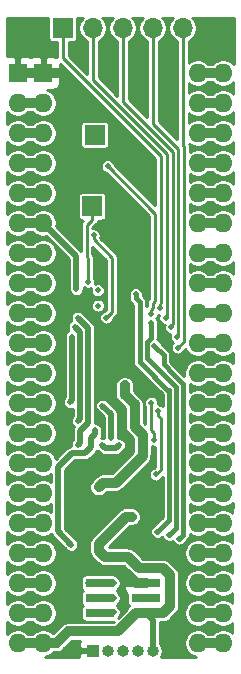
<source format=gbr>
G04 #@! TF.GenerationSoftware,KiCad,Pcbnew,(5.1.9)-1*
G04 #@! TF.CreationDate,2021-06-10T15:02:54-04:00*
G04 #@! TF.ProjectId,6526KernalSwitcherB,36353236-4b65-4726-9e61-6c5377697463,rev?*
G04 #@! TF.SameCoordinates,Original*
G04 #@! TF.FileFunction,Copper,L2,Bot*
G04 #@! TF.FilePolarity,Positive*
%FSLAX46Y46*%
G04 Gerber Fmt 4.6, Leading zero omitted, Abs format (unit mm)*
G04 Created by KiCad (PCBNEW (5.1.9)-1) date 2021-06-10 15:02:54*
%MOMM*%
%LPD*%
G01*
G04 APERTURE LIST*
G04 #@! TA.AperFunction,ComponentPad*
%ADD10R,1.000000X1.000000*%
G04 #@! TD*
G04 #@! TA.AperFunction,ComponentPad*
%ADD11O,1.000000X1.000000*%
G04 #@! TD*
G04 #@! TA.AperFunction,SMDPad,CuDef*
%ADD12R,2.400000X0.740000*%
G04 #@! TD*
G04 #@! TA.AperFunction,ComponentPad*
%ADD13R,1.700000X1.700000*%
G04 #@! TD*
G04 #@! TA.AperFunction,ComponentPad*
%ADD14O,1.700000X1.700000*%
G04 #@! TD*
G04 #@! TA.AperFunction,ComponentPad*
%ADD15O,1.600000X1.600000*%
G04 #@! TD*
G04 #@! TA.AperFunction,ComponentPad*
%ADD16R,1.600000X1.600000*%
G04 #@! TD*
G04 #@! TA.AperFunction,ViaPad*
%ADD17C,0.488800*%
G04 #@! TD*
G04 #@! TA.AperFunction,ViaPad*
%ADD18C,0.800000*%
G04 #@! TD*
G04 #@! TA.AperFunction,Conductor*
%ADD19C,0.880000*%
G04 #@! TD*
G04 #@! TA.AperFunction,Conductor*
%ADD20C,0.439000*%
G04 #@! TD*
G04 #@! TA.AperFunction,Conductor*
%ADD21C,0.488000*%
G04 #@! TD*
G04 #@! TA.AperFunction,Conductor*
%ADD22C,0.288000*%
G04 #@! TD*
G04 #@! TA.AperFunction,Conductor*
%ADD23C,0.400000*%
G04 #@! TD*
G04 #@! TA.AperFunction,Conductor*
%ADD24C,0.237000*%
G04 #@! TD*
G04 #@! TA.AperFunction,Conductor*
%ADD25C,0.100000*%
G04 #@! TD*
G04 APERTURE END LIST*
D10*
X105410000Y-99695000D03*
D11*
X106680000Y-99695000D03*
X107950000Y-99695000D03*
X109220000Y-99695000D03*
X110490000Y-99695000D03*
D12*
X106000000Y-96520000D03*
X109900000Y-96520000D03*
X106000000Y-95250000D03*
X109900000Y-95250000D03*
X106000000Y-93980000D03*
X109900000Y-93980000D03*
D13*
X102870000Y-46990000D03*
D14*
X105410000Y-46990000D03*
X107950000Y-46990000D03*
X110490000Y-46990000D03*
X113030000Y-46990000D03*
D13*
X105587800Y-56032400D03*
X105384600Y-62077600D03*
D15*
X116459000Y-50800000D03*
X101219000Y-99060000D03*
X116459000Y-53340000D03*
X101219000Y-96520000D03*
X116459000Y-55880000D03*
X101219000Y-93980000D03*
X116459000Y-58420000D03*
X101219000Y-91440000D03*
X116459000Y-60960000D03*
X101219000Y-88900000D03*
X116459000Y-63500000D03*
X101219000Y-86360000D03*
X116459000Y-66040000D03*
X101219000Y-83820000D03*
X116459000Y-68580000D03*
X101219000Y-81280000D03*
X116459000Y-71120000D03*
X101219000Y-78740000D03*
X116459000Y-73660000D03*
X101219000Y-76200000D03*
X116459000Y-76200000D03*
X101219000Y-73660000D03*
X116459000Y-78740000D03*
X101219000Y-71120000D03*
X116459000Y-81280000D03*
X101219000Y-68580000D03*
X116459000Y-83820000D03*
X101219000Y-66040000D03*
X116459000Y-86360000D03*
X101219000Y-63500000D03*
X116459000Y-88900000D03*
X101219000Y-60960000D03*
X116459000Y-91440000D03*
X101219000Y-58420000D03*
X116459000Y-93980000D03*
X101219000Y-55880000D03*
X116459000Y-96520000D03*
X101219000Y-53340000D03*
X116459000Y-99060000D03*
D16*
X101219000Y-50800000D03*
X99060000Y-50800000D03*
D15*
X114300000Y-99060000D03*
X99060000Y-53340000D03*
X114300000Y-96520000D03*
X99060000Y-55880000D03*
X114300000Y-93980000D03*
X99060000Y-58420000D03*
X114300000Y-91440000D03*
X99060000Y-60960000D03*
X114300000Y-88900000D03*
X99060000Y-63500000D03*
X114300000Y-86360000D03*
X99060000Y-66040000D03*
X114300000Y-83820000D03*
X99060000Y-68580000D03*
X114300000Y-81280000D03*
X99060000Y-71120000D03*
X114300000Y-78740000D03*
X99060000Y-73660000D03*
X114300000Y-76200000D03*
X99060000Y-76200000D03*
X114300000Y-73660000D03*
X99060000Y-78740000D03*
X114300000Y-71120000D03*
X99060000Y-81280000D03*
X114300000Y-68580000D03*
X99060000Y-83820000D03*
X114300000Y-66040000D03*
X99060000Y-86360000D03*
X114300000Y-63500000D03*
X99060000Y-88900000D03*
X114300000Y-60960000D03*
X99060000Y-91440000D03*
X114300000Y-58420000D03*
X99060000Y-93980000D03*
X114300000Y-55880000D03*
X99060000Y-96520000D03*
X114300000Y-53340000D03*
X99060000Y-99060000D03*
X114300000Y-50800000D03*
D17*
X110540800Y-83210400D03*
X109575600Y-84683600D03*
D18*
X103581200Y-96697800D03*
D17*
X107353100Y-73850500D03*
D18*
X106908600Y-64414400D03*
X103759000Y-87147400D03*
X103877000Y-84836000D03*
X107873800Y-80476200D03*
D17*
X109931200Y-65379600D03*
X115570000Y-48133000D03*
X111887000Y-49657000D03*
X109220000Y-49403000D03*
X106553000Y-49276000D03*
X104267000Y-49149000D03*
X112903000Y-75311000D03*
X102489000Y-82296000D03*
X100203000Y-85090000D03*
X100076000Y-87630000D03*
X100076000Y-82550000D03*
X115316000Y-87630000D03*
X115316000Y-85090000D03*
X115316000Y-82550000D03*
X115316000Y-80010000D03*
X115316000Y-77470000D03*
X115316000Y-74930000D03*
X115443000Y-52070000D03*
X115316000Y-54610000D03*
X115316000Y-57150000D03*
X115316000Y-59690000D03*
X115316000Y-62230000D03*
X102616000Y-74930000D03*
X100076000Y-77470000D03*
X100076000Y-80010000D03*
X100076000Y-74930000D03*
X100076000Y-72390000D03*
X100076000Y-69850000D03*
X100076000Y-62230000D03*
X100076000Y-59690000D03*
X100076000Y-57150000D03*
X100076000Y-54610000D03*
X115316000Y-67310000D03*
X107950000Y-95631000D03*
X108192500Y-93102500D03*
D18*
X108127800Y-77241400D03*
X105918000Y-91236800D03*
X108712000Y-88366600D03*
X105918000Y-85877400D03*
D17*
X110363000Y-78714600D03*
X110591600Y-81838800D03*
X110972600Y-79451200D03*
X110769400Y-84785200D03*
X107188000Y-96443800D03*
X112750600Y-90220800D03*
X110642400Y-73888600D03*
X107188000Y-95250000D03*
X110871000Y-89636600D03*
X109067600Y-69519800D03*
X110820200Y-95250000D03*
X111887000Y-89916000D03*
X110363000Y-71983600D03*
X105054400Y-93980000D03*
X107188000Y-93980000D03*
X104140000Y-71501000D03*
X104140000Y-82296000D03*
X103886000Y-72313800D03*
X104165400Y-80238600D03*
X103632000Y-73126600D03*
X103492300Y-78651100D03*
X111093200Y-70720000D03*
X111582200Y-71526400D03*
X112064800Y-72339200D03*
X105029000Y-68478400D03*
X105486200Y-64541400D03*
X106553000Y-71501000D03*
X104038400Y-69113400D03*
X106222800Y-82321400D03*
X107670600Y-82321400D03*
X105638600Y-81051400D03*
X103606600Y-90754200D03*
X106222800Y-78968600D03*
X106946010Y-81699790D03*
X112547400Y-73126600D03*
X112623600Y-74041000D03*
X110363000Y-71170800D03*
X106680000Y-58674000D03*
X105862389Y-70489811D03*
X105841800Y-69189600D03*
D19*
X99060000Y-50800000D02*
X101219000Y-50800000D01*
X109070000Y-93980000D02*
X108192500Y-93102500D01*
X109900000Y-93980000D02*
X109070000Y-93980000D01*
X104368600Y-92837000D02*
X103581200Y-93624400D01*
X103581200Y-93624400D02*
X103581200Y-96697800D01*
X103581200Y-96697800D02*
X103581200Y-96697800D01*
X106908600Y-64414400D02*
X106908600Y-64414400D01*
X104368600Y-92837000D02*
X104368600Y-91301114D01*
X104368600Y-91301114D02*
X104491001Y-91178713D01*
X104491001Y-87879401D02*
X103759000Y-87147400D01*
X103759000Y-87147400D02*
X103759000Y-87147400D01*
X104368600Y-91821000D02*
X105384600Y-92837000D01*
X104368600Y-91301114D02*
X104368600Y-91821000D01*
X107927000Y-92837000D02*
X105384600Y-92837000D01*
X105384600Y-92837000D02*
X104368600Y-92837000D01*
X104491001Y-91943401D02*
X105384600Y-92837000D01*
X104491001Y-90504799D02*
X104491001Y-91943401D01*
X104491001Y-90504799D02*
X104491001Y-87879401D01*
X104491001Y-91178713D02*
X104491001Y-90504799D01*
X108555001Y-82745913D02*
X108555001Y-81859601D01*
X107851105Y-83449809D02*
X108555001Y-82745913D01*
X105838191Y-83449809D02*
X107851105Y-83449809D01*
X103877000Y-84836000D02*
X104452000Y-84836000D01*
X104452000Y-84836000D02*
X105838191Y-83449809D01*
X107873800Y-81178400D02*
X107873800Y-80476200D01*
X108555001Y-81859601D02*
X107873800Y-81178400D01*
X106730800Y-74472800D02*
X107353100Y-73850500D01*
X106730800Y-78167686D02*
X106730800Y-74472800D01*
X107873800Y-80476200D02*
X107873800Y-79310686D01*
X107873800Y-79310686D02*
X106730800Y-78167686D01*
D20*
X105077909Y-86736909D02*
X107471491Y-86736909D01*
X103877000Y-85536000D02*
X105077909Y-86736909D01*
X103877000Y-84836000D02*
X103877000Y-85536000D01*
X104158999Y-86747401D02*
X105067417Y-86747401D01*
X105067417Y-86747401D02*
X105077909Y-86736909D01*
X103759000Y-87147400D02*
X104158999Y-86747401D01*
X103759000Y-84954000D02*
X103877000Y-84836000D01*
X103759000Y-87147400D02*
X103759000Y-84954000D01*
D21*
X110540800Y-83718400D02*
X110540800Y-83210400D01*
X109575600Y-84683600D02*
X110540800Y-83718400D01*
X107522291Y-86736909D02*
X109575600Y-84683600D01*
X107471491Y-86736909D02*
X107522291Y-86736909D01*
X104491001Y-87323817D02*
X105077909Y-86736909D01*
X104491001Y-87879401D02*
X104491001Y-87323817D01*
D19*
X107753099Y-65258899D02*
X106908600Y-64414400D01*
X109214413Y-65258899D02*
X107753099Y-65258899D01*
X109855000Y-65899486D02*
X109214413Y-65258899D01*
X107353100Y-73850500D02*
X107973590Y-73230010D01*
X109855000Y-67386200D02*
X109855000Y-65899486D01*
X109550200Y-67691000D02*
X109855000Y-67386200D01*
X107973590Y-69177896D02*
X107973590Y-73230010D01*
X109460486Y-67691000D02*
X107973590Y-69177896D01*
X109550200Y-67691000D02*
X109460486Y-67691000D01*
D21*
X109335114Y-65379600D02*
X109931200Y-65379600D01*
X109214413Y-65258899D02*
X109335114Y-65379600D01*
X109931200Y-65823286D02*
X109855000Y-65899486D01*
X109931200Y-65379600D02*
X109931200Y-65823286D01*
D19*
X102899000Y-50800000D02*
X101219000Y-50800000D01*
X104097799Y-51998799D02*
X102899000Y-50800000D01*
X106908600Y-64414400D02*
X106908600Y-60749598D01*
X106433202Y-60274200D02*
X105003600Y-60274200D01*
X105003600Y-60274200D02*
X104097799Y-59368399D01*
X106908600Y-60749598D02*
X106433202Y-60274200D01*
X104097799Y-59368399D02*
X104097799Y-51998799D01*
X108192500Y-93102500D02*
X107927000Y-92837000D01*
X99060000Y-99060000D02*
X101219000Y-99060000D01*
D21*
X110490000Y-97110000D02*
X109900000Y-96520000D01*
X110490000Y-99695000D02*
X110490000Y-97110000D01*
D19*
X109093000Y-96520000D02*
X109900000Y-96520000D01*
X101219000Y-99060000D02*
X102350370Y-99060000D01*
X107543600Y-98069400D02*
X109093000Y-96520000D01*
X103340970Y-98069400D02*
X107543600Y-98069400D01*
X102350370Y-99060000D02*
X103340970Y-98069400D01*
X111352002Y-96520000D02*
X111963200Y-95908802D01*
X109900000Y-96520000D02*
X111352002Y-96520000D01*
X111963200Y-93321198D02*
X111377402Y-92735400D01*
X111963200Y-95908802D02*
X111963200Y-93321198D01*
X109352764Y-92735400D02*
X108374355Y-91756991D01*
X111377402Y-92735400D02*
X109352764Y-92735400D01*
X108374355Y-91756991D02*
X106438191Y-91756991D01*
X106438191Y-91756991D02*
X105918000Y-91236800D01*
X105918000Y-91236800D02*
X105918000Y-91236800D01*
X105918000Y-90671115D02*
X108222515Y-88366600D01*
X105918000Y-91236800D02*
X105918000Y-90671115D01*
X108222515Y-88366600D02*
X108712000Y-88366600D01*
X108712000Y-88366600D02*
X108712000Y-88366600D01*
X108127800Y-78037322D02*
X108127800Y-77241400D01*
X106317999Y-85477401D02*
X107350877Y-85477401D01*
X109635011Y-81412247D02*
X108953810Y-80731046D01*
X105918000Y-85877400D02*
X106317999Y-85477401D01*
X108953810Y-80731046D02*
X108953809Y-78863331D01*
X109635011Y-83193267D02*
X109635011Y-81412247D01*
X108953809Y-78863331D02*
X108127800Y-78037322D01*
X107350877Y-85477401D02*
X109635011Y-83193267D01*
D22*
X110363000Y-81031479D02*
X110591600Y-81260079D01*
X110591600Y-81260079D02*
X110591600Y-81838800D01*
X110591600Y-81838800D02*
X110591600Y-81838800D01*
X110363000Y-81031479D02*
X110363000Y-78714600D01*
X111180001Y-80004234D02*
X111180001Y-84374599D01*
X110972600Y-79451200D02*
X110972600Y-79796833D01*
X110972600Y-79796833D02*
X111180001Y-80004234D01*
X111180001Y-84374599D02*
X110769400Y-84785200D01*
X110769400Y-84785200D02*
X110769400Y-84785200D01*
D23*
X113099999Y-89871401D02*
X113099999Y-77781001D01*
X112750600Y-90220800D02*
X113099999Y-89871401D01*
X113099999Y-77781001D02*
X113099999Y-77514599D01*
X113099999Y-77514599D02*
X113099997Y-77514597D01*
X113099997Y-77336797D02*
X113099997Y-77163713D01*
X113099999Y-77514599D02*
X113099999Y-77336799D01*
X113099999Y-77336799D02*
X113099997Y-77336797D01*
X113099997Y-77163713D02*
X112227542Y-76291258D01*
X112227542Y-76291258D02*
X111412680Y-75476396D01*
X111412680Y-75476396D02*
X111412680Y-74658880D01*
X111412680Y-74658880D02*
X110642400Y-73888600D01*
X110642400Y-73888600D02*
X110642400Y-73888600D01*
X110871000Y-89636600D02*
X111899979Y-88607621D01*
X111899979Y-88607621D02*
X111899979Y-77774800D01*
X111899979Y-77774800D02*
X111899979Y-77660779D01*
X109381990Y-75256811D02*
X111899979Y-77774800D01*
X109381990Y-70179823D02*
X109381990Y-75256811D01*
X109067600Y-69865433D02*
X109381990Y-70179823D01*
X109067600Y-69519800D02*
X109067600Y-69865433D01*
X109982000Y-73583800D02*
X109982000Y-73583800D01*
X112499989Y-89303011D02*
X112499988Y-77412246D01*
X111887000Y-89916000D02*
X112499989Y-89303011D01*
X109982000Y-73583800D02*
X110363000Y-73202800D01*
X110363000Y-73202800D02*
X110363000Y-71983600D01*
X112499988Y-77412246D02*
X109982000Y-74894258D01*
X109982000Y-74894258D02*
X109982000Y-73583800D01*
D21*
X104140000Y-71501000D02*
X105008411Y-72369411D01*
X105008411Y-80414423D02*
X104317800Y-81105034D01*
X105008411Y-72369411D02*
X105008411Y-80414423D01*
X104317800Y-81105034D02*
X104317800Y-82118200D01*
X104317800Y-82118200D02*
X104140000Y-82296000D01*
X104140000Y-82296000D02*
X104140000Y-82296000D01*
X106000000Y-93980000D02*
X107188000Y-93980000D01*
X104320401Y-72748201D02*
X104320401Y-80083599D01*
X103886000Y-72313800D02*
X104320401Y-72748201D01*
X104320401Y-80083599D02*
X104165400Y-80238600D01*
X104165400Y-80238600D02*
X104165400Y-80238600D01*
X103632000Y-73152000D02*
X103632391Y-73152391D01*
X103632000Y-73126600D02*
X103632000Y-73152000D01*
X103632391Y-73152391D02*
X103632391Y-77647800D01*
X103632391Y-77647800D02*
X103632391Y-78511009D01*
X103632391Y-78511009D02*
X103492300Y-78651100D01*
D22*
X102870000Y-49530000D02*
X102870000Y-46990000D01*
X111203959Y-57863959D02*
X102870000Y-49530000D01*
X111093200Y-70720000D02*
X111093200Y-70374367D01*
X111203959Y-70263608D02*
X111203959Y-57863959D01*
X111093200Y-70374367D02*
X111203959Y-70263608D01*
X105410000Y-51379850D02*
X105410000Y-46990000D01*
X111691968Y-57661818D02*
X105410000Y-51379850D01*
X111582200Y-71526400D02*
X111582200Y-71501000D01*
X111691969Y-71391231D02*
X111691968Y-57661818D01*
X111582200Y-71501000D02*
X111691969Y-71391231D01*
X107950000Y-53229700D02*
X107950000Y-46990000D01*
X112179977Y-57459677D02*
X107950000Y-53229700D01*
X112179977Y-63284977D02*
X112179977Y-57459677D01*
X112064800Y-72161400D02*
X112179979Y-72046221D01*
X112064800Y-72339200D02*
X112064800Y-72161400D01*
X112179979Y-72046221D02*
X112179979Y-63284979D01*
X112179979Y-63284979D02*
X112179977Y-63284977D01*
X104897799Y-63702401D02*
X105384600Y-63215600D01*
X104897799Y-66347228D02*
X104897799Y-63702401D01*
X105384600Y-63215600D02*
X105384600Y-62077600D01*
X105029000Y-66478429D02*
X104897799Y-66347228D01*
X105029000Y-68478400D02*
X105029000Y-66478429D01*
D19*
X114300000Y-66040000D02*
X116459000Y-66040000D01*
D22*
X107035600Y-71018400D02*
X106553000Y-71501000D01*
X107035600Y-66436433D02*
X107035600Y-71018400D01*
X105486200Y-64541400D02*
X105486200Y-64887033D01*
X105486200Y-64887033D02*
X107035600Y-66436433D01*
D19*
X99060000Y-81280000D02*
X101219000Y-81280000D01*
X99060000Y-55880000D02*
X101219000Y-55880000D01*
X99060000Y-58420000D02*
X101219000Y-58420000D01*
X99060000Y-60960000D02*
X101219000Y-60960000D01*
X99060000Y-63500000D02*
X101219000Y-63500000D01*
D21*
X104038400Y-66319400D02*
X101219000Y-63500000D01*
X104038400Y-69113400D02*
X104038400Y-66319400D01*
D19*
X99060000Y-71120000D02*
X101219000Y-71120000D01*
X99060000Y-73660000D02*
X101219000Y-73660000D01*
X114300000Y-50800000D02*
X116459000Y-50800000D01*
X114300000Y-53340000D02*
X116459000Y-53340000D01*
X99060000Y-96520000D02*
X101219000Y-96520000D01*
X114300000Y-55880000D02*
X116459000Y-55880000D01*
X99060000Y-93980000D02*
X101219000Y-93980000D01*
X114300000Y-58420000D02*
X116459000Y-58420000D01*
X99060000Y-91440000D02*
X101219000Y-91440000D01*
X114300000Y-60960000D02*
X116459000Y-60960000D01*
X99060000Y-88900000D02*
X101219000Y-88900000D01*
X114300000Y-63500000D02*
X116459000Y-63500000D01*
X99060000Y-86360000D02*
X101219000Y-86360000D01*
X99060000Y-83820000D02*
X101219000Y-83820000D01*
X114300000Y-68580000D02*
X116459000Y-68580000D01*
X114300000Y-71120000D02*
X116459000Y-71120000D01*
X99060000Y-78740000D02*
X101219000Y-78740000D01*
X114300000Y-73660000D02*
X116459000Y-73660000D01*
X99060000Y-76200000D02*
X101219000Y-76200000D01*
X114300000Y-76200000D02*
X116459000Y-76200000D01*
X114300000Y-78740000D02*
X116459000Y-78740000D01*
X114300000Y-81280000D02*
X116459000Y-81280000D01*
X99060000Y-68580000D02*
X101219000Y-68580000D01*
X114300000Y-83820000D02*
X116459000Y-83820000D01*
X99060000Y-66040000D02*
X101219000Y-66040000D01*
X114300000Y-86360000D02*
X116459000Y-86360000D01*
X114300000Y-88900000D02*
X116459000Y-88900000D01*
X114300000Y-91440000D02*
X116459000Y-91440000D01*
X114300000Y-93980000D02*
X116459000Y-93980000D01*
X114300000Y-96520000D02*
X116459000Y-96520000D01*
X99060000Y-53340000D02*
X101219000Y-53340000D01*
X114300000Y-99060000D02*
X116459000Y-99060000D01*
D21*
X107426201Y-82565799D02*
X107670600Y-82321400D01*
X106467199Y-82565799D02*
X107426201Y-82565799D01*
X106222800Y-82321400D02*
X106467199Y-82565799D01*
X105638600Y-81397033D02*
X105308400Y-81727233D01*
X105638600Y-81051400D02*
X105638600Y-81397033D01*
X105308400Y-81727233D02*
X105308400Y-82473800D01*
X104797799Y-82984401D02*
X103629399Y-82984401D01*
X105308400Y-82473800D02*
X104797799Y-82984401D01*
X102463001Y-84150799D02*
X102463001Y-89610601D01*
X103629399Y-82984401D02*
X102463001Y-84150799D01*
X102463001Y-89610601D02*
X103606600Y-90754200D01*
X103606600Y-90754200D02*
X103606600Y-90754200D01*
X106946010Y-79691810D02*
X106222800Y-78968600D01*
X106946010Y-81699790D02*
X106946010Y-79691810D01*
D22*
X110490000Y-55079550D02*
X110490000Y-46990000D01*
X112667989Y-57257539D02*
X110490000Y-55079550D01*
X112667989Y-72904411D02*
X112667989Y-57257539D01*
X112547400Y-73126600D02*
X112547400Y-73025000D01*
X112547400Y-73025000D02*
X112667989Y-72904411D01*
X113030000Y-56929400D02*
X113030000Y-46990000D01*
X113155998Y-57055398D02*
X113030000Y-56929400D01*
X112623600Y-74041000D02*
X113155999Y-73508601D01*
X113155999Y-73508601D02*
X113155998Y-57055398D01*
X110504799Y-70683368D02*
X110504799Y-70272618D01*
X110363000Y-71170800D02*
X110363000Y-70825167D01*
X110363000Y-70825167D02*
X110504799Y-70683368D01*
X110504799Y-70272618D02*
X110715949Y-70061468D01*
X110715949Y-70061468D02*
X110715949Y-68528140D01*
X110715949Y-68528140D02*
X110715949Y-66548000D01*
X110715949Y-66548000D02*
X110715949Y-64589549D01*
X110715949Y-64589549D02*
X110715949Y-62709949D01*
X110715949Y-62709949D02*
X106680000Y-58674000D01*
X106680000Y-58674000D02*
X106680000Y-58674000D01*
D24*
X104328389Y-98954089D02*
X104292565Y-99072185D01*
X104280469Y-99195000D01*
X104283500Y-99402875D01*
X104440125Y-99559500D01*
X105274500Y-99559500D01*
X105274500Y-99539500D01*
X105545500Y-99539500D01*
X105545500Y-99559500D01*
X105565500Y-99559500D01*
X105565500Y-99830500D01*
X105545500Y-99830500D01*
X105545500Y-99850500D01*
X105274500Y-99850500D01*
X105274500Y-99830500D01*
X104440125Y-99830500D01*
X104283500Y-99987125D01*
X104280469Y-100195000D01*
X104281306Y-100203500D01*
X101393135Y-100203500D01*
X101556047Y-100171095D01*
X101766335Y-100083991D01*
X101955588Y-99957535D01*
X102057623Y-99855500D01*
X102311300Y-99855500D01*
X102350370Y-99859348D01*
X102389440Y-99855500D01*
X102389450Y-99855500D01*
X102506315Y-99843990D01*
X102656268Y-99798502D01*
X102794465Y-99724634D01*
X102915595Y-99625225D01*
X102940510Y-99594866D01*
X103670477Y-98864900D01*
X104376061Y-98864900D01*
X104328389Y-98954089D01*
G04 #@! TA.AperFunction,Conductor*
D25*
G36*
X104328389Y-98954089D02*
G01*
X104292565Y-99072185D01*
X104280469Y-99195000D01*
X104283500Y-99402875D01*
X104440125Y-99559500D01*
X105274500Y-99559500D01*
X105274500Y-99539500D01*
X105545500Y-99539500D01*
X105545500Y-99559500D01*
X105565500Y-99559500D01*
X105565500Y-99830500D01*
X105545500Y-99830500D01*
X105545500Y-99850500D01*
X105274500Y-99850500D01*
X105274500Y-99830500D01*
X104440125Y-99830500D01*
X104283500Y-99987125D01*
X104280469Y-100195000D01*
X104281306Y-100203500D01*
X101393135Y-100203500D01*
X101556047Y-100171095D01*
X101766335Y-100083991D01*
X101955588Y-99957535D01*
X102057623Y-99855500D01*
X102311300Y-99855500D01*
X102350370Y-99859348D01*
X102389440Y-99855500D01*
X102389450Y-99855500D01*
X102506315Y-99843990D01*
X102656268Y-99798502D01*
X102794465Y-99724634D01*
X102915595Y-99625225D01*
X102940510Y-99594866D01*
X103670477Y-98864900D01*
X104376061Y-98864900D01*
X104328389Y-98954089D01*
G37*
G04 #@! TD.AperFunction*
D24*
X101662780Y-46140000D02*
X101662780Y-47840000D01*
X101669644Y-47909690D01*
X101689972Y-47976702D01*
X101722982Y-48038461D01*
X101767407Y-48092593D01*
X101821539Y-48137018D01*
X101883298Y-48170028D01*
X101950310Y-48190356D01*
X102020000Y-48197220D01*
X102370501Y-48197220D01*
X102370500Y-49478001D01*
X102368749Y-49476564D01*
X102259911Y-49418389D01*
X102141815Y-49382565D01*
X102019000Y-49370469D01*
X101511125Y-49373500D01*
X101354500Y-49530125D01*
X101354500Y-50664500D01*
X102488875Y-50664500D01*
X102645500Y-50507875D01*
X102648442Y-50014840D01*
X110704460Y-58070859D01*
X110704460Y-61992060D01*
X107268128Y-58555730D01*
X107256847Y-58499016D01*
X107211625Y-58389841D01*
X107145973Y-58291586D01*
X107062414Y-58208027D01*
X106964159Y-58142375D01*
X106854984Y-58097153D01*
X106739085Y-58074100D01*
X106620915Y-58074100D01*
X106505016Y-58097153D01*
X106395841Y-58142375D01*
X106297586Y-58208027D01*
X106214027Y-58291586D01*
X106148375Y-58389841D01*
X106103153Y-58499016D01*
X106080100Y-58614915D01*
X106080100Y-58733085D01*
X106103153Y-58848984D01*
X106148375Y-58958159D01*
X106214027Y-59056414D01*
X106297586Y-59139973D01*
X106395841Y-59205625D01*
X106505016Y-59250847D01*
X106561730Y-59262128D01*
X110216450Y-62916850D01*
X110216449Y-64614079D01*
X110216450Y-64614089D01*
X110216449Y-66572530D01*
X110216450Y-66572540D01*
X110216449Y-68552670D01*
X110216450Y-68552680D01*
X110216449Y-69854570D01*
X110168948Y-69902071D01*
X110149892Y-69917710D01*
X110134254Y-69936765D01*
X110087471Y-69993769D01*
X110041089Y-70080544D01*
X110012527Y-70174700D01*
X110009479Y-70205652D01*
X110005299Y-70248087D01*
X110005299Y-70248095D01*
X110002884Y-70272618D01*
X110005299Y-70297141D01*
X110005299Y-70473663D01*
X109992455Y-70489314D01*
X109945672Y-70546318D01*
X109937490Y-70561626D01*
X109937490Y-70207106D01*
X109940177Y-70179823D01*
X109929452Y-70070926D01*
X109897688Y-69966214D01*
X109846106Y-69869710D01*
X109796206Y-69808908D01*
X109776688Y-69785125D01*
X109755491Y-69767729D01*
X109650768Y-69663006D01*
X109667500Y-69578885D01*
X109667500Y-69460715D01*
X109644447Y-69344816D01*
X109599225Y-69235641D01*
X109533573Y-69137386D01*
X109450014Y-69053827D01*
X109351759Y-68988175D01*
X109242584Y-68942953D01*
X109126685Y-68919900D01*
X109008515Y-68919900D01*
X108892616Y-68942953D01*
X108783441Y-68988175D01*
X108685186Y-69053827D01*
X108601627Y-69137386D01*
X108535975Y-69235641D01*
X108490753Y-69344816D01*
X108467700Y-69460715D01*
X108467700Y-69578885D01*
X108490753Y-69694784D01*
X108512100Y-69746320D01*
X108512100Y-69838153D01*
X108509413Y-69865433D01*
X108512100Y-69892713D01*
X108512100Y-69892716D01*
X108520138Y-69974330D01*
X108551903Y-70079042D01*
X108603485Y-70175545D01*
X108672903Y-70260131D01*
X108694099Y-70277526D01*
X108826490Y-70409918D01*
X108826491Y-75229521D01*
X108823803Y-75256811D01*
X108828300Y-75302465D01*
X108834529Y-75365708D01*
X108866293Y-75470420D01*
X108917875Y-75566923D01*
X108987293Y-75651509D01*
X109008490Y-75668905D01*
X111344480Y-78004896D01*
X111344480Y-78978188D01*
X111256759Y-78919575D01*
X111147584Y-78874353D01*
X111031685Y-78851300D01*
X110947462Y-78851300D01*
X110962900Y-78773685D01*
X110962900Y-78655515D01*
X110939847Y-78539616D01*
X110894625Y-78430441D01*
X110828973Y-78332186D01*
X110745414Y-78248627D01*
X110647159Y-78182975D01*
X110537984Y-78137753D01*
X110422085Y-78114700D01*
X110303915Y-78114700D01*
X110188016Y-78137753D01*
X110078841Y-78182975D01*
X109980586Y-78248627D01*
X109897027Y-78332186D01*
X109831375Y-78430441D01*
X109786153Y-78539616D01*
X109763100Y-78655515D01*
X109763100Y-78773685D01*
X109786153Y-78889584D01*
X109831375Y-78998759D01*
X109863501Y-79046839D01*
X109863500Y-80515730D01*
X109749310Y-80401539D01*
X109749308Y-78902409D01*
X109753157Y-78863330D01*
X109737798Y-78707386D01*
X109692311Y-78557433D01*
X109618443Y-78419236D01*
X109543946Y-78328461D01*
X109543939Y-78328454D01*
X109519033Y-78298106D01*
X109488685Y-78273200D01*
X108923300Y-77707816D01*
X108923300Y-77202320D01*
X108911790Y-77085455D01*
X108866302Y-76935502D01*
X108792434Y-76797305D01*
X108693025Y-76676175D01*
X108571895Y-76576766D01*
X108433698Y-76502898D01*
X108283745Y-76457410D01*
X108127800Y-76442051D01*
X107971856Y-76457410D01*
X107821903Y-76502898D01*
X107683706Y-76576766D01*
X107562576Y-76676175D01*
X107463167Y-76797305D01*
X107389299Y-76935502D01*
X107343811Y-77085455D01*
X107332300Y-77202320D01*
X107332300Y-77998252D01*
X107328452Y-78037322D01*
X107332300Y-78076392D01*
X107332300Y-78076401D01*
X107343810Y-78193266D01*
X107389298Y-78343219D01*
X107463166Y-78481416D01*
X107562575Y-78602547D01*
X107592934Y-78627462D01*
X108158309Y-79192838D01*
X108158311Y-80691967D01*
X108154462Y-80731046D01*
X108158311Y-80770125D01*
X108158311Y-80770126D01*
X108169821Y-80886991D01*
X108181116Y-80924226D01*
X108215308Y-81036943D01*
X108289176Y-81175140D01*
X108360422Y-81261953D01*
X108388586Y-81296271D01*
X108418939Y-81321181D01*
X108839512Y-81741754D01*
X108839511Y-82863761D01*
X107021371Y-84681901D01*
X106357068Y-84681901D01*
X106317998Y-84678053D01*
X106278928Y-84681901D01*
X106278919Y-84681901D01*
X106162054Y-84693411D01*
X106012101Y-84738899D01*
X105873904Y-84812767D01*
X105752774Y-84912176D01*
X105727859Y-84942535D01*
X105327863Y-85342531D01*
X105253366Y-85433306D01*
X105179498Y-85571503D01*
X105134011Y-85721456D01*
X105118652Y-85877400D01*
X105134011Y-86033344D01*
X105179498Y-86183297D01*
X105253366Y-86321494D01*
X105352775Y-86442625D01*
X105473906Y-86542034D01*
X105612103Y-86615902D01*
X105762056Y-86661389D01*
X105918000Y-86676748D01*
X106073944Y-86661389D01*
X106223897Y-86615902D01*
X106362094Y-86542034D01*
X106452869Y-86467537D01*
X106647505Y-86272901D01*
X107311807Y-86272901D01*
X107350877Y-86276749D01*
X107389947Y-86272901D01*
X107389957Y-86272901D01*
X107506822Y-86261391D01*
X107656775Y-86215903D01*
X107794972Y-86142035D01*
X107916102Y-86042626D01*
X107941017Y-86012267D01*
X110169878Y-83783406D01*
X110200236Y-83758492D01*
X110277739Y-83664055D01*
X110299645Y-83637363D01*
X110373513Y-83499165D01*
X110378431Y-83482953D01*
X110419001Y-83349212D01*
X110430511Y-83232347D01*
X110430511Y-83232338D01*
X110434359Y-83193268D01*
X110430511Y-83154198D01*
X110430511Y-82418411D01*
X110532515Y-82438700D01*
X110650685Y-82438700D01*
X110680502Y-82432769D01*
X110680502Y-84167699D01*
X110651128Y-84197073D01*
X110594416Y-84208353D01*
X110485241Y-84253575D01*
X110386986Y-84319227D01*
X110303427Y-84402786D01*
X110237775Y-84501041D01*
X110192553Y-84610216D01*
X110169500Y-84726115D01*
X110169500Y-84844285D01*
X110192553Y-84960184D01*
X110237775Y-85069359D01*
X110303427Y-85167614D01*
X110386986Y-85251173D01*
X110485241Y-85316825D01*
X110594416Y-85362047D01*
X110710315Y-85385100D01*
X110828485Y-85385100D01*
X110944384Y-85362047D01*
X111053559Y-85316825D01*
X111151814Y-85251173D01*
X111235373Y-85167614D01*
X111301025Y-85069359D01*
X111344479Y-84964451D01*
X111344479Y-88377526D01*
X110638378Y-89083627D01*
X110586841Y-89104975D01*
X110488586Y-89170627D01*
X110405027Y-89254186D01*
X110339375Y-89352441D01*
X110294153Y-89461616D01*
X110271100Y-89577515D01*
X110271100Y-89695685D01*
X110294153Y-89811584D01*
X110339375Y-89920759D01*
X110405027Y-90019014D01*
X110488586Y-90102573D01*
X110586841Y-90168225D01*
X110696016Y-90213447D01*
X110811915Y-90236500D01*
X110930085Y-90236500D01*
X111045984Y-90213447D01*
X111155159Y-90168225D01*
X111253414Y-90102573D01*
X111302662Y-90053325D01*
X111310153Y-90090984D01*
X111355375Y-90200159D01*
X111421027Y-90298414D01*
X111504586Y-90381973D01*
X111602841Y-90447625D01*
X111712016Y-90492847D01*
X111827915Y-90515900D01*
X111946085Y-90515900D01*
X112061984Y-90492847D01*
X112171159Y-90447625D01*
X112190009Y-90435030D01*
X112218975Y-90504959D01*
X112284627Y-90603214D01*
X112368186Y-90686773D01*
X112466441Y-90752425D01*
X112575616Y-90797647D01*
X112691515Y-90820700D01*
X112809685Y-90820700D01*
X112925584Y-90797647D01*
X113034759Y-90752425D01*
X113133014Y-90686773D01*
X113216573Y-90603214D01*
X113282225Y-90504959D01*
X113303573Y-90453421D01*
X113473495Y-90283499D01*
X113494697Y-90266099D01*
X113550868Y-90197655D01*
X113564115Y-90181514D01*
X113615697Y-90085011D01*
X113647461Y-89980299D01*
X113658186Y-89871401D01*
X113657075Y-89860119D01*
X113752665Y-89923991D01*
X113962953Y-90011095D01*
X114186193Y-90055500D01*
X114413807Y-90055500D01*
X114637047Y-90011095D01*
X114847335Y-89923991D01*
X115036588Y-89797535D01*
X115138623Y-89695500D01*
X115620377Y-89695500D01*
X115722412Y-89797535D01*
X115911665Y-89923991D01*
X116121953Y-90011095D01*
X116345193Y-90055500D01*
X116572807Y-90055500D01*
X116796047Y-90011095D01*
X117006335Y-89923991D01*
X117195588Y-89797535D01*
X117246586Y-89746537D01*
X117244630Y-90591507D01*
X117195588Y-90542465D01*
X117006335Y-90416009D01*
X116796047Y-90328905D01*
X116572807Y-90284500D01*
X116345193Y-90284500D01*
X116121953Y-90328905D01*
X115911665Y-90416009D01*
X115722412Y-90542465D01*
X115620377Y-90644500D01*
X115138623Y-90644500D01*
X115036588Y-90542465D01*
X114847335Y-90416009D01*
X114637047Y-90328905D01*
X114413807Y-90284500D01*
X114186193Y-90284500D01*
X113962953Y-90328905D01*
X113752665Y-90416009D01*
X113563412Y-90542465D01*
X113402465Y-90703412D01*
X113276009Y-90892665D01*
X113188905Y-91102953D01*
X113144500Y-91326193D01*
X113144500Y-91553807D01*
X113188905Y-91777047D01*
X113276009Y-91987335D01*
X113402465Y-92176588D01*
X113563412Y-92337535D01*
X113752665Y-92463991D01*
X113962953Y-92551095D01*
X114186193Y-92595500D01*
X114413807Y-92595500D01*
X114637047Y-92551095D01*
X114847335Y-92463991D01*
X115036588Y-92337535D01*
X115138623Y-92235500D01*
X115620377Y-92235500D01*
X115722412Y-92337535D01*
X115911665Y-92463991D01*
X116121953Y-92551095D01*
X116345193Y-92595500D01*
X116572807Y-92595500D01*
X116796047Y-92551095D01*
X117006335Y-92463991D01*
X117195588Y-92337535D01*
X117240693Y-92292430D01*
X117238764Y-93125641D01*
X117195588Y-93082465D01*
X117006335Y-92956009D01*
X116796047Y-92868905D01*
X116572807Y-92824500D01*
X116345193Y-92824500D01*
X116121953Y-92868905D01*
X115911665Y-92956009D01*
X115722412Y-93082465D01*
X115620377Y-93184500D01*
X115138623Y-93184500D01*
X115036588Y-93082465D01*
X114847335Y-92956009D01*
X114637047Y-92868905D01*
X114413807Y-92824500D01*
X114186193Y-92824500D01*
X113962953Y-92868905D01*
X113752665Y-92956009D01*
X113563412Y-93082465D01*
X113402465Y-93243412D01*
X113276009Y-93432665D01*
X113188905Y-93642953D01*
X113144500Y-93866193D01*
X113144500Y-94093807D01*
X113188905Y-94317047D01*
X113276009Y-94527335D01*
X113402465Y-94716588D01*
X113563412Y-94877535D01*
X113752665Y-95003991D01*
X113962953Y-95091095D01*
X114186193Y-95135500D01*
X114413807Y-95135500D01*
X114637047Y-95091095D01*
X114847335Y-95003991D01*
X115036588Y-94877535D01*
X115138623Y-94775500D01*
X115620377Y-94775500D01*
X115722412Y-94877535D01*
X115911665Y-95003991D01*
X116121953Y-95091095D01*
X116345193Y-95135500D01*
X116572807Y-95135500D01*
X116796047Y-95091095D01*
X117006335Y-95003991D01*
X117195588Y-94877535D01*
X117234799Y-94838324D01*
X117232898Y-95659775D01*
X117195588Y-95622465D01*
X117006335Y-95496009D01*
X116796047Y-95408905D01*
X116572807Y-95364500D01*
X116345193Y-95364500D01*
X116121953Y-95408905D01*
X115911665Y-95496009D01*
X115722412Y-95622465D01*
X115620377Y-95724500D01*
X115138623Y-95724500D01*
X115036588Y-95622465D01*
X114847335Y-95496009D01*
X114637047Y-95408905D01*
X114413807Y-95364500D01*
X114186193Y-95364500D01*
X113962953Y-95408905D01*
X113752665Y-95496009D01*
X113563412Y-95622465D01*
X113402465Y-95783412D01*
X113276009Y-95972665D01*
X113188905Y-96182953D01*
X113144500Y-96406193D01*
X113144500Y-96633807D01*
X113188905Y-96857047D01*
X113276009Y-97067335D01*
X113402465Y-97256588D01*
X113563412Y-97417535D01*
X113752665Y-97543991D01*
X113962953Y-97631095D01*
X114186193Y-97675500D01*
X114413807Y-97675500D01*
X114637047Y-97631095D01*
X114847335Y-97543991D01*
X115036588Y-97417535D01*
X115138623Y-97315500D01*
X115620377Y-97315500D01*
X115722412Y-97417535D01*
X115911665Y-97543991D01*
X116121953Y-97631095D01*
X116345193Y-97675500D01*
X116572807Y-97675500D01*
X116796047Y-97631095D01*
X117006335Y-97543991D01*
X117195588Y-97417535D01*
X117228906Y-97384217D01*
X117227032Y-98193909D01*
X117195588Y-98162465D01*
X117006335Y-98036009D01*
X116796047Y-97948905D01*
X116572807Y-97904500D01*
X116345193Y-97904500D01*
X116121953Y-97948905D01*
X115911665Y-98036009D01*
X115722412Y-98162465D01*
X115620377Y-98264500D01*
X115138623Y-98264500D01*
X115036588Y-98162465D01*
X114847335Y-98036009D01*
X114637047Y-97948905D01*
X114413807Y-97904500D01*
X114186193Y-97904500D01*
X113962953Y-97948905D01*
X113752665Y-98036009D01*
X113563412Y-98162465D01*
X113402465Y-98323412D01*
X113276009Y-98512665D01*
X113188905Y-98722953D01*
X113144500Y-98946193D01*
X113144500Y-99173807D01*
X113188905Y-99397047D01*
X113276009Y-99607335D01*
X113402465Y-99796588D01*
X113563412Y-99957535D01*
X113752665Y-100083991D01*
X113962953Y-100171095D01*
X114125865Y-100203500D01*
X111179132Y-100203500D01*
X111248134Y-100100231D01*
X111312623Y-99944540D01*
X111345500Y-99779259D01*
X111345500Y-99610741D01*
X111312623Y-99445460D01*
X111248134Y-99289769D01*
X111154510Y-99149651D01*
X111089500Y-99084641D01*
X111089500Y-97315500D01*
X111312932Y-97315500D01*
X111352002Y-97319348D01*
X111391072Y-97315500D01*
X111391082Y-97315500D01*
X111507947Y-97303990D01*
X111657900Y-97258502D01*
X111796097Y-97184634D01*
X111917227Y-97085225D01*
X111942142Y-97054866D01*
X112498072Y-96498937D01*
X112528425Y-96474027D01*
X112627834Y-96352897D01*
X112701702Y-96214700D01*
X112747190Y-96064747D01*
X112758700Y-95947882D01*
X112758700Y-95947881D01*
X112762549Y-95908802D01*
X112758700Y-95869722D01*
X112758700Y-93360267D01*
X112762548Y-93321197D01*
X112758700Y-93282127D01*
X112758700Y-93282118D01*
X112747190Y-93165253D01*
X112701702Y-93015300D01*
X112635446Y-92891344D01*
X112627834Y-92877102D01*
X112553336Y-92786327D01*
X112528425Y-92755973D01*
X112498071Y-92731062D01*
X111967542Y-92200534D01*
X111942627Y-92170175D01*
X111821497Y-92070766D01*
X111683300Y-91996898D01*
X111533347Y-91951410D01*
X111416482Y-91939900D01*
X111416472Y-91939900D01*
X111377402Y-91936052D01*
X111338332Y-91939900D01*
X109682270Y-91939900D01*
X108964495Y-91222125D01*
X108939580Y-91191766D01*
X108818450Y-91092357D01*
X108680253Y-91018489D01*
X108530300Y-90973001D01*
X108413435Y-90961491D01*
X108413425Y-90961491D01*
X108374355Y-90957643D01*
X108335285Y-90961491D01*
X106767697Y-90961491D01*
X106760164Y-90953958D01*
X108552021Y-89162100D01*
X108751080Y-89162100D01*
X108867945Y-89150590D01*
X109017898Y-89105102D01*
X109156095Y-89031234D01*
X109277225Y-88931825D01*
X109376634Y-88810695D01*
X109450502Y-88672498D01*
X109495990Y-88522545D01*
X109511349Y-88366600D01*
X109495990Y-88210655D01*
X109450502Y-88060702D01*
X109376634Y-87922505D01*
X109277225Y-87801375D01*
X109156095Y-87701966D01*
X109017898Y-87628098D01*
X108867945Y-87582610D01*
X108751080Y-87571100D01*
X108261584Y-87571100D01*
X108222514Y-87567252D01*
X108183444Y-87571100D01*
X108183435Y-87571100D01*
X108066570Y-87582610D01*
X107916617Y-87628098D01*
X107778419Y-87701966D01*
X107730969Y-87740908D01*
X107657290Y-87801375D01*
X107632375Y-87831734D01*
X105383130Y-90080979D01*
X105352776Y-90105890D01*
X105327865Y-90136244D01*
X105327863Y-90136246D01*
X105253366Y-90227021D01*
X105225110Y-90279885D01*
X105179498Y-90365217D01*
X105134010Y-90515170D01*
X105122500Y-90632035D01*
X105122500Y-90632045D01*
X105118652Y-90671115D01*
X105122500Y-90710185D01*
X105122500Y-91197720D01*
X105118651Y-91236800D01*
X105134010Y-91392745D01*
X105179498Y-91542698D01*
X105253366Y-91680895D01*
X105332276Y-91777047D01*
X105352775Y-91802025D01*
X105383134Y-91826940D01*
X105848051Y-92291857D01*
X105872966Y-92322216D01*
X105994096Y-92421625D01*
X106132293Y-92495493D01*
X106282246Y-92540981D01*
X106399111Y-92552491D01*
X106399120Y-92552491D01*
X106438190Y-92556339D01*
X106477260Y-92552491D01*
X108044849Y-92552491D01*
X108506396Y-93014038D01*
X108459089Y-93028389D01*
X108350251Y-93086564D01*
X108254854Y-93164854D01*
X108176564Y-93260251D01*
X108118389Y-93369089D01*
X108082565Y-93487185D01*
X108070469Y-93610000D01*
X108073500Y-93687875D01*
X108230125Y-93844500D01*
X109764500Y-93844500D01*
X109764500Y-93824500D01*
X110035500Y-93824500D01*
X110035500Y-93844500D01*
X110055500Y-93844500D01*
X110055500Y-94115500D01*
X110035500Y-94115500D01*
X110035500Y-94135500D01*
X109764500Y-94135500D01*
X109764500Y-94115500D01*
X108230125Y-94115500D01*
X108073500Y-94272125D01*
X108070469Y-94350000D01*
X108082565Y-94472815D01*
X108118389Y-94590911D01*
X108176564Y-94699749D01*
X108254854Y-94795146D01*
X108343937Y-94868254D01*
X108342780Y-94880000D01*
X108342780Y-95620000D01*
X108349644Y-95689690D01*
X108369972Y-95756702D01*
X108402982Y-95818461D01*
X108447407Y-95872593D01*
X108462525Y-95885000D01*
X108447407Y-95897407D01*
X108402982Y-95951539D01*
X108369972Y-96013298D01*
X108349644Y-96080310D01*
X108343303Y-96144690D01*
X107552765Y-96935228D01*
X107554206Y-96920603D01*
X107570414Y-96909773D01*
X107653973Y-96826214D01*
X107719625Y-96727959D01*
X107764847Y-96618784D01*
X107787900Y-96502885D01*
X107787900Y-96384715D01*
X107764847Y-96268816D01*
X107719625Y-96159641D01*
X107653973Y-96061386D01*
X107570414Y-95977827D01*
X107472159Y-95912175D01*
X107460878Y-95907502D01*
X107452593Y-95897407D01*
X107437475Y-95885000D01*
X107452593Y-95872593D01*
X107497018Y-95818461D01*
X107530028Y-95756702D01*
X107535257Y-95739464D01*
X107570414Y-95715973D01*
X107653973Y-95632414D01*
X107719625Y-95534159D01*
X107764847Y-95424984D01*
X107787900Y-95309085D01*
X107787900Y-95190915D01*
X107764847Y-95075016D01*
X107719625Y-94965841D01*
X107653973Y-94867586D01*
X107570414Y-94784027D01*
X107535257Y-94760536D01*
X107530028Y-94743298D01*
X107497018Y-94681539D01*
X107452593Y-94627407D01*
X107437475Y-94615000D01*
X107452593Y-94602593D01*
X107497018Y-94548461D01*
X107530028Y-94486702D01*
X107534818Y-94470913D01*
X107542390Y-94464698D01*
X107570414Y-94445973D01*
X107594247Y-94422140D01*
X107613961Y-94405961D01*
X107630140Y-94386247D01*
X107653973Y-94362414D01*
X107672698Y-94334390D01*
X107688877Y-94314676D01*
X107700899Y-94292185D01*
X107719625Y-94264159D01*
X107732525Y-94233016D01*
X107744545Y-94210528D01*
X107751947Y-94186128D01*
X107764847Y-94154984D01*
X107771423Y-94121923D01*
X107778825Y-94097522D01*
X107781325Y-94072142D01*
X107787900Y-94039085D01*
X107787900Y-94005383D01*
X107790400Y-93980000D01*
X107787900Y-93954617D01*
X107787900Y-93920915D01*
X107781325Y-93887858D01*
X107778825Y-93862478D01*
X107771423Y-93838077D01*
X107764847Y-93805016D01*
X107751947Y-93773872D01*
X107744545Y-93749472D01*
X107732525Y-93726984D01*
X107719625Y-93695841D01*
X107700899Y-93667815D01*
X107688877Y-93645324D01*
X107672698Y-93625610D01*
X107653973Y-93597586D01*
X107630140Y-93573753D01*
X107613961Y-93554039D01*
X107594247Y-93537860D01*
X107570414Y-93514027D01*
X107542390Y-93495302D01*
X107534818Y-93489087D01*
X107530028Y-93473298D01*
X107497018Y-93411539D01*
X107452593Y-93357407D01*
X107398461Y-93312982D01*
X107336702Y-93279972D01*
X107269690Y-93259644D01*
X107200000Y-93252780D01*
X104800000Y-93252780D01*
X104730310Y-93259644D01*
X104663298Y-93279972D01*
X104601539Y-93312982D01*
X104547407Y-93357407D01*
X104502982Y-93411539D01*
X104469972Y-93473298D01*
X104449644Y-93540310D01*
X104442780Y-93610000D01*
X104442780Y-94350000D01*
X104449644Y-94419690D01*
X104469972Y-94486702D01*
X104502982Y-94548461D01*
X104547407Y-94602593D01*
X104562525Y-94615000D01*
X104547407Y-94627407D01*
X104502982Y-94681539D01*
X104469972Y-94743298D01*
X104449644Y-94810310D01*
X104442780Y-94880000D01*
X104442780Y-95620000D01*
X104449644Y-95689690D01*
X104469972Y-95756702D01*
X104502982Y-95818461D01*
X104547407Y-95872593D01*
X104562525Y-95885000D01*
X104547407Y-95897407D01*
X104502982Y-95951539D01*
X104469972Y-96013298D01*
X104449644Y-96080310D01*
X104442780Y-96150000D01*
X104442780Y-96890000D01*
X104449644Y-96959690D01*
X104469972Y-97026702D01*
X104502982Y-97088461D01*
X104547407Y-97142593D01*
X104601539Y-97187018D01*
X104663298Y-97220028D01*
X104730310Y-97240356D01*
X104800000Y-97247220D01*
X107200000Y-97247220D01*
X107245229Y-97242765D01*
X107214094Y-97273900D01*
X103380040Y-97273900D01*
X103340970Y-97270052D01*
X103301900Y-97273900D01*
X103301890Y-97273900D01*
X103185025Y-97285410D01*
X103035072Y-97330898D01*
X102896875Y-97404766D01*
X102775745Y-97504175D01*
X102750834Y-97534529D01*
X102039243Y-98246120D01*
X101955588Y-98162465D01*
X101766335Y-98036009D01*
X101556047Y-97948905D01*
X101332807Y-97904500D01*
X101105193Y-97904500D01*
X100881953Y-97948905D01*
X100671665Y-98036009D01*
X100482412Y-98162465D01*
X100380377Y-98264500D01*
X99898623Y-98264500D01*
X99796588Y-98162465D01*
X99607335Y-98036009D01*
X99397047Y-97948905D01*
X99173807Y-97904500D01*
X98946193Y-97904500D01*
X98722953Y-97948905D01*
X98512665Y-98036009D01*
X98323412Y-98162465D01*
X98170500Y-98315377D01*
X98170500Y-97264623D01*
X98323412Y-97417535D01*
X98512665Y-97543991D01*
X98722953Y-97631095D01*
X98946193Y-97675500D01*
X99173807Y-97675500D01*
X99397047Y-97631095D01*
X99607335Y-97543991D01*
X99796588Y-97417535D01*
X99898623Y-97315500D01*
X100380377Y-97315500D01*
X100482412Y-97417535D01*
X100671665Y-97543991D01*
X100881953Y-97631095D01*
X101105193Y-97675500D01*
X101332807Y-97675500D01*
X101556047Y-97631095D01*
X101766335Y-97543991D01*
X101955588Y-97417535D01*
X102116535Y-97256588D01*
X102242991Y-97067335D01*
X102330095Y-96857047D01*
X102374500Y-96633807D01*
X102374500Y-96406193D01*
X102330095Y-96182953D01*
X102242991Y-95972665D01*
X102116535Y-95783412D01*
X101955588Y-95622465D01*
X101766335Y-95496009D01*
X101556047Y-95408905D01*
X101332807Y-95364500D01*
X101105193Y-95364500D01*
X100881953Y-95408905D01*
X100671665Y-95496009D01*
X100482412Y-95622465D01*
X100380377Y-95724500D01*
X99898623Y-95724500D01*
X99796588Y-95622465D01*
X99607335Y-95496009D01*
X99397047Y-95408905D01*
X99173807Y-95364500D01*
X98946193Y-95364500D01*
X98722953Y-95408905D01*
X98512665Y-95496009D01*
X98323412Y-95622465D01*
X98170500Y-95775377D01*
X98170500Y-94724623D01*
X98323412Y-94877535D01*
X98512665Y-95003991D01*
X98722953Y-95091095D01*
X98946193Y-95135500D01*
X99173807Y-95135500D01*
X99397047Y-95091095D01*
X99607335Y-95003991D01*
X99796588Y-94877535D01*
X99898623Y-94775500D01*
X100380377Y-94775500D01*
X100482412Y-94877535D01*
X100671665Y-95003991D01*
X100881953Y-95091095D01*
X101105193Y-95135500D01*
X101332807Y-95135500D01*
X101556047Y-95091095D01*
X101766335Y-95003991D01*
X101955588Y-94877535D01*
X102116535Y-94716588D01*
X102242991Y-94527335D01*
X102330095Y-94317047D01*
X102374500Y-94093807D01*
X102374500Y-93866193D01*
X102330095Y-93642953D01*
X102242991Y-93432665D01*
X102116535Y-93243412D01*
X101955588Y-93082465D01*
X101766335Y-92956009D01*
X101556047Y-92868905D01*
X101332807Y-92824500D01*
X101105193Y-92824500D01*
X100881953Y-92868905D01*
X100671665Y-92956009D01*
X100482412Y-93082465D01*
X100380377Y-93184500D01*
X99898623Y-93184500D01*
X99796588Y-93082465D01*
X99607335Y-92956009D01*
X99397047Y-92868905D01*
X99173807Y-92824500D01*
X98946193Y-92824500D01*
X98722953Y-92868905D01*
X98512665Y-92956009D01*
X98323412Y-93082465D01*
X98170500Y-93235377D01*
X98170500Y-92184623D01*
X98323412Y-92337535D01*
X98512665Y-92463991D01*
X98722953Y-92551095D01*
X98946193Y-92595500D01*
X99173807Y-92595500D01*
X99397047Y-92551095D01*
X99607335Y-92463991D01*
X99796588Y-92337535D01*
X99898623Y-92235500D01*
X100380377Y-92235500D01*
X100482412Y-92337535D01*
X100671665Y-92463991D01*
X100881953Y-92551095D01*
X101105193Y-92595500D01*
X101332807Y-92595500D01*
X101556047Y-92551095D01*
X101766335Y-92463991D01*
X101955588Y-92337535D01*
X102116535Y-92176588D01*
X102242991Y-91987335D01*
X102330095Y-91777047D01*
X102374500Y-91553807D01*
X102374500Y-91326193D01*
X102330095Y-91102953D01*
X102242991Y-90892665D01*
X102116535Y-90703412D01*
X101955588Y-90542465D01*
X101766335Y-90416009D01*
X101556047Y-90328905D01*
X101332807Y-90284500D01*
X101105193Y-90284500D01*
X100881953Y-90328905D01*
X100671665Y-90416009D01*
X100482412Y-90542465D01*
X100380377Y-90644500D01*
X99898623Y-90644500D01*
X99796588Y-90542465D01*
X99607335Y-90416009D01*
X99397047Y-90328905D01*
X99173807Y-90284500D01*
X98946193Y-90284500D01*
X98722953Y-90328905D01*
X98512665Y-90416009D01*
X98323412Y-90542465D01*
X98170500Y-90695377D01*
X98170500Y-89644623D01*
X98323412Y-89797535D01*
X98512665Y-89923991D01*
X98722953Y-90011095D01*
X98946193Y-90055500D01*
X99173807Y-90055500D01*
X99397047Y-90011095D01*
X99607335Y-89923991D01*
X99796588Y-89797535D01*
X99898623Y-89695500D01*
X100380377Y-89695500D01*
X100482412Y-89797535D01*
X100671665Y-89923991D01*
X100881953Y-90011095D01*
X101105193Y-90055500D01*
X101332807Y-90055500D01*
X101556047Y-90011095D01*
X101766335Y-89923991D01*
X101903742Y-89832178D01*
X101906457Y-89841129D01*
X101962125Y-89945277D01*
X102037041Y-90036562D01*
X102059911Y-90055331D01*
X103139487Y-91134908D01*
X103140627Y-91136614D01*
X103164460Y-91160447D01*
X103180639Y-91180161D01*
X103200353Y-91196340D01*
X103224186Y-91220173D01*
X103252210Y-91238898D01*
X103271924Y-91255077D01*
X103294415Y-91267099D01*
X103322441Y-91285825D01*
X103353584Y-91298725D01*
X103376072Y-91310745D01*
X103400472Y-91318147D01*
X103431616Y-91331047D01*
X103464676Y-91337623D01*
X103489077Y-91345025D01*
X103500587Y-91346159D01*
X103514458Y-91347525D01*
X103547515Y-91354100D01*
X103581224Y-91354100D01*
X103606599Y-91356599D01*
X103631974Y-91354100D01*
X103665685Y-91354100D01*
X103698742Y-91347525D01*
X103724122Y-91345025D01*
X103748523Y-91337623D01*
X103781584Y-91331047D01*
X103812728Y-91318147D01*
X103837128Y-91310745D01*
X103859616Y-91298725D01*
X103890759Y-91285825D01*
X103918785Y-91267099D01*
X103941276Y-91255077D01*
X103960990Y-91238898D01*
X103989014Y-91220173D01*
X104012847Y-91196340D01*
X104032561Y-91180161D01*
X104048740Y-91160447D01*
X104072573Y-91136614D01*
X104091298Y-91108590D01*
X104107477Y-91088876D01*
X104119499Y-91066385D01*
X104138225Y-91038359D01*
X104151125Y-91007216D01*
X104163145Y-90984728D01*
X104170547Y-90960328D01*
X104183447Y-90929184D01*
X104190023Y-90896123D01*
X104197425Y-90871722D01*
X104199925Y-90846342D01*
X104206500Y-90813285D01*
X104206500Y-90779583D01*
X104209000Y-90754200D01*
X104206500Y-90728817D01*
X104206500Y-90695115D01*
X104199925Y-90662058D01*
X104197425Y-90636678D01*
X104190023Y-90612277D01*
X104183447Y-90579216D01*
X104170547Y-90548072D01*
X104163145Y-90523672D01*
X104151125Y-90501184D01*
X104138225Y-90470041D01*
X104119499Y-90442015D01*
X104107477Y-90419524D01*
X104091298Y-90399810D01*
X104072573Y-90371786D01*
X104048740Y-90347953D01*
X104032561Y-90328239D01*
X104012847Y-90312060D01*
X103989014Y-90288227D01*
X103987308Y-90287087D01*
X103062501Y-89362281D01*
X103062501Y-84399119D01*
X103877720Y-83583901D01*
X104768363Y-83583901D01*
X104797799Y-83586800D01*
X104827235Y-83583901D01*
X104827243Y-83583901D01*
X104915321Y-83575226D01*
X105028327Y-83540946D01*
X105132475Y-83485278D01*
X105223760Y-83410362D01*
X105242533Y-83387487D01*
X105711491Y-82918530D01*
X105734361Y-82899761D01*
X105809277Y-82808476D01*
X105827464Y-82774451D01*
X105840386Y-82787373D01*
X105842095Y-82788515D01*
X106022464Y-82968884D01*
X106041238Y-82991760D01*
X106132523Y-83066676D01*
X106236671Y-83122344D01*
X106349677Y-83156624D01*
X106437755Y-83165299D01*
X106437764Y-83165299D01*
X106467198Y-83168198D01*
X106496632Y-83165299D01*
X107396765Y-83165299D01*
X107426201Y-83168198D01*
X107455637Y-83165299D01*
X107455645Y-83165299D01*
X107543723Y-83156624D01*
X107656729Y-83122344D01*
X107760877Y-83066676D01*
X107852162Y-82991760D01*
X107870936Y-82968884D01*
X108051305Y-82788515D01*
X108053014Y-82787373D01*
X108136573Y-82703814D01*
X108155302Y-82675784D01*
X108171476Y-82656076D01*
X108183495Y-82633590D01*
X108202225Y-82605559D01*
X108215125Y-82574415D01*
X108227144Y-82551930D01*
X108234545Y-82527532D01*
X108247447Y-82496384D01*
X108254024Y-82463317D01*
X108261424Y-82438923D01*
X108263923Y-82413551D01*
X108270500Y-82380485D01*
X108270500Y-82346774D01*
X108272999Y-82321401D01*
X108270500Y-82296028D01*
X108270500Y-82262315D01*
X108263923Y-82229247D01*
X108261424Y-82203879D01*
X108254025Y-82179489D01*
X108247447Y-82146416D01*
X108234543Y-82115262D01*
X108227144Y-82090872D01*
X108215129Y-82068393D01*
X108202225Y-82037241D01*
X108183492Y-82009205D01*
X108171476Y-81986725D01*
X108155306Y-81967022D01*
X108136573Y-81938986D01*
X108112729Y-81915142D01*
X108096560Y-81895440D01*
X108076858Y-81879271D01*
X108053014Y-81855427D01*
X108024978Y-81836694D01*
X108005275Y-81820524D01*
X107982795Y-81808508D01*
X107954759Y-81789775D01*
X107923607Y-81776871D01*
X107901128Y-81764856D01*
X107876738Y-81757457D01*
X107845584Y-81744553D01*
X107812511Y-81737975D01*
X107788121Y-81730576D01*
X107762753Y-81728077D01*
X107729685Y-81721500D01*
X107695972Y-81721500D01*
X107670599Y-81719001D01*
X107645226Y-81721500D01*
X107611515Y-81721500D01*
X107578449Y-81728077D01*
X107553077Y-81730576D01*
X107545910Y-81732750D01*
X107545910Y-81640705D01*
X107545510Y-81638694D01*
X107545510Y-79721243D01*
X107548409Y-79691809D01*
X107545510Y-79662375D01*
X107545510Y-79662366D01*
X107536835Y-79574288D01*
X107502555Y-79461282D01*
X107446887Y-79357134D01*
X107371971Y-79265849D01*
X107349101Y-79247080D01*
X106689915Y-78587895D01*
X106688773Y-78586186D01*
X106605214Y-78502627D01*
X106577180Y-78483895D01*
X106557475Y-78467724D01*
X106534995Y-78455708D01*
X106506959Y-78436975D01*
X106475807Y-78424071D01*
X106453328Y-78412056D01*
X106428936Y-78404657D01*
X106397784Y-78391753D01*
X106364719Y-78385176D01*
X106340321Y-78377775D01*
X106314945Y-78375276D01*
X106281885Y-78368700D01*
X106248175Y-78368700D01*
X106222800Y-78366201D01*
X106197425Y-78368700D01*
X106163715Y-78368700D01*
X106130655Y-78375276D01*
X106105279Y-78377775D01*
X106080881Y-78385176D01*
X106047816Y-78391753D01*
X106016664Y-78404657D01*
X105992272Y-78412056D01*
X105969793Y-78424071D01*
X105938641Y-78436975D01*
X105910605Y-78455708D01*
X105888125Y-78467724D01*
X105868419Y-78483896D01*
X105840386Y-78502627D01*
X105816550Y-78526463D01*
X105796839Y-78542639D01*
X105780663Y-78562350D01*
X105756827Y-78586186D01*
X105738096Y-78614219D01*
X105721924Y-78633925D01*
X105709908Y-78656405D01*
X105691175Y-78684441D01*
X105678271Y-78715593D01*
X105666256Y-78738072D01*
X105658857Y-78762464D01*
X105645953Y-78793616D01*
X105639376Y-78826681D01*
X105631975Y-78851079D01*
X105629476Y-78876455D01*
X105622900Y-78909515D01*
X105622900Y-78943225D01*
X105620401Y-78968600D01*
X105622900Y-78993975D01*
X105622900Y-79027685D01*
X105629476Y-79060745D01*
X105631975Y-79086121D01*
X105639376Y-79110519D01*
X105645953Y-79143584D01*
X105658857Y-79174736D01*
X105666256Y-79199128D01*
X105678271Y-79221607D01*
X105691175Y-79252759D01*
X105709908Y-79280795D01*
X105721924Y-79303275D01*
X105738095Y-79322980D01*
X105756827Y-79351014D01*
X105840386Y-79434573D01*
X105842095Y-79435715D01*
X106346511Y-79940132D01*
X106346510Y-81638694D01*
X106346110Y-81640705D01*
X106346110Y-81732331D01*
X106340321Y-81730575D01*
X106314945Y-81728076D01*
X106281885Y-81721500D01*
X106248175Y-81721500D01*
X106222800Y-81719001D01*
X106197425Y-81721500D01*
X106163715Y-81721500D01*
X106142699Y-81725680D01*
X106195145Y-81627561D01*
X106229425Y-81514554D01*
X106238100Y-81426476D01*
X106238100Y-81426468D01*
X106240999Y-81397034D01*
X106238100Y-81367600D01*
X106238100Y-81112496D01*
X106238500Y-81110485D01*
X106238500Y-80992315D01*
X106231925Y-80959258D01*
X106229425Y-80933878D01*
X106222023Y-80909477D01*
X106215447Y-80876416D01*
X106202547Y-80845272D01*
X106195145Y-80820872D01*
X106183125Y-80798384D01*
X106170225Y-80767241D01*
X106151499Y-80739215D01*
X106139477Y-80716724D01*
X106123298Y-80697010D01*
X106104573Y-80668986D01*
X106080740Y-80645153D01*
X106064561Y-80625439D01*
X106044848Y-80609261D01*
X106021014Y-80585427D01*
X105992986Y-80566699D01*
X105973275Y-80550523D01*
X105950789Y-80538504D01*
X105922759Y-80519775D01*
X105891612Y-80506873D01*
X105869127Y-80494855D01*
X105844731Y-80487454D01*
X105813584Y-80474553D01*
X105780520Y-80467976D01*
X105756121Y-80460575D01*
X105730743Y-80458075D01*
X105697685Y-80451500D01*
X105663983Y-80451500D01*
X105638600Y-80449000D01*
X105613217Y-80451500D01*
X105607159Y-80451500D01*
X105607911Y-80443867D01*
X105607911Y-80443858D01*
X105610810Y-80414424D01*
X105607911Y-80384990D01*
X105607911Y-72398855D01*
X105610811Y-72369411D01*
X105601562Y-72275500D01*
X105599236Y-72251889D01*
X105564956Y-72138883D01*
X105509288Y-72034735D01*
X105434372Y-71943450D01*
X105411503Y-71924682D01*
X104607115Y-71120295D01*
X104605973Y-71118586D01*
X104522414Y-71035027D01*
X104494380Y-71016295D01*
X104474675Y-71000124D01*
X104452195Y-70988108D01*
X104424159Y-70969375D01*
X104393007Y-70956471D01*
X104370528Y-70944456D01*
X104346136Y-70937057D01*
X104314984Y-70924153D01*
X104281919Y-70917576D01*
X104257521Y-70910175D01*
X104232145Y-70907676D01*
X104199085Y-70901100D01*
X104165375Y-70901100D01*
X104140000Y-70898601D01*
X104114625Y-70901100D01*
X104080915Y-70901100D01*
X104047855Y-70907676D01*
X104022479Y-70910175D01*
X103998081Y-70917576D01*
X103965016Y-70924153D01*
X103933864Y-70937057D01*
X103909472Y-70944456D01*
X103886993Y-70956471D01*
X103855841Y-70969375D01*
X103827805Y-70988108D01*
X103805325Y-71000124D01*
X103785619Y-71016296D01*
X103757586Y-71035027D01*
X103733750Y-71058863D01*
X103714039Y-71075039D01*
X103697863Y-71094750D01*
X103674027Y-71118586D01*
X103655296Y-71146619D01*
X103639124Y-71166325D01*
X103627108Y-71188805D01*
X103608375Y-71216841D01*
X103595471Y-71247993D01*
X103583456Y-71270472D01*
X103576057Y-71294864D01*
X103563153Y-71326016D01*
X103556576Y-71359081D01*
X103549175Y-71383479D01*
X103546676Y-71408855D01*
X103540100Y-71441915D01*
X103540100Y-71475625D01*
X103537601Y-71501000D01*
X103540100Y-71526375D01*
X103540100Y-71560085D01*
X103546676Y-71593145D01*
X103549175Y-71618521D01*
X103556576Y-71642919D01*
X103563153Y-71675984D01*
X103576057Y-71707136D01*
X103583456Y-71731528D01*
X103595471Y-71754007D01*
X103606363Y-71780302D01*
X103601841Y-71782175D01*
X103573805Y-71800908D01*
X103551325Y-71812924D01*
X103531619Y-71829096D01*
X103503586Y-71847827D01*
X103479750Y-71871663D01*
X103460039Y-71887839D01*
X103443863Y-71907550D01*
X103420027Y-71931386D01*
X103401296Y-71959419D01*
X103385124Y-71979125D01*
X103373108Y-72001605D01*
X103354375Y-72029641D01*
X103341471Y-72060793D01*
X103329456Y-72083272D01*
X103322057Y-72107664D01*
X103309153Y-72138816D01*
X103302576Y-72171881D01*
X103295175Y-72196279D01*
X103292676Y-72221655D01*
X103286100Y-72254715D01*
X103286100Y-72288425D01*
X103283601Y-72313800D01*
X103286100Y-72339175D01*
X103286100Y-72372885D01*
X103292676Y-72405945D01*
X103295175Y-72431321D01*
X103302576Y-72455719D01*
X103309153Y-72488784D01*
X103322057Y-72519936D01*
X103329456Y-72544328D01*
X103341471Y-72566807D01*
X103352363Y-72593102D01*
X103347841Y-72594975D01*
X103319815Y-72613701D01*
X103297324Y-72625723D01*
X103277610Y-72641902D01*
X103249586Y-72660627D01*
X103225753Y-72684460D01*
X103206039Y-72700639D01*
X103189861Y-72720352D01*
X103166027Y-72744186D01*
X103147299Y-72772214D01*
X103131123Y-72791925D01*
X103119104Y-72814411D01*
X103100375Y-72842441D01*
X103087473Y-72873588D01*
X103075455Y-72896073D01*
X103068054Y-72920469D01*
X103055153Y-72951616D01*
X103048576Y-72984680D01*
X103041175Y-73009079D01*
X103038675Y-73034457D01*
X103032100Y-73067515D01*
X103032100Y-73126625D01*
X103029601Y-73152000D01*
X103032100Y-73177375D01*
X103032100Y-73185685D01*
X103032891Y-73189662D01*
X103032892Y-77618347D01*
X103032891Y-77618357D01*
X103032891Y-78262122D01*
X103026327Y-78268686D01*
X103007595Y-78296720D01*
X102991424Y-78316425D01*
X102979408Y-78338905D01*
X102960675Y-78366941D01*
X102947771Y-78398093D01*
X102935756Y-78420572D01*
X102928357Y-78444964D01*
X102915453Y-78476116D01*
X102908876Y-78509181D01*
X102901475Y-78533579D01*
X102898976Y-78558955D01*
X102892400Y-78592015D01*
X102892400Y-78625725D01*
X102889901Y-78651100D01*
X102892400Y-78676475D01*
X102892400Y-78710185D01*
X102898976Y-78743245D01*
X102901475Y-78768621D01*
X102908876Y-78793019D01*
X102915453Y-78826084D01*
X102928357Y-78857236D01*
X102935756Y-78881628D01*
X102947771Y-78904107D01*
X102960675Y-78935259D01*
X102979408Y-78963295D01*
X102991424Y-78985775D01*
X103007596Y-79005481D01*
X103026327Y-79033514D01*
X103050163Y-79057350D01*
X103066339Y-79077061D01*
X103086050Y-79093237D01*
X103109886Y-79117073D01*
X103137919Y-79135804D01*
X103157625Y-79151976D01*
X103180105Y-79163992D01*
X103208141Y-79182725D01*
X103239293Y-79195629D01*
X103261772Y-79207644D01*
X103286164Y-79215043D01*
X103317316Y-79227947D01*
X103350381Y-79234524D01*
X103374779Y-79241925D01*
X103400155Y-79244424D01*
X103433215Y-79251000D01*
X103466925Y-79251000D01*
X103492300Y-79253499D01*
X103517675Y-79251000D01*
X103551385Y-79251000D01*
X103584445Y-79244424D01*
X103609821Y-79241925D01*
X103634219Y-79234524D01*
X103667284Y-79227947D01*
X103698436Y-79215043D01*
X103720902Y-79208228D01*
X103720902Y-79834711D01*
X103699427Y-79856186D01*
X103680702Y-79884210D01*
X103664523Y-79903924D01*
X103652501Y-79926415D01*
X103633775Y-79954441D01*
X103620875Y-79985584D01*
X103608855Y-80008072D01*
X103601453Y-80032472D01*
X103588553Y-80063616D01*
X103581977Y-80096677D01*
X103574575Y-80121078D01*
X103572075Y-80146458D01*
X103565500Y-80179515D01*
X103565500Y-80213217D01*
X103563000Y-80238600D01*
X103565500Y-80263983D01*
X103565500Y-80297685D01*
X103572075Y-80330742D01*
X103574575Y-80356122D01*
X103581977Y-80380523D01*
X103588553Y-80413584D01*
X103601453Y-80444728D01*
X103608855Y-80469128D01*
X103620875Y-80491616D01*
X103633775Y-80522759D01*
X103652501Y-80550785D01*
X103664523Y-80573276D01*
X103680702Y-80592990D01*
X103699427Y-80621014D01*
X103723260Y-80644847D01*
X103739439Y-80664561D01*
X103759153Y-80680740D01*
X103782986Y-80704573D01*
X103811010Y-80723298D01*
X103830724Y-80739477D01*
X103838747Y-80743766D01*
X103816923Y-80770359D01*
X103761255Y-80874507D01*
X103726975Y-80987513D01*
X103718300Y-81075591D01*
X103718300Y-81075598D01*
X103715401Y-81105034D01*
X103718300Y-81134471D01*
X103718301Y-81866541D01*
X103714039Y-81870039D01*
X103697860Y-81889753D01*
X103674027Y-81913586D01*
X103655302Y-81941610D01*
X103639123Y-81961324D01*
X103627101Y-81983815D01*
X103608375Y-82011841D01*
X103595475Y-82042984D01*
X103583455Y-82065472D01*
X103576053Y-82089872D01*
X103563153Y-82121016D01*
X103556577Y-82154077D01*
X103549175Y-82178478D01*
X103546675Y-82203858D01*
X103540100Y-82236915D01*
X103540100Y-82270617D01*
X103537600Y-82296000D01*
X103540100Y-82321383D01*
X103540100Y-82355085D01*
X103546675Y-82388142D01*
X103546871Y-82390129D01*
X103511877Y-82393576D01*
X103398871Y-82427856D01*
X103294723Y-82483524D01*
X103203438Y-82558440D01*
X103184669Y-82581310D01*
X102316309Y-83449671D01*
X102242991Y-83272665D01*
X102116535Y-83083412D01*
X101955588Y-82922465D01*
X101766335Y-82796009D01*
X101556047Y-82708905D01*
X101332807Y-82664500D01*
X101105193Y-82664500D01*
X100881953Y-82708905D01*
X100671665Y-82796009D01*
X100482412Y-82922465D01*
X100380377Y-83024500D01*
X99898623Y-83024500D01*
X99796588Y-82922465D01*
X99607335Y-82796009D01*
X99397047Y-82708905D01*
X99173807Y-82664500D01*
X98946193Y-82664500D01*
X98722953Y-82708905D01*
X98512665Y-82796009D01*
X98323412Y-82922465D01*
X98170500Y-83075377D01*
X98170500Y-82024623D01*
X98323412Y-82177535D01*
X98512665Y-82303991D01*
X98722953Y-82391095D01*
X98946193Y-82435500D01*
X99173807Y-82435500D01*
X99397047Y-82391095D01*
X99607335Y-82303991D01*
X99796588Y-82177535D01*
X99898623Y-82075500D01*
X100380377Y-82075500D01*
X100482412Y-82177535D01*
X100671665Y-82303991D01*
X100881953Y-82391095D01*
X101105193Y-82435500D01*
X101332807Y-82435500D01*
X101556047Y-82391095D01*
X101766335Y-82303991D01*
X101955588Y-82177535D01*
X102116535Y-82016588D01*
X102242991Y-81827335D01*
X102330095Y-81617047D01*
X102374500Y-81393807D01*
X102374500Y-81166193D01*
X102330095Y-80942953D01*
X102242991Y-80732665D01*
X102116535Y-80543412D01*
X101955588Y-80382465D01*
X101766335Y-80256009D01*
X101556047Y-80168905D01*
X101332807Y-80124500D01*
X101105193Y-80124500D01*
X100881953Y-80168905D01*
X100671665Y-80256009D01*
X100482412Y-80382465D01*
X100380377Y-80484500D01*
X99898623Y-80484500D01*
X99796588Y-80382465D01*
X99607335Y-80256009D01*
X99397047Y-80168905D01*
X99173807Y-80124500D01*
X98946193Y-80124500D01*
X98722953Y-80168905D01*
X98512665Y-80256009D01*
X98323412Y-80382465D01*
X98170500Y-80535377D01*
X98170500Y-79484623D01*
X98323412Y-79637535D01*
X98512665Y-79763991D01*
X98722953Y-79851095D01*
X98946193Y-79895500D01*
X99173807Y-79895500D01*
X99397047Y-79851095D01*
X99607335Y-79763991D01*
X99796588Y-79637535D01*
X99898623Y-79535500D01*
X100380377Y-79535500D01*
X100482412Y-79637535D01*
X100671665Y-79763991D01*
X100881953Y-79851095D01*
X101105193Y-79895500D01*
X101332807Y-79895500D01*
X101556047Y-79851095D01*
X101766335Y-79763991D01*
X101955588Y-79637535D01*
X102116535Y-79476588D01*
X102242991Y-79287335D01*
X102330095Y-79077047D01*
X102374500Y-78853807D01*
X102374500Y-78626193D01*
X102330095Y-78402953D01*
X102242991Y-78192665D01*
X102116535Y-78003412D01*
X101955588Y-77842465D01*
X101766335Y-77716009D01*
X101556047Y-77628905D01*
X101332807Y-77584500D01*
X101105193Y-77584500D01*
X100881953Y-77628905D01*
X100671665Y-77716009D01*
X100482412Y-77842465D01*
X100380377Y-77944500D01*
X99898623Y-77944500D01*
X99796588Y-77842465D01*
X99607335Y-77716009D01*
X99397047Y-77628905D01*
X99173807Y-77584500D01*
X98946193Y-77584500D01*
X98722953Y-77628905D01*
X98512665Y-77716009D01*
X98323412Y-77842465D01*
X98170500Y-77995377D01*
X98170500Y-76944623D01*
X98323412Y-77097535D01*
X98512665Y-77223991D01*
X98722953Y-77311095D01*
X98946193Y-77355500D01*
X99173807Y-77355500D01*
X99397047Y-77311095D01*
X99607335Y-77223991D01*
X99796588Y-77097535D01*
X99898623Y-76995500D01*
X100380377Y-76995500D01*
X100482412Y-77097535D01*
X100671665Y-77223991D01*
X100881953Y-77311095D01*
X101105193Y-77355500D01*
X101332807Y-77355500D01*
X101556047Y-77311095D01*
X101766335Y-77223991D01*
X101955588Y-77097535D01*
X102116535Y-76936588D01*
X102242991Y-76747335D01*
X102330095Y-76537047D01*
X102374500Y-76313807D01*
X102374500Y-76086193D01*
X102330095Y-75862953D01*
X102242991Y-75652665D01*
X102116535Y-75463412D01*
X101955588Y-75302465D01*
X101766335Y-75176009D01*
X101556047Y-75088905D01*
X101332807Y-75044500D01*
X101105193Y-75044500D01*
X100881953Y-75088905D01*
X100671665Y-75176009D01*
X100482412Y-75302465D01*
X100380377Y-75404500D01*
X99898623Y-75404500D01*
X99796588Y-75302465D01*
X99607335Y-75176009D01*
X99397047Y-75088905D01*
X99173807Y-75044500D01*
X98946193Y-75044500D01*
X98722953Y-75088905D01*
X98512665Y-75176009D01*
X98323412Y-75302465D01*
X98170500Y-75455377D01*
X98170500Y-74404623D01*
X98323412Y-74557535D01*
X98512665Y-74683991D01*
X98722953Y-74771095D01*
X98946193Y-74815500D01*
X99173807Y-74815500D01*
X99397047Y-74771095D01*
X99607335Y-74683991D01*
X99796588Y-74557535D01*
X99898623Y-74455500D01*
X100380377Y-74455500D01*
X100482412Y-74557535D01*
X100671665Y-74683991D01*
X100881953Y-74771095D01*
X101105193Y-74815500D01*
X101332807Y-74815500D01*
X101556047Y-74771095D01*
X101766335Y-74683991D01*
X101955588Y-74557535D01*
X102116535Y-74396588D01*
X102242991Y-74207335D01*
X102330095Y-73997047D01*
X102374500Y-73773807D01*
X102374500Y-73546193D01*
X102330095Y-73322953D01*
X102242991Y-73112665D01*
X102116535Y-72923412D01*
X101955588Y-72762465D01*
X101766335Y-72636009D01*
X101556047Y-72548905D01*
X101332807Y-72504500D01*
X101105193Y-72504500D01*
X100881953Y-72548905D01*
X100671665Y-72636009D01*
X100482412Y-72762465D01*
X100380377Y-72864500D01*
X99898623Y-72864500D01*
X99796588Y-72762465D01*
X99607335Y-72636009D01*
X99397047Y-72548905D01*
X99173807Y-72504500D01*
X98946193Y-72504500D01*
X98722953Y-72548905D01*
X98512665Y-72636009D01*
X98323412Y-72762465D01*
X98170500Y-72915377D01*
X98170500Y-71864623D01*
X98323412Y-72017535D01*
X98512665Y-72143991D01*
X98722953Y-72231095D01*
X98946193Y-72275500D01*
X99173807Y-72275500D01*
X99397047Y-72231095D01*
X99607335Y-72143991D01*
X99796588Y-72017535D01*
X99898623Y-71915500D01*
X100380377Y-71915500D01*
X100482412Y-72017535D01*
X100671665Y-72143991D01*
X100881953Y-72231095D01*
X101105193Y-72275500D01*
X101332807Y-72275500D01*
X101556047Y-72231095D01*
X101766335Y-72143991D01*
X101955588Y-72017535D01*
X102116535Y-71856588D01*
X102242991Y-71667335D01*
X102330095Y-71457047D01*
X102374500Y-71233807D01*
X102374500Y-71006193D01*
X102330095Y-70782953D01*
X102242991Y-70572665D01*
X102148150Y-70430726D01*
X105262489Y-70430726D01*
X105262489Y-70548896D01*
X105285542Y-70664795D01*
X105330764Y-70773970D01*
X105396416Y-70872225D01*
X105479975Y-70955784D01*
X105578230Y-71021436D01*
X105687405Y-71066658D01*
X105803304Y-71089711D01*
X105921474Y-71089711D01*
X106037373Y-71066658D01*
X106146548Y-71021436D01*
X106244803Y-70955784D01*
X106328362Y-70872225D01*
X106394014Y-70773970D01*
X106439236Y-70664795D01*
X106462289Y-70548896D01*
X106462289Y-70430726D01*
X106439236Y-70314827D01*
X106394014Y-70205652D01*
X106328362Y-70107397D01*
X106244803Y-70023838D01*
X106146548Y-69958186D01*
X106037373Y-69912964D01*
X105921474Y-69889911D01*
X105803304Y-69889911D01*
X105687405Y-69912964D01*
X105578230Y-69958186D01*
X105479975Y-70023838D01*
X105396416Y-70107397D01*
X105330764Y-70205652D01*
X105285542Y-70314827D01*
X105262489Y-70430726D01*
X102148150Y-70430726D01*
X102116535Y-70383412D01*
X101955588Y-70222465D01*
X101766335Y-70096009D01*
X101556047Y-70008905D01*
X101332807Y-69964500D01*
X101105193Y-69964500D01*
X100881953Y-70008905D01*
X100671665Y-70096009D01*
X100482412Y-70222465D01*
X100380377Y-70324500D01*
X99898623Y-70324500D01*
X99796588Y-70222465D01*
X99607335Y-70096009D01*
X99397047Y-70008905D01*
X99173807Y-69964500D01*
X98946193Y-69964500D01*
X98722953Y-70008905D01*
X98512665Y-70096009D01*
X98323412Y-70222465D01*
X98170500Y-70375377D01*
X98170500Y-69324623D01*
X98323412Y-69477535D01*
X98512665Y-69603991D01*
X98722953Y-69691095D01*
X98946193Y-69735500D01*
X99173807Y-69735500D01*
X99397047Y-69691095D01*
X99607335Y-69603991D01*
X99796588Y-69477535D01*
X99898623Y-69375500D01*
X100380377Y-69375500D01*
X100482412Y-69477535D01*
X100671665Y-69603991D01*
X100881953Y-69691095D01*
X101105193Y-69735500D01*
X101332807Y-69735500D01*
X101556047Y-69691095D01*
X101766335Y-69603991D01*
X101955588Y-69477535D01*
X102116535Y-69316588D01*
X102242991Y-69127335D01*
X102330095Y-68917047D01*
X102374500Y-68693807D01*
X102374500Y-68466193D01*
X102330095Y-68242953D01*
X102242991Y-68032665D01*
X102116535Y-67843412D01*
X101955588Y-67682465D01*
X101766335Y-67556009D01*
X101556047Y-67468905D01*
X101332807Y-67424500D01*
X101105193Y-67424500D01*
X100881953Y-67468905D01*
X100671665Y-67556009D01*
X100482412Y-67682465D01*
X100380377Y-67784500D01*
X99898623Y-67784500D01*
X99796588Y-67682465D01*
X99607335Y-67556009D01*
X99397047Y-67468905D01*
X99173807Y-67424500D01*
X98946193Y-67424500D01*
X98722953Y-67468905D01*
X98512665Y-67556009D01*
X98323412Y-67682465D01*
X98170500Y-67835377D01*
X98170500Y-66784623D01*
X98323412Y-66937535D01*
X98512665Y-67063991D01*
X98722953Y-67151095D01*
X98946193Y-67195500D01*
X99173807Y-67195500D01*
X99397047Y-67151095D01*
X99607335Y-67063991D01*
X99796588Y-66937535D01*
X99898623Y-66835500D01*
X100380377Y-66835500D01*
X100482412Y-66937535D01*
X100671665Y-67063991D01*
X100881953Y-67151095D01*
X101105193Y-67195500D01*
X101332807Y-67195500D01*
X101556047Y-67151095D01*
X101766335Y-67063991D01*
X101955588Y-66937535D01*
X102116535Y-66776588D01*
X102242991Y-66587335D01*
X102330095Y-66377047D01*
X102374500Y-66153807D01*
X102374500Y-65926193D01*
X102330095Y-65702953D01*
X102242991Y-65492665D01*
X102116535Y-65303412D01*
X101955588Y-65142465D01*
X101766335Y-65016009D01*
X101556047Y-64928905D01*
X101332807Y-64884500D01*
X101105193Y-64884500D01*
X100881953Y-64928905D01*
X100671665Y-65016009D01*
X100482412Y-65142465D01*
X100380377Y-65244500D01*
X99898623Y-65244500D01*
X99796588Y-65142465D01*
X99607335Y-65016009D01*
X99397047Y-64928905D01*
X99173807Y-64884500D01*
X98946193Y-64884500D01*
X98722953Y-64928905D01*
X98512665Y-65016009D01*
X98323412Y-65142465D01*
X98170500Y-65295377D01*
X98170500Y-64244623D01*
X98323412Y-64397535D01*
X98512665Y-64523991D01*
X98722953Y-64611095D01*
X98946193Y-64655500D01*
X99173807Y-64655500D01*
X99397047Y-64611095D01*
X99607335Y-64523991D01*
X99796588Y-64397535D01*
X99898623Y-64295500D01*
X100380377Y-64295500D01*
X100482412Y-64397535D01*
X100671665Y-64523991D01*
X100881953Y-64611095D01*
X101105193Y-64655500D01*
X101332807Y-64655500D01*
X101494514Y-64623335D01*
X103438901Y-66567722D01*
X103438900Y-69052304D01*
X103438500Y-69054315D01*
X103438500Y-69172485D01*
X103445075Y-69205543D01*
X103447575Y-69230921D01*
X103454976Y-69255320D01*
X103461553Y-69288384D01*
X103474454Y-69319531D01*
X103481855Y-69343927D01*
X103493873Y-69366412D01*
X103506775Y-69397559D01*
X103525504Y-69425589D01*
X103537523Y-69448075D01*
X103553699Y-69467786D01*
X103572427Y-69495814D01*
X103596261Y-69519648D01*
X103612439Y-69539361D01*
X103632153Y-69555540D01*
X103655986Y-69579373D01*
X103684010Y-69598098D01*
X103703724Y-69614277D01*
X103726215Y-69626299D01*
X103754241Y-69645025D01*
X103785384Y-69657925D01*
X103807872Y-69669945D01*
X103832272Y-69677347D01*
X103863416Y-69690247D01*
X103896477Y-69696823D01*
X103920878Y-69704225D01*
X103946258Y-69706725D01*
X103979315Y-69713300D01*
X104013017Y-69713300D01*
X104038400Y-69715800D01*
X104063783Y-69713300D01*
X104097485Y-69713300D01*
X104130543Y-69706725D01*
X104155921Y-69704225D01*
X104180320Y-69696824D01*
X104213384Y-69690247D01*
X104244531Y-69677346D01*
X104268927Y-69669945D01*
X104291412Y-69657927D01*
X104322559Y-69645025D01*
X104350589Y-69626296D01*
X104373075Y-69614277D01*
X104392786Y-69598101D01*
X104420814Y-69579373D01*
X104444648Y-69555539D01*
X104464361Y-69539361D01*
X104480540Y-69519647D01*
X104504373Y-69495814D01*
X104523098Y-69467790D01*
X104539277Y-69448076D01*
X104551299Y-69425585D01*
X104570025Y-69397559D01*
X104582925Y-69366416D01*
X104594945Y-69343928D01*
X104602347Y-69319528D01*
X104615247Y-69288384D01*
X104621823Y-69255323D01*
X104629225Y-69230922D01*
X104631725Y-69205542D01*
X104638300Y-69172485D01*
X104638300Y-69054315D01*
X104637900Y-69052304D01*
X104637900Y-68935687D01*
X104646586Y-68944373D01*
X104744841Y-69010025D01*
X104854016Y-69055247D01*
X104969915Y-69078300D01*
X105088085Y-69078300D01*
X105203984Y-69055247D01*
X105261620Y-69031373D01*
X105241900Y-69130515D01*
X105241900Y-69248685D01*
X105264953Y-69364584D01*
X105310175Y-69473759D01*
X105375827Y-69572014D01*
X105459386Y-69655573D01*
X105557641Y-69721225D01*
X105666816Y-69766447D01*
X105782715Y-69789500D01*
X105900885Y-69789500D01*
X106016784Y-69766447D01*
X106125959Y-69721225D01*
X106224214Y-69655573D01*
X106307773Y-69572014D01*
X106373425Y-69473759D01*
X106418647Y-69364584D01*
X106441700Y-69248685D01*
X106441700Y-69130515D01*
X106418647Y-69014616D01*
X106373425Y-68905441D01*
X106307773Y-68807186D01*
X106224214Y-68723627D01*
X106125959Y-68657975D01*
X106016784Y-68612753D01*
X105900885Y-68589700D01*
X105782715Y-68589700D01*
X105666816Y-68612753D01*
X105609180Y-68636627D01*
X105628900Y-68537485D01*
X105628900Y-68419315D01*
X105605847Y-68303416D01*
X105560625Y-68194241D01*
X105528500Y-68146163D01*
X105528500Y-66502951D01*
X105530915Y-66478428D01*
X105528500Y-66453905D01*
X105528500Y-66453898D01*
X105521272Y-66380510D01*
X105492710Y-66286354D01*
X105446328Y-66199579D01*
X105397299Y-66139838D01*
X105397299Y-65504530D01*
X106536100Y-66643333D01*
X106536101Y-70811500D01*
X106434728Y-70912873D01*
X106378016Y-70924153D01*
X106268841Y-70969375D01*
X106170586Y-71035027D01*
X106087027Y-71118586D01*
X106021375Y-71216841D01*
X105976153Y-71326016D01*
X105953100Y-71441915D01*
X105953100Y-71560085D01*
X105976153Y-71675984D01*
X106021375Y-71785159D01*
X106087027Y-71883414D01*
X106170586Y-71966973D01*
X106268841Y-72032625D01*
X106378016Y-72077847D01*
X106493915Y-72100900D01*
X106612085Y-72100900D01*
X106727984Y-72077847D01*
X106837159Y-72032625D01*
X106935414Y-71966973D01*
X107018973Y-71883414D01*
X107084625Y-71785159D01*
X107129847Y-71675984D01*
X107141127Y-71619272D01*
X107371457Y-71388943D01*
X107390508Y-71373308D01*
X107452928Y-71297250D01*
X107499310Y-71210475D01*
X107527872Y-71116319D01*
X107535100Y-71042931D01*
X107535100Y-71042921D01*
X107537515Y-71018401D01*
X107535100Y-70993881D01*
X107535100Y-66460952D01*
X107537515Y-66436432D01*
X107535100Y-66411912D01*
X107535100Y-66411902D01*
X107527872Y-66338514D01*
X107499310Y-66244358D01*
X107452928Y-66157583D01*
X107438533Y-66140043D01*
X107406145Y-66100578D01*
X107406143Y-66100576D01*
X107390508Y-66081525D01*
X107371457Y-66065890D01*
X106051010Y-64745444D01*
X106063047Y-64716384D01*
X106086100Y-64600485D01*
X106086100Y-64482315D01*
X106063047Y-64366416D01*
X106017825Y-64257241D01*
X105952173Y-64158986D01*
X105868614Y-64075427D01*
X105770359Y-64009775D01*
X105661184Y-63964553D01*
X105545285Y-63941500D01*
X105427115Y-63941500D01*
X105397299Y-63947431D01*
X105397299Y-63909300D01*
X105720457Y-63586143D01*
X105739508Y-63570508D01*
X105755143Y-63551457D01*
X105755146Y-63551454D01*
X105801928Y-63494450D01*
X105848310Y-63407675D01*
X105876872Y-63313519D01*
X105879699Y-63284820D01*
X106234600Y-63284820D01*
X106304290Y-63277956D01*
X106371302Y-63257628D01*
X106433061Y-63224618D01*
X106487193Y-63180193D01*
X106531618Y-63126061D01*
X106564628Y-63064302D01*
X106584956Y-62997290D01*
X106591820Y-62927600D01*
X106591820Y-61227600D01*
X106584956Y-61157910D01*
X106564628Y-61090898D01*
X106531618Y-61029139D01*
X106487193Y-60975007D01*
X106433061Y-60930582D01*
X106371302Y-60897572D01*
X106304290Y-60877244D01*
X106234600Y-60870380D01*
X104534600Y-60870380D01*
X104464910Y-60877244D01*
X104397898Y-60897572D01*
X104336139Y-60930582D01*
X104282007Y-60975007D01*
X104237582Y-61029139D01*
X104204572Y-61090898D01*
X104184244Y-61157910D01*
X104177380Y-61227600D01*
X104177380Y-62927600D01*
X104184244Y-62997290D01*
X104204572Y-63064302D01*
X104237582Y-63126061D01*
X104282007Y-63180193D01*
X104336139Y-63224618D01*
X104397898Y-63257628D01*
X104464910Y-63277956D01*
X104534600Y-63284820D01*
X104608982Y-63284820D01*
X104561948Y-63331854D01*
X104542892Y-63347493D01*
X104527254Y-63366548D01*
X104480471Y-63423552D01*
X104434089Y-63510327D01*
X104405527Y-63604483D01*
X104395884Y-63702401D01*
X104398300Y-63726934D01*
X104398299Y-65831478D01*
X102342335Y-63775514D01*
X102374500Y-63613807D01*
X102374500Y-63386193D01*
X102330095Y-63162953D01*
X102242991Y-62952665D01*
X102116535Y-62763412D01*
X101955588Y-62602465D01*
X101766335Y-62476009D01*
X101556047Y-62388905D01*
X101332807Y-62344500D01*
X101105193Y-62344500D01*
X100881953Y-62388905D01*
X100671665Y-62476009D01*
X100482412Y-62602465D01*
X100380377Y-62704500D01*
X99898623Y-62704500D01*
X99796588Y-62602465D01*
X99607335Y-62476009D01*
X99397047Y-62388905D01*
X99173807Y-62344500D01*
X98946193Y-62344500D01*
X98722953Y-62388905D01*
X98512665Y-62476009D01*
X98323412Y-62602465D01*
X98170500Y-62755377D01*
X98170500Y-61704623D01*
X98323412Y-61857535D01*
X98512665Y-61983991D01*
X98722953Y-62071095D01*
X98946193Y-62115500D01*
X99173807Y-62115500D01*
X99397047Y-62071095D01*
X99607335Y-61983991D01*
X99796588Y-61857535D01*
X99898623Y-61755500D01*
X100380377Y-61755500D01*
X100482412Y-61857535D01*
X100671665Y-61983991D01*
X100881953Y-62071095D01*
X101105193Y-62115500D01*
X101332807Y-62115500D01*
X101556047Y-62071095D01*
X101766335Y-61983991D01*
X101955588Y-61857535D01*
X102116535Y-61696588D01*
X102242991Y-61507335D01*
X102330095Y-61297047D01*
X102374500Y-61073807D01*
X102374500Y-60846193D01*
X102330095Y-60622953D01*
X102242991Y-60412665D01*
X102116535Y-60223412D01*
X101955588Y-60062465D01*
X101766335Y-59936009D01*
X101556047Y-59848905D01*
X101332807Y-59804500D01*
X101105193Y-59804500D01*
X100881953Y-59848905D01*
X100671665Y-59936009D01*
X100482412Y-60062465D01*
X100380377Y-60164500D01*
X99898623Y-60164500D01*
X99796588Y-60062465D01*
X99607335Y-59936009D01*
X99397047Y-59848905D01*
X99173807Y-59804500D01*
X98946193Y-59804500D01*
X98722953Y-59848905D01*
X98512665Y-59936009D01*
X98323412Y-60062465D01*
X98170500Y-60215377D01*
X98170500Y-59164623D01*
X98323412Y-59317535D01*
X98512665Y-59443991D01*
X98722953Y-59531095D01*
X98946193Y-59575500D01*
X99173807Y-59575500D01*
X99397047Y-59531095D01*
X99607335Y-59443991D01*
X99796588Y-59317535D01*
X99898623Y-59215500D01*
X100380377Y-59215500D01*
X100482412Y-59317535D01*
X100671665Y-59443991D01*
X100881953Y-59531095D01*
X101105193Y-59575500D01*
X101332807Y-59575500D01*
X101556047Y-59531095D01*
X101766335Y-59443991D01*
X101955588Y-59317535D01*
X102116535Y-59156588D01*
X102242991Y-58967335D01*
X102330095Y-58757047D01*
X102374500Y-58533807D01*
X102374500Y-58306193D01*
X102330095Y-58082953D01*
X102242991Y-57872665D01*
X102116535Y-57683412D01*
X101955588Y-57522465D01*
X101766335Y-57396009D01*
X101556047Y-57308905D01*
X101332807Y-57264500D01*
X101105193Y-57264500D01*
X100881953Y-57308905D01*
X100671665Y-57396009D01*
X100482412Y-57522465D01*
X100380377Y-57624500D01*
X99898623Y-57624500D01*
X99796588Y-57522465D01*
X99607335Y-57396009D01*
X99397047Y-57308905D01*
X99173807Y-57264500D01*
X98946193Y-57264500D01*
X98722953Y-57308905D01*
X98512665Y-57396009D01*
X98323412Y-57522465D01*
X98170500Y-57675377D01*
X98170500Y-56624623D01*
X98323412Y-56777535D01*
X98512665Y-56903991D01*
X98722953Y-56991095D01*
X98946193Y-57035500D01*
X99173807Y-57035500D01*
X99397047Y-56991095D01*
X99607335Y-56903991D01*
X99796588Y-56777535D01*
X99898623Y-56675500D01*
X100380377Y-56675500D01*
X100482412Y-56777535D01*
X100671665Y-56903991D01*
X100881953Y-56991095D01*
X101105193Y-57035500D01*
X101332807Y-57035500D01*
X101556047Y-56991095D01*
X101766335Y-56903991D01*
X101955588Y-56777535D01*
X102116535Y-56616588D01*
X102242991Y-56427335D01*
X102330095Y-56217047D01*
X102374500Y-55993807D01*
X102374500Y-55766193D01*
X102330095Y-55542953D01*
X102242991Y-55332665D01*
X102142587Y-55182400D01*
X104380580Y-55182400D01*
X104380580Y-56882400D01*
X104387444Y-56952090D01*
X104407772Y-57019102D01*
X104440782Y-57080861D01*
X104485207Y-57134993D01*
X104539339Y-57179418D01*
X104601098Y-57212428D01*
X104668110Y-57232756D01*
X104737800Y-57239620D01*
X106437800Y-57239620D01*
X106507490Y-57232756D01*
X106574502Y-57212428D01*
X106636261Y-57179418D01*
X106690393Y-57134993D01*
X106734818Y-57080861D01*
X106767828Y-57019102D01*
X106788156Y-56952090D01*
X106795020Y-56882400D01*
X106795020Y-55182400D01*
X106788156Y-55112710D01*
X106767828Y-55045698D01*
X106734818Y-54983939D01*
X106690393Y-54929807D01*
X106636261Y-54885382D01*
X106574502Y-54852372D01*
X106507490Y-54832044D01*
X106437800Y-54825180D01*
X104737800Y-54825180D01*
X104668110Y-54832044D01*
X104601098Y-54852372D01*
X104539339Y-54885382D01*
X104485207Y-54929807D01*
X104440782Y-54983939D01*
X104407772Y-55045698D01*
X104387444Y-55112710D01*
X104380580Y-55182400D01*
X102142587Y-55182400D01*
X102116535Y-55143412D01*
X101955588Y-54982465D01*
X101766335Y-54856009D01*
X101556047Y-54768905D01*
X101332807Y-54724500D01*
X101105193Y-54724500D01*
X100881953Y-54768905D01*
X100671665Y-54856009D01*
X100482412Y-54982465D01*
X100380377Y-55084500D01*
X99898623Y-55084500D01*
X99796588Y-54982465D01*
X99607335Y-54856009D01*
X99397047Y-54768905D01*
X99173807Y-54724500D01*
X98946193Y-54724500D01*
X98722953Y-54768905D01*
X98512665Y-54856009D01*
X98323412Y-54982465D01*
X98170500Y-55135377D01*
X98170500Y-54084623D01*
X98323412Y-54237535D01*
X98512665Y-54363991D01*
X98722953Y-54451095D01*
X98946193Y-54495500D01*
X99173807Y-54495500D01*
X99397047Y-54451095D01*
X99607335Y-54363991D01*
X99796588Y-54237535D01*
X99898623Y-54135500D01*
X100380377Y-54135500D01*
X100482412Y-54237535D01*
X100671665Y-54363991D01*
X100881953Y-54451095D01*
X101105193Y-54495500D01*
X101332807Y-54495500D01*
X101556047Y-54451095D01*
X101766335Y-54363991D01*
X101955588Y-54237535D01*
X102116535Y-54076588D01*
X102242991Y-53887335D01*
X102330095Y-53677047D01*
X102374500Y-53453807D01*
X102374500Y-53226193D01*
X102330095Y-53002953D01*
X102242991Y-52792665D01*
X102116535Y-52603412D01*
X101955588Y-52442465D01*
X101766335Y-52316009D01*
X101556047Y-52228905D01*
X101544972Y-52226702D01*
X102019000Y-52229531D01*
X102141815Y-52217435D01*
X102259911Y-52181611D01*
X102368749Y-52123436D01*
X102464146Y-52045146D01*
X102542436Y-51949749D01*
X102600611Y-51840911D01*
X102636435Y-51722815D01*
X102648531Y-51600000D01*
X102645500Y-51092125D01*
X102488875Y-50935500D01*
X101354500Y-50935500D01*
X101354500Y-50955500D01*
X101083500Y-50955500D01*
X101083500Y-50935500D01*
X99195500Y-50935500D01*
X99195500Y-50955500D01*
X98924500Y-50955500D01*
X98924500Y-50935500D01*
X98904500Y-50935500D01*
X98904500Y-50664500D01*
X98924500Y-50664500D01*
X98924500Y-49530125D01*
X99195500Y-49530125D01*
X99195500Y-50664500D01*
X101083500Y-50664500D01*
X101083500Y-49530125D01*
X100926875Y-49373500D01*
X100419000Y-49370469D01*
X100296185Y-49382565D01*
X100178089Y-49418389D01*
X100139500Y-49439015D01*
X100100911Y-49418389D01*
X99982815Y-49382565D01*
X99860000Y-49370469D01*
X99352125Y-49373500D01*
X99195500Y-49530125D01*
X98924500Y-49530125D01*
X98767875Y-49373500D01*
X98260000Y-49370469D01*
X98170500Y-49379284D01*
X98170500Y-46100500D01*
X101666670Y-46100500D01*
X101662780Y-46140000D01*
G04 #@! TA.AperFunction,Conductor*
D25*
G36*
X101662780Y-46140000D02*
G01*
X101662780Y-47840000D01*
X101669644Y-47909690D01*
X101689972Y-47976702D01*
X101722982Y-48038461D01*
X101767407Y-48092593D01*
X101821539Y-48137018D01*
X101883298Y-48170028D01*
X101950310Y-48190356D01*
X102020000Y-48197220D01*
X102370501Y-48197220D01*
X102370500Y-49478001D01*
X102368749Y-49476564D01*
X102259911Y-49418389D01*
X102141815Y-49382565D01*
X102019000Y-49370469D01*
X101511125Y-49373500D01*
X101354500Y-49530125D01*
X101354500Y-50664500D01*
X102488875Y-50664500D01*
X102645500Y-50507875D01*
X102648442Y-50014840D01*
X110704460Y-58070859D01*
X110704460Y-61992060D01*
X107268128Y-58555730D01*
X107256847Y-58499016D01*
X107211625Y-58389841D01*
X107145973Y-58291586D01*
X107062414Y-58208027D01*
X106964159Y-58142375D01*
X106854984Y-58097153D01*
X106739085Y-58074100D01*
X106620915Y-58074100D01*
X106505016Y-58097153D01*
X106395841Y-58142375D01*
X106297586Y-58208027D01*
X106214027Y-58291586D01*
X106148375Y-58389841D01*
X106103153Y-58499016D01*
X106080100Y-58614915D01*
X106080100Y-58733085D01*
X106103153Y-58848984D01*
X106148375Y-58958159D01*
X106214027Y-59056414D01*
X106297586Y-59139973D01*
X106395841Y-59205625D01*
X106505016Y-59250847D01*
X106561730Y-59262128D01*
X110216450Y-62916850D01*
X110216449Y-64614079D01*
X110216450Y-64614089D01*
X110216449Y-66572530D01*
X110216450Y-66572540D01*
X110216449Y-68552670D01*
X110216450Y-68552680D01*
X110216449Y-69854570D01*
X110168948Y-69902071D01*
X110149892Y-69917710D01*
X110134254Y-69936765D01*
X110087471Y-69993769D01*
X110041089Y-70080544D01*
X110012527Y-70174700D01*
X110009479Y-70205652D01*
X110005299Y-70248087D01*
X110005299Y-70248095D01*
X110002884Y-70272618D01*
X110005299Y-70297141D01*
X110005299Y-70473663D01*
X109992455Y-70489314D01*
X109945672Y-70546318D01*
X109937490Y-70561626D01*
X109937490Y-70207106D01*
X109940177Y-70179823D01*
X109929452Y-70070926D01*
X109897688Y-69966214D01*
X109846106Y-69869710D01*
X109796206Y-69808908D01*
X109776688Y-69785125D01*
X109755491Y-69767729D01*
X109650768Y-69663006D01*
X109667500Y-69578885D01*
X109667500Y-69460715D01*
X109644447Y-69344816D01*
X109599225Y-69235641D01*
X109533573Y-69137386D01*
X109450014Y-69053827D01*
X109351759Y-68988175D01*
X109242584Y-68942953D01*
X109126685Y-68919900D01*
X109008515Y-68919900D01*
X108892616Y-68942953D01*
X108783441Y-68988175D01*
X108685186Y-69053827D01*
X108601627Y-69137386D01*
X108535975Y-69235641D01*
X108490753Y-69344816D01*
X108467700Y-69460715D01*
X108467700Y-69578885D01*
X108490753Y-69694784D01*
X108512100Y-69746320D01*
X108512100Y-69838153D01*
X108509413Y-69865433D01*
X108512100Y-69892713D01*
X108512100Y-69892716D01*
X108520138Y-69974330D01*
X108551903Y-70079042D01*
X108603485Y-70175545D01*
X108672903Y-70260131D01*
X108694099Y-70277526D01*
X108826490Y-70409918D01*
X108826491Y-75229521D01*
X108823803Y-75256811D01*
X108828300Y-75302465D01*
X108834529Y-75365708D01*
X108866293Y-75470420D01*
X108917875Y-75566923D01*
X108987293Y-75651509D01*
X109008490Y-75668905D01*
X111344480Y-78004896D01*
X111344480Y-78978188D01*
X111256759Y-78919575D01*
X111147584Y-78874353D01*
X111031685Y-78851300D01*
X110947462Y-78851300D01*
X110962900Y-78773685D01*
X110962900Y-78655515D01*
X110939847Y-78539616D01*
X110894625Y-78430441D01*
X110828973Y-78332186D01*
X110745414Y-78248627D01*
X110647159Y-78182975D01*
X110537984Y-78137753D01*
X110422085Y-78114700D01*
X110303915Y-78114700D01*
X110188016Y-78137753D01*
X110078841Y-78182975D01*
X109980586Y-78248627D01*
X109897027Y-78332186D01*
X109831375Y-78430441D01*
X109786153Y-78539616D01*
X109763100Y-78655515D01*
X109763100Y-78773685D01*
X109786153Y-78889584D01*
X109831375Y-78998759D01*
X109863501Y-79046839D01*
X109863500Y-80515730D01*
X109749310Y-80401539D01*
X109749308Y-78902409D01*
X109753157Y-78863330D01*
X109737798Y-78707386D01*
X109692311Y-78557433D01*
X109618443Y-78419236D01*
X109543946Y-78328461D01*
X109543939Y-78328454D01*
X109519033Y-78298106D01*
X109488685Y-78273200D01*
X108923300Y-77707816D01*
X108923300Y-77202320D01*
X108911790Y-77085455D01*
X108866302Y-76935502D01*
X108792434Y-76797305D01*
X108693025Y-76676175D01*
X108571895Y-76576766D01*
X108433698Y-76502898D01*
X108283745Y-76457410D01*
X108127800Y-76442051D01*
X107971856Y-76457410D01*
X107821903Y-76502898D01*
X107683706Y-76576766D01*
X107562576Y-76676175D01*
X107463167Y-76797305D01*
X107389299Y-76935502D01*
X107343811Y-77085455D01*
X107332300Y-77202320D01*
X107332300Y-77998252D01*
X107328452Y-78037322D01*
X107332300Y-78076392D01*
X107332300Y-78076401D01*
X107343810Y-78193266D01*
X107389298Y-78343219D01*
X107463166Y-78481416D01*
X107562575Y-78602547D01*
X107592934Y-78627462D01*
X108158309Y-79192838D01*
X108158311Y-80691967D01*
X108154462Y-80731046D01*
X108158311Y-80770125D01*
X108158311Y-80770126D01*
X108169821Y-80886991D01*
X108181116Y-80924226D01*
X108215308Y-81036943D01*
X108289176Y-81175140D01*
X108360422Y-81261953D01*
X108388586Y-81296271D01*
X108418939Y-81321181D01*
X108839512Y-81741754D01*
X108839511Y-82863761D01*
X107021371Y-84681901D01*
X106357068Y-84681901D01*
X106317998Y-84678053D01*
X106278928Y-84681901D01*
X106278919Y-84681901D01*
X106162054Y-84693411D01*
X106012101Y-84738899D01*
X105873904Y-84812767D01*
X105752774Y-84912176D01*
X105727859Y-84942535D01*
X105327863Y-85342531D01*
X105253366Y-85433306D01*
X105179498Y-85571503D01*
X105134011Y-85721456D01*
X105118652Y-85877400D01*
X105134011Y-86033344D01*
X105179498Y-86183297D01*
X105253366Y-86321494D01*
X105352775Y-86442625D01*
X105473906Y-86542034D01*
X105612103Y-86615902D01*
X105762056Y-86661389D01*
X105918000Y-86676748D01*
X106073944Y-86661389D01*
X106223897Y-86615902D01*
X106362094Y-86542034D01*
X106452869Y-86467537D01*
X106647505Y-86272901D01*
X107311807Y-86272901D01*
X107350877Y-86276749D01*
X107389947Y-86272901D01*
X107389957Y-86272901D01*
X107506822Y-86261391D01*
X107656775Y-86215903D01*
X107794972Y-86142035D01*
X107916102Y-86042626D01*
X107941017Y-86012267D01*
X110169878Y-83783406D01*
X110200236Y-83758492D01*
X110277739Y-83664055D01*
X110299645Y-83637363D01*
X110373513Y-83499165D01*
X110378431Y-83482953D01*
X110419001Y-83349212D01*
X110430511Y-83232347D01*
X110430511Y-83232338D01*
X110434359Y-83193268D01*
X110430511Y-83154198D01*
X110430511Y-82418411D01*
X110532515Y-82438700D01*
X110650685Y-82438700D01*
X110680502Y-82432769D01*
X110680502Y-84167699D01*
X110651128Y-84197073D01*
X110594416Y-84208353D01*
X110485241Y-84253575D01*
X110386986Y-84319227D01*
X110303427Y-84402786D01*
X110237775Y-84501041D01*
X110192553Y-84610216D01*
X110169500Y-84726115D01*
X110169500Y-84844285D01*
X110192553Y-84960184D01*
X110237775Y-85069359D01*
X110303427Y-85167614D01*
X110386986Y-85251173D01*
X110485241Y-85316825D01*
X110594416Y-85362047D01*
X110710315Y-85385100D01*
X110828485Y-85385100D01*
X110944384Y-85362047D01*
X111053559Y-85316825D01*
X111151814Y-85251173D01*
X111235373Y-85167614D01*
X111301025Y-85069359D01*
X111344479Y-84964451D01*
X111344479Y-88377526D01*
X110638378Y-89083627D01*
X110586841Y-89104975D01*
X110488586Y-89170627D01*
X110405027Y-89254186D01*
X110339375Y-89352441D01*
X110294153Y-89461616D01*
X110271100Y-89577515D01*
X110271100Y-89695685D01*
X110294153Y-89811584D01*
X110339375Y-89920759D01*
X110405027Y-90019014D01*
X110488586Y-90102573D01*
X110586841Y-90168225D01*
X110696016Y-90213447D01*
X110811915Y-90236500D01*
X110930085Y-90236500D01*
X111045984Y-90213447D01*
X111155159Y-90168225D01*
X111253414Y-90102573D01*
X111302662Y-90053325D01*
X111310153Y-90090984D01*
X111355375Y-90200159D01*
X111421027Y-90298414D01*
X111504586Y-90381973D01*
X111602841Y-90447625D01*
X111712016Y-90492847D01*
X111827915Y-90515900D01*
X111946085Y-90515900D01*
X112061984Y-90492847D01*
X112171159Y-90447625D01*
X112190009Y-90435030D01*
X112218975Y-90504959D01*
X112284627Y-90603214D01*
X112368186Y-90686773D01*
X112466441Y-90752425D01*
X112575616Y-90797647D01*
X112691515Y-90820700D01*
X112809685Y-90820700D01*
X112925584Y-90797647D01*
X113034759Y-90752425D01*
X113133014Y-90686773D01*
X113216573Y-90603214D01*
X113282225Y-90504959D01*
X113303573Y-90453421D01*
X113473495Y-90283499D01*
X113494697Y-90266099D01*
X113550868Y-90197655D01*
X113564115Y-90181514D01*
X113615697Y-90085011D01*
X113647461Y-89980299D01*
X113658186Y-89871401D01*
X113657075Y-89860119D01*
X113752665Y-89923991D01*
X113962953Y-90011095D01*
X114186193Y-90055500D01*
X114413807Y-90055500D01*
X114637047Y-90011095D01*
X114847335Y-89923991D01*
X115036588Y-89797535D01*
X115138623Y-89695500D01*
X115620377Y-89695500D01*
X115722412Y-89797535D01*
X115911665Y-89923991D01*
X116121953Y-90011095D01*
X116345193Y-90055500D01*
X116572807Y-90055500D01*
X116796047Y-90011095D01*
X117006335Y-89923991D01*
X117195588Y-89797535D01*
X117246586Y-89746537D01*
X117244630Y-90591507D01*
X117195588Y-90542465D01*
X117006335Y-90416009D01*
X116796047Y-90328905D01*
X116572807Y-90284500D01*
X116345193Y-90284500D01*
X116121953Y-90328905D01*
X115911665Y-90416009D01*
X115722412Y-90542465D01*
X115620377Y-90644500D01*
X115138623Y-90644500D01*
X115036588Y-90542465D01*
X114847335Y-90416009D01*
X114637047Y-90328905D01*
X114413807Y-90284500D01*
X114186193Y-90284500D01*
X113962953Y-90328905D01*
X113752665Y-90416009D01*
X113563412Y-90542465D01*
X113402465Y-90703412D01*
X113276009Y-90892665D01*
X113188905Y-91102953D01*
X113144500Y-91326193D01*
X113144500Y-91553807D01*
X113188905Y-91777047D01*
X113276009Y-91987335D01*
X113402465Y-92176588D01*
X113563412Y-92337535D01*
X113752665Y-92463991D01*
X113962953Y-92551095D01*
X114186193Y-92595500D01*
X114413807Y-92595500D01*
X114637047Y-92551095D01*
X114847335Y-92463991D01*
X115036588Y-92337535D01*
X115138623Y-92235500D01*
X115620377Y-92235500D01*
X115722412Y-92337535D01*
X115911665Y-92463991D01*
X116121953Y-92551095D01*
X116345193Y-92595500D01*
X116572807Y-92595500D01*
X116796047Y-92551095D01*
X117006335Y-92463991D01*
X117195588Y-92337535D01*
X117240693Y-92292430D01*
X117238764Y-93125641D01*
X117195588Y-93082465D01*
X117006335Y-92956009D01*
X116796047Y-92868905D01*
X116572807Y-92824500D01*
X116345193Y-92824500D01*
X116121953Y-92868905D01*
X115911665Y-92956009D01*
X115722412Y-93082465D01*
X115620377Y-93184500D01*
X115138623Y-93184500D01*
X115036588Y-93082465D01*
X114847335Y-92956009D01*
X114637047Y-92868905D01*
X114413807Y-92824500D01*
X114186193Y-92824500D01*
X113962953Y-92868905D01*
X113752665Y-92956009D01*
X113563412Y-93082465D01*
X113402465Y-93243412D01*
X113276009Y-93432665D01*
X113188905Y-93642953D01*
X113144500Y-93866193D01*
X113144500Y-94093807D01*
X113188905Y-94317047D01*
X113276009Y-94527335D01*
X113402465Y-94716588D01*
X113563412Y-94877535D01*
X113752665Y-95003991D01*
X113962953Y-95091095D01*
X114186193Y-95135500D01*
X114413807Y-95135500D01*
X114637047Y-95091095D01*
X114847335Y-95003991D01*
X115036588Y-94877535D01*
X115138623Y-94775500D01*
X115620377Y-94775500D01*
X115722412Y-94877535D01*
X115911665Y-95003991D01*
X116121953Y-95091095D01*
X116345193Y-95135500D01*
X116572807Y-95135500D01*
X116796047Y-95091095D01*
X117006335Y-95003991D01*
X117195588Y-94877535D01*
X117234799Y-94838324D01*
X117232898Y-95659775D01*
X117195588Y-95622465D01*
X117006335Y-95496009D01*
X116796047Y-95408905D01*
X116572807Y-95364500D01*
X116345193Y-95364500D01*
X116121953Y-95408905D01*
X115911665Y-95496009D01*
X115722412Y-95622465D01*
X115620377Y-95724500D01*
X115138623Y-95724500D01*
X115036588Y-95622465D01*
X114847335Y-95496009D01*
X114637047Y-95408905D01*
X114413807Y-95364500D01*
X114186193Y-95364500D01*
X113962953Y-95408905D01*
X113752665Y-95496009D01*
X113563412Y-95622465D01*
X113402465Y-95783412D01*
X113276009Y-95972665D01*
X113188905Y-96182953D01*
X113144500Y-96406193D01*
X113144500Y-96633807D01*
X113188905Y-96857047D01*
X113276009Y-97067335D01*
X113402465Y-97256588D01*
X113563412Y-97417535D01*
X113752665Y-97543991D01*
X113962953Y-97631095D01*
X114186193Y-97675500D01*
X114413807Y-97675500D01*
X114637047Y-97631095D01*
X114847335Y-97543991D01*
X115036588Y-97417535D01*
X115138623Y-97315500D01*
X115620377Y-97315500D01*
X115722412Y-97417535D01*
X115911665Y-97543991D01*
X116121953Y-97631095D01*
X116345193Y-97675500D01*
X116572807Y-97675500D01*
X116796047Y-97631095D01*
X117006335Y-97543991D01*
X117195588Y-97417535D01*
X117228906Y-97384217D01*
X117227032Y-98193909D01*
X117195588Y-98162465D01*
X117006335Y-98036009D01*
X116796047Y-97948905D01*
X116572807Y-97904500D01*
X116345193Y-97904500D01*
X116121953Y-97948905D01*
X115911665Y-98036009D01*
X115722412Y-98162465D01*
X115620377Y-98264500D01*
X115138623Y-98264500D01*
X115036588Y-98162465D01*
X114847335Y-98036009D01*
X114637047Y-97948905D01*
X114413807Y-97904500D01*
X114186193Y-97904500D01*
X113962953Y-97948905D01*
X113752665Y-98036009D01*
X113563412Y-98162465D01*
X113402465Y-98323412D01*
X113276009Y-98512665D01*
X113188905Y-98722953D01*
X113144500Y-98946193D01*
X113144500Y-99173807D01*
X113188905Y-99397047D01*
X113276009Y-99607335D01*
X113402465Y-99796588D01*
X113563412Y-99957535D01*
X113752665Y-100083991D01*
X113962953Y-100171095D01*
X114125865Y-100203500D01*
X111179132Y-100203500D01*
X111248134Y-100100231D01*
X111312623Y-99944540D01*
X111345500Y-99779259D01*
X111345500Y-99610741D01*
X111312623Y-99445460D01*
X111248134Y-99289769D01*
X111154510Y-99149651D01*
X111089500Y-99084641D01*
X111089500Y-97315500D01*
X111312932Y-97315500D01*
X111352002Y-97319348D01*
X111391072Y-97315500D01*
X111391082Y-97315500D01*
X111507947Y-97303990D01*
X111657900Y-97258502D01*
X111796097Y-97184634D01*
X111917227Y-97085225D01*
X111942142Y-97054866D01*
X112498072Y-96498937D01*
X112528425Y-96474027D01*
X112627834Y-96352897D01*
X112701702Y-96214700D01*
X112747190Y-96064747D01*
X112758700Y-95947882D01*
X112758700Y-95947881D01*
X112762549Y-95908802D01*
X112758700Y-95869722D01*
X112758700Y-93360267D01*
X112762548Y-93321197D01*
X112758700Y-93282127D01*
X112758700Y-93282118D01*
X112747190Y-93165253D01*
X112701702Y-93015300D01*
X112635446Y-92891344D01*
X112627834Y-92877102D01*
X112553336Y-92786327D01*
X112528425Y-92755973D01*
X112498071Y-92731062D01*
X111967542Y-92200534D01*
X111942627Y-92170175D01*
X111821497Y-92070766D01*
X111683300Y-91996898D01*
X111533347Y-91951410D01*
X111416482Y-91939900D01*
X111416472Y-91939900D01*
X111377402Y-91936052D01*
X111338332Y-91939900D01*
X109682270Y-91939900D01*
X108964495Y-91222125D01*
X108939580Y-91191766D01*
X108818450Y-91092357D01*
X108680253Y-91018489D01*
X108530300Y-90973001D01*
X108413435Y-90961491D01*
X108413425Y-90961491D01*
X108374355Y-90957643D01*
X108335285Y-90961491D01*
X106767697Y-90961491D01*
X106760164Y-90953958D01*
X108552021Y-89162100D01*
X108751080Y-89162100D01*
X108867945Y-89150590D01*
X109017898Y-89105102D01*
X109156095Y-89031234D01*
X109277225Y-88931825D01*
X109376634Y-88810695D01*
X109450502Y-88672498D01*
X109495990Y-88522545D01*
X109511349Y-88366600D01*
X109495990Y-88210655D01*
X109450502Y-88060702D01*
X109376634Y-87922505D01*
X109277225Y-87801375D01*
X109156095Y-87701966D01*
X109017898Y-87628098D01*
X108867945Y-87582610D01*
X108751080Y-87571100D01*
X108261584Y-87571100D01*
X108222514Y-87567252D01*
X108183444Y-87571100D01*
X108183435Y-87571100D01*
X108066570Y-87582610D01*
X107916617Y-87628098D01*
X107778419Y-87701966D01*
X107730969Y-87740908D01*
X107657290Y-87801375D01*
X107632375Y-87831734D01*
X105383130Y-90080979D01*
X105352776Y-90105890D01*
X105327865Y-90136244D01*
X105327863Y-90136246D01*
X105253366Y-90227021D01*
X105225110Y-90279885D01*
X105179498Y-90365217D01*
X105134010Y-90515170D01*
X105122500Y-90632035D01*
X105122500Y-90632045D01*
X105118652Y-90671115D01*
X105122500Y-90710185D01*
X105122500Y-91197720D01*
X105118651Y-91236800D01*
X105134010Y-91392745D01*
X105179498Y-91542698D01*
X105253366Y-91680895D01*
X105332276Y-91777047D01*
X105352775Y-91802025D01*
X105383134Y-91826940D01*
X105848051Y-92291857D01*
X105872966Y-92322216D01*
X105994096Y-92421625D01*
X106132293Y-92495493D01*
X106282246Y-92540981D01*
X106399111Y-92552491D01*
X106399120Y-92552491D01*
X106438190Y-92556339D01*
X106477260Y-92552491D01*
X108044849Y-92552491D01*
X108506396Y-93014038D01*
X108459089Y-93028389D01*
X108350251Y-93086564D01*
X108254854Y-93164854D01*
X108176564Y-93260251D01*
X108118389Y-93369089D01*
X108082565Y-93487185D01*
X108070469Y-93610000D01*
X108073500Y-93687875D01*
X108230125Y-93844500D01*
X109764500Y-93844500D01*
X109764500Y-93824500D01*
X110035500Y-93824500D01*
X110035500Y-93844500D01*
X110055500Y-93844500D01*
X110055500Y-94115500D01*
X110035500Y-94115500D01*
X110035500Y-94135500D01*
X109764500Y-94135500D01*
X109764500Y-94115500D01*
X108230125Y-94115500D01*
X108073500Y-94272125D01*
X108070469Y-94350000D01*
X108082565Y-94472815D01*
X108118389Y-94590911D01*
X108176564Y-94699749D01*
X108254854Y-94795146D01*
X108343937Y-94868254D01*
X108342780Y-94880000D01*
X108342780Y-95620000D01*
X108349644Y-95689690D01*
X108369972Y-95756702D01*
X108402982Y-95818461D01*
X108447407Y-95872593D01*
X108462525Y-95885000D01*
X108447407Y-95897407D01*
X108402982Y-95951539D01*
X108369972Y-96013298D01*
X108349644Y-96080310D01*
X108343303Y-96144690D01*
X107552765Y-96935228D01*
X107554206Y-96920603D01*
X107570414Y-96909773D01*
X107653973Y-96826214D01*
X107719625Y-96727959D01*
X107764847Y-96618784D01*
X107787900Y-96502885D01*
X107787900Y-96384715D01*
X107764847Y-96268816D01*
X107719625Y-96159641D01*
X107653973Y-96061386D01*
X107570414Y-95977827D01*
X107472159Y-95912175D01*
X107460878Y-95907502D01*
X107452593Y-95897407D01*
X107437475Y-95885000D01*
X107452593Y-95872593D01*
X107497018Y-95818461D01*
X107530028Y-95756702D01*
X107535257Y-95739464D01*
X107570414Y-95715973D01*
X107653973Y-95632414D01*
X107719625Y-95534159D01*
X107764847Y-95424984D01*
X107787900Y-95309085D01*
X107787900Y-95190915D01*
X107764847Y-95075016D01*
X107719625Y-94965841D01*
X107653973Y-94867586D01*
X107570414Y-94784027D01*
X107535257Y-94760536D01*
X107530028Y-94743298D01*
X107497018Y-94681539D01*
X107452593Y-94627407D01*
X107437475Y-94615000D01*
X107452593Y-94602593D01*
X107497018Y-94548461D01*
X107530028Y-94486702D01*
X107534818Y-94470913D01*
X107542390Y-94464698D01*
X107570414Y-94445973D01*
X107594247Y-94422140D01*
X107613961Y-94405961D01*
X107630140Y-94386247D01*
X107653973Y-94362414D01*
X107672698Y-94334390D01*
X107688877Y-94314676D01*
X107700899Y-94292185D01*
X107719625Y-94264159D01*
X107732525Y-94233016D01*
X107744545Y-94210528D01*
X107751947Y-94186128D01*
X107764847Y-94154984D01*
X107771423Y-94121923D01*
X107778825Y-94097522D01*
X107781325Y-94072142D01*
X107787900Y-94039085D01*
X107787900Y-94005383D01*
X107790400Y-93980000D01*
X107787900Y-93954617D01*
X107787900Y-93920915D01*
X107781325Y-93887858D01*
X107778825Y-93862478D01*
X107771423Y-93838077D01*
X107764847Y-93805016D01*
X107751947Y-93773872D01*
X107744545Y-93749472D01*
X107732525Y-93726984D01*
X107719625Y-93695841D01*
X107700899Y-93667815D01*
X107688877Y-93645324D01*
X107672698Y-93625610D01*
X107653973Y-93597586D01*
X107630140Y-93573753D01*
X107613961Y-93554039D01*
X107594247Y-93537860D01*
X107570414Y-93514027D01*
X107542390Y-93495302D01*
X107534818Y-93489087D01*
X107530028Y-93473298D01*
X107497018Y-93411539D01*
X107452593Y-93357407D01*
X107398461Y-93312982D01*
X107336702Y-93279972D01*
X107269690Y-93259644D01*
X107200000Y-93252780D01*
X104800000Y-93252780D01*
X104730310Y-93259644D01*
X104663298Y-93279972D01*
X104601539Y-93312982D01*
X104547407Y-93357407D01*
X104502982Y-93411539D01*
X104469972Y-93473298D01*
X104449644Y-93540310D01*
X104442780Y-93610000D01*
X104442780Y-94350000D01*
X104449644Y-94419690D01*
X104469972Y-94486702D01*
X104502982Y-94548461D01*
X104547407Y-94602593D01*
X104562525Y-94615000D01*
X104547407Y-94627407D01*
X104502982Y-94681539D01*
X104469972Y-94743298D01*
X104449644Y-94810310D01*
X104442780Y-94880000D01*
X104442780Y-95620000D01*
X104449644Y-95689690D01*
X104469972Y-95756702D01*
X104502982Y-95818461D01*
X104547407Y-95872593D01*
X104562525Y-95885000D01*
X104547407Y-95897407D01*
X104502982Y-95951539D01*
X104469972Y-96013298D01*
X104449644Y-96080310D01*
X104442780Y-96150000D01*
X104442780Y-96890000D01*
X104449644Y-96959690D01*
X104469972Y-97026702D01*
X104502982Y-97088461D01*
X104547407Y-97142593D01*
X104601539Y-97187018D01*
X104663298Y-97220028D01*
X104730310Y-97240356D01*
X104800000Y-97247220D01*
X107200000Y-97247220D01*
X107245229Y-97242765D01*
X107214094Y-97273900D01*
X103380040Y-97273900D01*
X103340970Y-97270052D01*
X103301900Y-97273900D01*
X103301890Y-97273900D01*
X103185025Y-97285410D01*
X103035072Y-97330898D01*
X102896875Y-97404766D01*
X102775745Y-97504175D01*
X102750834Y-97534529D01*
X102039243Y-98246120D01*
X101955588Y-98162465D01*
X101766335Y-98036009D01*
X101556047Y-97948905D01*
X101332807Y-97904500D01*
X101105193Y-97904500D01*
X100881953Y-97948905D01*
X100671665Y-98036009D01*
X100482412Y-98162465D01*
X100380377Y-98264500D01*
X99898623Y-98264500D01*
X99796588Y-98162465D01*
X99607335Y-98036009D01*
X99397047Y-97948905D01*
X99173807Y-97904500D01*
X98946193Y-97904500D01*
X98722953Y-97948905D01*
X98512665Y-98036009D01*
X98323412Y-98162465D01*
X98170500Y-98315377D01*
X98170500Y-97264623D01*
X98323412Y-97417535D01*
X98512665Y-97543991D01*
X98722953Y-97631095D01*
X98946193Y-97675500D01*
X99173807Y-97675500D01*
X99397047Y-97631095D01*
X99607335Y-97543991D01*
X99796588Y-97417535D01*
X99898623Y-97315500D01*
X100380377Y-97315500D01*
X100482412Y-97417535D01*
X100671665Y-97543991D01*
X100881953Y-97631095D01*
X101105193Y-97675500D01*
X101332807Y-97675500D01*
X101556047Y-97631095D01*
X101766335Y-97543991D01*
X101955588Y-97417535D01*
X102116535Y-97256588D01*
X102242991Y-97067335D01*
X102330095Y-96857047D01*
X102374500Y-96633807D01*
X102374500Y-96406193D01*
X102330095Y-96182953D01*
X102242991Y-95972665D01*
X102116535Y-95783412D01*
X101955588Y-95622465D01*
X101766335Y-95496009D01*
X101556047Y-95408905D01*
X101332807Y-95364500D01*
X101105193Y-95364500D01*
X100881953Y-95408905D01*
X100671665Y-95496009D01*
X100482412Y-95622465D01*
X100380377Y-95724500D01*
X99898623Y-95724500D01*
X99796588Y-95622465D01*
X99607335Y-95496009D01*
X99397047Y-95408905D01*
X99173807Y-95364500D01*
X98946193Y-95364500D01*
X98722953Y-95408905D01*
X98512665Y-95496009D01*
X98323412Y-95622465D01*
X98170500Y-95775377D01*
X98170500Y-94724623D01*
X98323412Y-94877535D01*
X98512665Y-95003991D01*
X98722953Y-95091095D01*
X98946193Y-95135500D01*
X99173807Y-95135500D01*
X99397047Y-95091095D01*
X99607335Y-95003991D01*
X99796588Y-94877535D01*
X99898623Y-94775500D01*
X100380377Y-94775500D01*
X100482412Y-94877535D01*
X100671665Y-95003991D01*
X100881953Y-95091095D01*
X101105193Y-95135500D01*
X101332807Y-95135500D01*
X101556047Y-95091095D01*
X101766335Y-95003991D01*
X101955588Y-94877535D01*
X102116535Y-94716588D01*
X102242991Y-94527335D01*
X102330095Y-94317047D01*
X102374500Y-94093807D01*
X102374500Y-93866193D01*
X102330095Y-93642953D01*
X102242991Y-93432665D01*
X102116535Y-93243412D01*
X101955588Y-93082465D01*
X101766335Y-92956009D01*
X101556047Y-92868905D01*
X101332807Y-92824500D01*
X101105193Y-92824500D01*
X100881953Y-92868905D01*
X100671665Y-92956009D01*
X100482412Y-93082465D01*
X100380377Y-93184500D01*
X99898623Y-93184500D01*
X99796588Y-93082465D01*
X99607335Y-92956009D01*
X99397047Y-92868905D01*
X99173807Y-92824500D01*
X98946193Y-92824500D01*
X98722953Y-92868905D01*
X98512665Y-92956009D01*
X98323412Y-93082465D01*
X98170500Y-93235377D01*
X98170500Y-92184623D01*
X98323412Y-92337535D01*
X98512665Y-92463991D01*
X98722953Y-92551095D01*
X98946193Y-92595500D01*
X99173807Y-92595500D01*
X99397047Y-92551095D01*
X99607335Y-92463991D01*
X99796588Y-92337535D01*
X99898623Y-92235500D01*
X100380377Y-92235500D01*
X100482412Y-92337535D01*
X100671665Y-92463991D01*
X100881953Y-92551095D01*
X101105193Y-92595500D01*
X101332807Y-92595500D01*
X101556047Y-92551095D01*
X101766335Y-92463991D01*
X101955588Y-92337535D01*
X102116535Y-92176588D01*
X102242991Y-91987335D01*
X102330095Y-91777047D01*
X102374500Y-91553807D01*
X102374500Y-91326193D01*
X102330095Y-91102953D01*
X102242991Y-90892665D01*
X102116535Y-90703412D01*
X101955588Y-90542465D01*
X101766335Y-90416009D01*
X101556047Y-90328905D01*
X101332807Y-90284500D01*
X101105193Y-90284500D01*
X100881953Y-90328905D01*
X100671665Y-90416009D01*
X100482412Y-90542465D01*
X100380377Y-90644500D01*
X99898623Y-90644500D01*
X99796588Y-90542465D01*
X99607335Y-90416009D01*
X99397047Y-90328905D01*
X99173807Y-90284500D01*
X98946193Y-90284500D01*
X98722953Y-90328905D01*
X98512665Y-90416009D01*
X98323412Y-90542465D01*
X98170500Y-90695377D01*
X98170500Y-89644623D01*
X98323412Y-89797535D01*
X98512665Y-89923991D01*
X98722953Y-90011095D01*
X98946193Y-90055500D01*
X99173807Y-90055500D01*
X99397047Y-90011095D01*
X99607335Y-89923991D01*
X99796588Y-89797535D01*
X99898623Y-89695500D01*
X100380377Y-89695500D01*
X100482412Y-89797535D01*
X100671665Y-89923991D01*
X100881953Y-90011095D01*
X101105193Y-90055500D01*
X101332807Y-90055500D01*
X101556047Y-90011095D01*
X101766335Y-89923991D01*
X101903742Y-89832178D01*
X101906457Y-89841129D01*
X101962125Y-89945277D01*
X102037041Y-90036562D01*
X102059911Y-90055331D01*
X103139487Y-91134908D01*
X103140627Y-91136614D01*
X103164460Y-91160447D01*
X103180639Y-91180161D01*
X103200353Y-91196340D01*
X103224186Y-91220173D01*
X103252210Y-91238898D01*
X103271924Y-91255077D01*
X103294415Y-91267099D01*
X103322441Y-91285825D01*
X103353584Y-91298725D01*
X103376072Y-91310745D01*
X103400472Y-91318147D01*
X103431616Y-91331047D01*
X103464676Y-91337623D01*
X103489077Y-91345025D01*
X103500587Y-91346159D01*
X103514458Y-91347525D01*
X103547515Y-91354100D01*
X103581224Y-91354100D01*
X103606599Y-91356599D01*
X103631974Y-91354100D01*
X103665685Y-91354100D01*
X103698742Y-91347525D01*
X103724122Y-91345025D01*
X103748523Y-91337623D01*
X103781584Y-91331047D01*
X103812728Y-91318147D01*
X103837128Y-91310745D01*
X103859616Y-91298725D01*
X103890759Y-91285825D01*
X103918785Y-91267099D01*
X103941276Y-91255077D01*
X103960990Y-91238898D01*
X103989014Y-91220173D01*
X104012847Y-91196340D01*
X104032561Y-91180161D01*
X104048740Y-91160447D01*
X104072573Y-91136614D01*
X104091298Y-91108590D01*
X104107477Y-91088876D01*
X104119499Y-91066385D01*
X104138225Y-91038359D01*
X104151125Y-91007216D01*
X104163145Y-90984728D01*
X104170547Y-90960328D01*
X104183447Y-90929184D01*
X104190023Y-90896123D01*
X104197425Y-90871722D01*
X104199925Y-90846342D01*
X104206500Y-90813285D01*
X104206500Y-90779583D01*
X104209000Y-90754200D01*
X104206500Y-90728817D01*
X104206500Y-90695115D01*
X104199925Y-90662058D01*
X104197425Y-90636678D01*
X104190023Y-90612277D01*
X104183447Y-90579216D01*
X104170547Y-90548072D01*
X104163145Y-90523672D01*
X104151125Y-90501184D01*
X104138225Y-90470041D01*
X104119499Y-90442015D01*
X104107477Y-90419524D01*
X104091298Y-90399810D01*
X104072573Y-90371786D01*
X104048740Y-90347953D01*
X104032561Y-90328239D01*
X104012847Y-90312060D01*
X103989014Y-90288227D01*
X103987308Y-90287087D01*
X103062501Y-89362281D01*
X103062501Y-84399119D01*
X103877720Y-83583901D01*
X104768363Y-83583901D01*
X104797799Y-83586800D01*
X104827235Y-83583901D01*
X104827243Y-83583901D01*
X104915321Y-83575226D01*
X105028327Y-83540946D01*
X105132475Y-83485278D01*
X105223760Y-83410362D01*
X105242533Y-83387487D01*
X105711491Y-82918530D01*
X105734361Y-82899761D01*
X105809277Y-82808476D01*
X105827464Y-82774451D01*
X105840386Y-82787373D01*
X105842095Y-82788515D01*
X106022464Y-82968884D01*
X106041238Y-82991760D01*
X106132523Y-83066676D01*
X106236671Y-83122344D01*
X106349677Y-83156624D01*
X106437755Y-83165299D01*
X106437764Y-83165299D01*
X106467198Y-83168198D01*
X106496632Y-83165299D01*
X107396765Y-83165299D01*
X107426201Y-83168198D01*
X107455637Y-83165299D01*
X107455645Y-83165299D01*
X107543723Y-83156624D01*
X107656729Y-83122344D01*
X107760877Y-83066676D01*
X107852162Y-82991760D01*
X107870936Y-82968884D01*
X108051305Y-82788515D01*
X108053014Y-82787373D01*
X108136573Y-82703814D01*
X108155302Y-82675784D01*
X108171476Y-82656076D01*
X108183495Y-82633590D01*
X108202225Y-82605559D01*
X108215125Y-82574415D01*
X108227144Y-82551930D01*
X108234545Y-82527532D01*
X108247447Y-82496384D01*
X108254024Y-82463317D01*
X108261424Y-82438923D01*
X108263923Y-82413551D01*
X108270500Y-82380485D01*
X108270500Y-82346774D01*
X108272999Y-82321401D01*
X108270500Y-82296028D01*
X108270500Y-82262315D01*
X108263923Y-82229247D01*
X108261424Y-82203879D01*
X108254025Y-82179489D01*
X108247447Y-82146416D01*
X108234543Y-82115262D01*
X108227144Y-82090872D01*
X108215129Y-82068393D01*
X108202225Y-82037241D01*
X108183492Y-82009205D01*
X108171476Y-81986725D01*
X108155306Y-81967022D01*
X108136573Y-81938986D01*
X108112729Y-81915142D01*
X108096560Y-81895440D01*
X108076858Y-81879271D01*
X108053014Y-81855427D01*
X108024978Y-81836694D01*
X108005275Y-81820524D01*
X107982795Y-81808508D01*
X107954759Y-81789775D01*
X107923607Y-81776871D01*
X107901128Y-81764856D01*
X107876738Y-81757457D01*
X107845584Y-81744553D01*
X107812511Y-81737975D01*
X107788121Y-81730576D01*
X107762753Y-81728077D01*
X107729685Y-81721500D01*
X107695972Y-81721500D01*
X107670599Y-81719001D01*
X107645226Y-81721500D01*
X107611515Y-81721500D01*
X107578449Y-81728077D01*
X107553077Y-81730576D01*
X107545910Y-81732750D01*
X107545910Y-81640705D01*
X107545510Y-81638694D01*
X107545510Y-79721243D01*
X107548409Y-79691809D01*
X107545510Y-79662375D01*
X107545510Y-79662366D01*
X107536835Y-79574288D01*
X107502555Y-79461282D01*
X107446887Y-79357134D01*
X107371971Y-79265849D01*
X107349101Y-79247080D01*
X106689915Y-78587895D01*
X106688773Y-78586186D01*
X106605214Y-78502627D01*
X106577180Y-78483895D01*
X106557475Y-78467724D01*
X106534995Y-78455708D01*
X106506959Y-78436975D01*
X106475807Y-78424071D01*
X106453328Y-78412056D01*
X106428936Y-78404657D01*
X106397784Y-78391753D01*
X106364719Y-78385176D01*
X106340321Y-78377775D01*
X106314945Y-78375276D01*
X106281885Y-78368700D01*
X106248175Y-78368700D01*
X106222800Y-78366201D01*
X106197425Y-78368700D01*
X106163715Y-78368700D01*
X106130655Y-78375276D01*
X106105279Y-78377775D01*
X106080881Y-78385176D01*
X106047816Y-78391753D01*
X106016664Y-78404657D01*
X105992272Y-78412056D01*
X105969793Y-78424071D01*
X105938641Y-78436975D01*
X105910605Y-78455708D01*
X105888125Y-78467724D01*
X105868419Y-78483896D01*
X105840386Y-78502627D01*
X105816550Y-78526463D01*
X105796839Y-78542639D01*
X105780663Y-78562350D01*
X105756827Y-78586186D01*
X105738096Y-78614219D01*
X105721924Y-78633925D01*
X105709908Y-78656405D01*
X105691175Y-78684441D01*
X105678271Y-78715593D01*
X105666256Y-78738072D01*
X105658857Y-78762464D01*
X105645953Y-78793616D01*
X105639376Y-78826681D01*
X105631975Y-78851079D01*
X105629476Y-78876455D01*
X105622900Y-78909515D01*
X105622900Y-78943225D01*
X105620401Y-78968600D01*
X105622900Y-78993975D01*
X105622900Y-79027685D01*
X105629476Y-79060745D01*
X105631975Y-79086121D01*
X105639376Y-79110519D01*
X105645953Y-79143584D01*
X105658857Y-79174736D01*
X105666256Y-79199128D01*
X105678271Y-79221607D01*
X105691175Y-79252759D01*
X105709908Y-79280795D01*
X105721924Y-79303275D01*
X105738095Y-79322980D01*
X105756827Y-79351014D01*
X105840386Y-79434573D01*
X105842095Y-79435715D01*
X106346511Y-79940132D01*
X106346510Y-81638694D01*
X106346110Y-81640705D01*
X106346110Y-81732331D01*
X106340321Y-81730575D01*
X106314945Y-81728076D01*
X106281885Y-81721500D01*
X106248175Y-81721500D01*
X106222800Y-81719001D01*
X106197425Y-81721500D01*
X106163715Y-81721500D01*
X106142699Y-81725680D01*
X106195145Y-81627561D01*
X106229425Y-81514554D01*
X106238100Y-81426476D01*
X106238100Y-81426468D01*
X106240999Y-81397034D01*
X106238100Y-81367600D01*
X106238100Y-81112496D01*
X106238500Y-81110485D01*
X106238500Y-80992315D01*
X106231925Y-80959258D01*
X106229425Y-80933878D01*
X106222023Y-80909477D01*
X106215447Y-80876416D01*
X106202547Y-80845272D01*
X106195145Y-80820872D01*
X106183125Y-80798384D01*
X106170225Y-80767241D01*
X106151499Y-80739215D01*
X106139477Y-80716724D01*
X106123298Y-80697010D01*
X106104573Y-80668986D01*
X106080740Y-80645153D01*
X106064561Y-80625439D01*
X106044848Y-80609261D01*
X106021014Y-80585427D01*
X105992986Y-80566699D01*
X105973275Y-80550523D01*
X105950789Y-80538504D01*
X105922759Y-80519775D01*
X105891612Y-80506873D01*
X105869127Y-80494855D01*
X105844731Y-80487454D01*
X105813584Y-80474553D01*
X105780520Y-80467976D01*
X105756121Y-80460575D01*
X105730743Y-80458075D01*
X105697685Y-80451500D01*
X105663983Y-80451500D01*
X105638600Y-80449000D01*
X105613217Y-80451500D01*
X105607159Y-80451500D01*
X105607911Y-80443867D01*
X105607911Y-80443858D01*
X105610810Y-80414424D01*
X105607911Y-80384990D01*
X105607911Y-72398855D01*
X105610811Y-72369411D01*
X105601562Y-72275500D01*
X105599236Y-72251889D01*
X105564956Y-72138883D01*
X105509288Y-72034735D01*
X105434372Y-71943450D01*
X105411503Y-71924682D01*
X104607115Y-71120295D01*
X104605973Y-71118586D01*
X104522414Y-71035027D01*
X104494380Y-71016295D01*
X104474675Y-71000124D01*
X104452195Y-70988108D01*
X104424159Y-70969375D01*
X104393007Y-70956471D01*
X104370528Y-70944456D01*
X104346136Y-70937057D01*
X104314984Y-70924153D01*
X104281919Y-70917576D01*
X104257521Y-70910175D01*
X104232145Y-70907676D01*
X104199085Y-70901100D01*
X104165375Y-70901100D01*
X104140000Y-70898601D01*
X104114625Y-70901100D01*
X104080915Y-70901100D01*
X104047855Y-70907676D01*
X104022479Y-70910175D01*
X103998081Y-70917576D01*
X103965016Y-70924153D01*
X103933864Y-70937057D01*
X103909472Y-70944456D01*
X103886993Y-70956471D01*
X103855841Y-70969375D01*
X103827805Y-70988108D01*
X103805325Y-71000124D01*
X103785619Y-71016296D01*
X103757586Y-71035027D01*
X103733750Y-71058863D01*
X103714039Y-71075039D01*
X103697863Y-71094750D01*
X103674027Y-71118586D01*
X103655296Y-71146619D01*
X103639124Y-71166325D01*
X103627108Y-71188805D01*
X103608375Y-71216841D01*
X103595471Y-71247993D01*
X103583456Y-71270472D01*
X103576057Y-71294864D01*
X103563153Y-71326016D01*
X103556576Y-71359081D01*
X103549175Y-71383479D01*
X103546676Y-71408855D01*
X103540100Y-71441915D01*
X103540100Y-71475625D01*
X103537601Y-71501000D01*
X103540100Y-71526375D01*
X103540100Y-71560085D01*
X103546676Y-71593145D01*
X103549175Y-71618521D01*
X103556576Y-71642919D01*
X103563153Y-71675984D01*
X103576057Y-71707136D01*
X103583456Y-71731528D01*
X103595471Y-71754007D01*
X103606363Y-71780302D01*
X103601841Y-71782175D01*
X103573805Y-71800908D01*
X103551325Y-71812924D01*
X103531619Y-71829096D01*
X103503586Y-71847827D01*
X103479750Y-71871663D01*
X103460039Y-71887839D01*
X103443863Y-71907550D01*
X103420027Y-71931386D01*
X103401296Y-71959419D01*
X103385124Y-71979125D01*
X103373108Y-72001605D01*
X103354375Y-72029641D01*
X103341471Y-72060793D01*
X103329456Y-72083272D01*
X103322057Y-72107664D01*
X103309153Y-72138816D01*
X103302576Y-72171881D01*
X103295175Y-72196279D01*
X103292676Y-72221655D01*
X103286100Y-72254715D01*
X103286100Y-72288425D01*
X103283601Y-72313800D01*
X103286100Y-72339175D01*
X103286100Y-72372885D01*
X103292676Y-72405945D01*
X103295175Y-72431321D01*
X103302576Y-72455719D01*
X103309153Y-72488784D01*
X103322057Y-72519936D01*
X103329456Y-72544328D01*
X103341471Y-72566807D01*
X103352363Y-72593102D01*
X103347841Y-72594975D01*
X103319815Y-72613701D01*
X103297324Y-72625723D01*
X103277610Y-72641902D01*
X103249586Y-72660627D01*
X103225753Y-72684460D01*
X103206039Y-72700639D01*
X103189861Y-72720352D01*
X103166027Y-72744186D01*
X103147299Y-72772214D01*
X103131123Y-72791925D01*
X103119104Y-72814411D01*
X103100375Y-72842441D01*
X103087473Y-72873588D01*
X103075455Y-72896073D01*
X103068054Y-72920469D01*
X103055153Y-72951616D01*
X103048576Y-72984680D01*
X103041175Y-73009079D01*
X103038675Y-73034457D01*
X103032100Y-73067515D01*
X103032100Y-73126625D01*
X103029601Y-73152000D01*
X103032100Y-73177375D01*
X103032100Y-73185685D01*
X103032891Y-73189662D01*
X103032892Y-77618347D01*
X103032891Y-77618357D01*
X103032891Y-78262122D01*
X103026327Y-78268686D01*
X103007595Y-78296720D01*
X102991424Y-78316425D01*
X102979408Y-78338905D01*
X102960675Y-78366941D01*
X102947771Y-78398093D01*
X102935756Y-78420572D01*
X102928357Y-78444964D01*
X102915453Y-78476116D01*
X102908876Y-78509181D01*
X102901475Y-78533579D01*
X102898976Y-78558955D01*
X102892400Y-78592015D01*
X102892400Y-78625725D01*
X102889901Y-78651100D01*
X102892400Y-78676475D01*
X102892400Y-78710185D01*
X102898976Y-78743245D01*
X102901475Y-78768621D01*
X102908876Y-78793019D01*
X102915453Y-78826084D01*
X102928357Y-78857236D01*
X102935756Y-78881628D01*
X102947771Y-78904107D01*
X102960675Y-78935259D01*
X102979408Y-78963295D01*
X102991424Y-78985775D01*
X103007596Y-79005481D01*
X103026327Y-79033514D01*
X103050163Y-79057350D01*
X103066339Y-79077061D01*
X103086050Y-79093237D01*
X103109886Y-79117073D01*
X103137919Y-79135804D01*
X103157625Y-79151976D01*
X103180105Y-79163992D01*
X103208141Y-79182725D01*
X103239293Y-79195629D01*
X103261772Y-79207644D01*
X103286164Y-79215043D01*
X103317316Y-79227947D01*
X103350381Y-79234524D01*
X103374779Y-79241925D01*
X103400155Y-79244424D01*
X103433215Y-79251000D01*
X103466925Y-79251000D01*
X103492300Y-79253499D01*
X103517675Y-79251000D01*
X103551385Y-79251000D01*
X103584445Y-79244424D01*
X103609821Y-79241925D01*
X103634219Y-79234524D01*
X103667284Y-79227947D01*
X103698436Y-79215043D01*
X103720902Y-79208228D01*
X103720902Y-79834711D01*
X103699427Y-79856186D01*
X103680702Y-79884210D01*
X103664523Y-79903924D01*
X103652501Y-79926415D01*
X103633775Y-79954441D01*
X103620875Y-79985584D01*
X103608855Y-80008072D01*
X103601453Y-80032472D01*
X103588553Y-80063616D01*
X103581977Y-80096677D01*
X103574575Y-80121078D01*
X103572075Y-80146458D01*
X103565500Y-80179515D01*
X103565500Y-80213217D01*
X103563000Y-80238600D01*
X103565500Y-80263983D01*
X103565500Y-80297685D01*
X103572075Y-80330742D01*
X103574575Y-80356122D01*
X103581977Y-80380523D01*
X103588553Y-80413584D01*
X103601453Y-80444728D01*
X103608855Y-80469128D01*
X103620875Y-80491616D01*
X103633775Y-80522759D01*
X103652501Y-80550785D01*
X103664523Y-80573276D01*
X103680702Y-80592990D01*
X103699427Y-80621014D01*
X103723260Y-80644847D01*
X103739439Y-80664561D01*
X103759153Y-80680740D01*
X103782986Y-80704573D01*
X103811010Y-80723298D01*
X103830724Y-80739477D01*
X103838747Y-80743766D01*
X103816923Y-80770359D01*
X103761255Y-80874507D01*
X103726975Y-80987513D01*
X103718300Y-81075591D01*
X103718300Y-81075598D01*
X103715401Y-81105034D01*
X103718300Y-81134471D01*
X103718301Y-81866541D01*
X103714039Y-81870039D01*
X103697860Y-81889753D01*
X103674027Y-81913586D01*
X103655302Y-81941610D01*
X103639123Y-81961324D01*
X103627101Y-81983815D01*
X103608375Y-82011841D01*
X103595475Y-82042984D01*
X103583455Y-82065472D01*
X103576053Y-82089872D01*
X103563153Y-82121016D01*
X103556577Y-82154077D01*
X103549175Y-82178478D01*
X103546675Y-82203858D01*
X103540100Y-82236915D01*
X103540100Y-82270617D01*
X103537600Y-82296000D01*
X103540100Y-82321383D01*
X103540100Y-82355085D01*
X103546675Y-82388142D01*
X103546871Y-82390129D01*
X103511877Y-82393576D01*
X103398871Y-82427856D01*
X103294723Y-82483524D01*
X103203438Y-82558440D01*
X103184669Y-82581310D01*
X102316309Y-83449671D01*
X102242991Y-83272665D01*
X102116535Y-83083412D01*
X101955588Y-82922465D01*
X101766335Y-82796009D01*
X101556047Y-82708905D01*
X101332807Y-82664500D01*
X101105193Y-82664500D01*
X100881953Y-82708905D01*
X100671665Y-82796009D01*
X100482412Y-82922465D01*
X100380377Y-83024500D01*
X99898623Y-83024500D01*
X99796588Y-82922465D01*
X99607335Y-82796009D01*
X99397047Y-82708905D01*
X99173807Y-82664500D01*
X98946193Y-82664500D01*
X98722953Y-82708905D01*
X98512665Y-82796009D01*
X98323412Y-82922465D01*
X98170500Y-83075377D01*
X98170500Y-82024623D01*
X98323412Y-82177535D01*
X98512665Y-82303991D01*
X98722953Y-82391095D01*
X98946193Y-82435500D01*
X99173807Y-82435500D01*
X99397047Y-82391095D01*
X99607335Y-82303991D01*
X99796588Y-82177535D01*
X99898623Y-82075500D01*
X100380377Y-82075500D01*
X100482412Y-82177535D01*
X100671665Y-82303991D01*
X100881953Y-82391095D01*
X101105193Y-82435500D01*
X101332807Y-82435500D01*
X101556047Y-82391095D01*
X101766335Y-82303991D01*
X101955588Y-82177535D01*
X102116535Y-82016588D01*
X102242991Y-81827335D01*
X102330095Y-81617047D01*
X102374500Y-81393807D01*
X102374500Y-81166193D01*
X102330095Y-80942953D01*
X102242991Y-80732665D01*
X102116535Y-80543412D01*
X101955588Y-80382465D01*
X101766335Y-80256009D01*
X101556047Y-80168905D01*
X101332807Y-80124500D01*
X101105193Y-80124500D01*
X100881953Y-80168905D01*
X100671665Y-80256009D01*
X100482412Y-80382465D01*
X100380377Y-80484500D01*
X99898623Y-80484500D01*
X99796588Y-80382465D01*
X99607335Y-80256009D01*
X99397047Y-80168905D01*
X99173807Y-80124500D01*
X98946193Y-80124500D01*
X98722953Y-80168905D01*
X98512665Y-80256009D01*
X98323412Y-80382465D01*
X98170500Y-80535377D01*
X98170500Y-79484623D01*
X98323412Y-79637535D01*
X98512665Y-79763991D01*
X98722953Y-79851095D01*
X98946193Y-79895500D01*
X99173807Y-79895500D01*
X99397047Y-79851095D01*
X99607335Y-79763991D01*
X99796588Y-79637535D01*
X99898623Y-79535500D01*
X100380377Y-79535500D01*
X100482412Y-79637535D01*
X100671665Y-79763991D01*
X100881953Y-79851095D01*
X101105193Y-79895500D01*
X101332807Y-79895500D01*
X101556047Y-79851095D01*
X101766335Y-79763991D01*
X101955588Y-79637535D01*
X102116535Y-79476588D01*
X102242991Y-79287335D01*
X102330095Y-79077047D01*
X102374500Y-78853807D01*
X102374500Y-78626193D01*
X102330095Y-78402953D01*
X102242991Y-78192665D01*
X102116535Y-78003412D01*
X101955588Y-77842465D01*
X101766335Y-77716009D01*
X101556047Y-77628905D01*
X101332807Y-77584500D01*
X101105193Y-77584500D01*
X100881953Y-77628905D01*
X100671665Y-77716009D01*
X100482412Y-77842465D01*
X100380377Y-77944500D01*
X99898623Y-77944500D01*
X99796588Y-77842465D01*
X99607335Y-77716009D01*
X99397047Y-77628905D01*
X99173807Y-77584500D01*
X98946193Y-77584500D01*
X98722953Y-77628905D01*
X98512665Y-77716009D01*
X98323412Y-77842465D01*
X98170500Y-77995377D01*
X98170500Y-76944623D01*
X98323412Y-77097535D01*
X98512665Y-77223991D01*
X98722953Y-77311095D01*
X98946193Y-77355500D01*
X99173807Y-77355500D01*
X99397047Y-77311095D01*
X99607335Y-77223991D01*
X99796588Y-77097535D01*
X99898623Y-76995500D01*
X100380377Y-76995500D01*
X100482412Y-77097535D01*
X100671665Y-77223991D01*
X100881953Y-77311095D01*
X101105193Y-77355500D01*
X101332807Y-77355500D01*
X101556047Y-77311095D01*
X101766335Y-77223991D01*
X101955588Y-77097535D01*
X102116535Y-76936588D01*
X102242991Y-76747335D01*
X102330095Y-76537047D01*
X102374500Y-76313807D01*
X102374500Y-76086193D01*
X102330095Y-75862953D01*
X102242991Y-75652665D01*
X102116535Y-75463412D01*
X101955588Y-75302465D01*
X101766335Y-75176009D01*
X101556047Y-75088905D01*
X101332807Y-75044500D01*
X101105193Y-75044500D01*
X100881953Y-75088905D01*
X100671665Y-75176009D01*
X100482412Y-75302465D01*
X100380377Y-75404500D01*
X99898623Y-75404500D01*
X99796588Y-75302465D01*
X99607335Y-75176009D01*
X99397047Y-75088905D01*
X99173807Y-75044500D01*
X98946193Y-75044500D01*
X98722953Y-75088905D01*
X98512665Y-75176009D01*
X98323412Y-75302465D01*
X98170500Y-75455377D01*
X98170500Y-74404623D01*
X98323412Y-74557535D01*
X98512665Y-74683991D01*
X98722953Y-74771095D01*
X98946193Y-74815500D01*
X99173807Y-74815500D01*
X99397047Y-74771095D01*
X99607335Y-74683991D01*
X99796588Y-74557535D01*
X99898623Y-74455500D01*
X100380377Y-74455500D01*
X100482412Y-74557535D01*
X100671665Y-74683991D01*
X100881953Y-74771095D01*
X101105193Y-74815500D01*
X101332807Y-74815500D01*
X101556047Y-74771095D01*
X101766335Y-74683991D01*
X101955588Y-74557535D01*
X102116535Y-74396588D01*
X102242991Y-74207335D01*
X102330095Y-73997047D01*
X102374500Y-73773807D01*
X102374500Y-73546193D01*
X102330095Y-73322953D01*
X102242991Y-73112665D01*
X102116535Y-72923412D01*
X101955588Y-72762465D01*
X101766335Y-72636009D01*
X101556047Y-72548905D01*
X101332807Y-72504500D01*
X101105193Y-72504500D01*
X100881953Y-72548905D01*
X100671665Y-72636009D01*
X100482412Y-72762465D01*
X100380377Y-72864500D01*
X99898623Y-72864500D01*
X99796588Y-72762465D01*
X99607335Y-72636009D01*
X99397047Y-72548905D01*
X99173807Y-72504500D01*
X98946193Y-72504500D01*
X98722953Y-72548905D01*
X98512665Y-72636009D01*
X98323412Y-72762465D01*
X98170500Y-72915377D01*
X98170500Y-71864623D01*
X98323412Y-72017535D01*
X98512665Y-72143991D01*
X98722953Y-72231095D01*
X98946193Y-72275500D01*
X99173807Y-72275500D01*
X99397047Y-72231095D01*
X99607335Y-72143991D01*
X99796588Y-72017535D01*
X99898623Y-71915500D01*
X100380377Y-71915500D01*
X100482412Y-72017535D01*
X100671665Y-72143991D01*
X100881953Y-72231095D01*
X101105193Y-72275500D01*
X101332807Y-72275500D01*
X101556047Y-72231095D01*
X101766335Y-72143991D01*
X101955588Y-72017535D01*
X102116535Y-71856588D01*
X102242991Y-71667335D01*
X102330095Y-71457047D01*
X102374500Y-71233807D01*
X102374500Y-71006193D01*
X102330095Y-70782953D01*
X102242991Y-70572665D01*
X102148150Y-70430726D01*
X105262489Y-70430726D01*
X105262489Y-70548896D01*
X105285542Y-70664795D01*
X105330764Y-70773970D01*
X105396416Y-70872225D01*
X105479975Y-70955784D01*
X105578230Y-71021436D01*
X105687405Y-71066658D01*
X105803304Y-71089711D01*
X105921474Y-71089711D01*
X106037373Y-71066658D01*
X106146548Y-71021436D01*
X106244803Y-70955784D01*
X106328362Y-70872225D01*
X106394014Y-70773970D01*
X106439236Y-70664795D01*
X106462289Y-70548896D01*
X106462289Y-70430726D01*
X106439236Y-70314827D01*
X106394014Y-70205652D01*
X106328362Y-70107397D01*
X106244803Y-70023838D01*
X106146548Y-69958186D01*
X106037373Y-69912964D01*
X105921474Y-69889911D01*
X105803304Y-69889911D01*
X105687405Y-69912964D01*
X105578230Y-69958186D01*
X105479975Y-70023838D01*
X105396416Y-70107397D01*
X105330764Y-70205652D01*
X105285542Y-70314827D01*
X105262489Y-70430726D01*
X102148150Y-70430726D01*
X102116535Y-70383412D01*
X101955588Y-70222465D01*
X101766335Y-70096009D01*
X101556047Y-70008905D01*
X101332807Y-69964500D01*
X101105193Y-69964500D01*
X100881953Y-70008905D01*
X100671665Y-70096009D01*
X100482412Y-70222465D01*
X100380377Y-70324500D01*
X99898623Y-70324500D01*
X99796588Y-70222465D01*
X99607335Y-70096009D01*
X99397047Y-70008905D01*
X99173807Y-69964500D01*
X98946193Y-69964500D01*
X98722953Y-70008905D01*
X98512665Y-70096009D01*
X98323412Y-70222465D01*
X98170500Y-70375377D01*
X98170500Y-69324623D01*
X98323412Y-69477535D01*
X98512665Y-69603991D01*
X98722953Y-69691095D01*
X98946193Y-69735500D01*
X99173807Y-69735500D01*
X99397047Y-69691095D01*
X99607335Y-69603991D01*
X99796588Y-69477535D01*
X99898623Y-69375500D01*
X100380377Y-69375500D01*
X100482412Y-69477535D01*
X100671665Y-69603991D01*
X100881953Y-69691095D01*
X101105193Y-69735500D01*
X101332807Y-69735500D01*
X101556047Y-69691095D01*
X101766335Y-69603991D01*
X101955588Y-69477535D01*
X102116535Y-69316588D01*
X102242991Y-69127335D01*
X102330095Y-68917047D01*
X102374500Y-68693807D01*
X102374500Y-68466193D01*
X102330095Y-68242953D01*
X102242991Y-68032665D01*
X102116535Y-67843412D01*
X101955588Y-67682465D01*
X101766335Y-67556009D01*
X101556047Y-67468905D01*
X101332807Y-67424500D01*
X101105193Y-67424500D01*
X100881953Y-67468905D01*
X100671665Y-67556009D01*
X100482412Y-67682465D01*
X100380377Y-67784500D01*
X99898623Y-67784500D01*
X99796588Y-67682465D01*
X99607335Y-67556009D01*
X99397047Y-67468905D01*
X99173807Y-67424500D01*
X98946193Y-67424500D01*
X98722953Y-67468905D01*
X98512665Y-67556009D01*
X98323412Y-67682465D01*
X98170500Y-67835377D01*
X98170500Y-66784623D01*
X98323412Y-66937535D01*
X98512665Y-67063991D01*
X98722953Y-67151095D01*
X98946193Y-67195500D01*
X99173807Y-67195500D01*
X99397047Y-67151095D01*
X99607335Y-67063991D01*
X99796588Y-66937535D01*
X99898623Y-66835500D01*
X100380377Y-66835500D01*
X100482412Y-66937535D01*
X100671665Y-67063991D01*
X100881953Y-67151095D01*
X101105193Y-67195500D01*
X101332807Y-67195500D01*
X101556047Y-67151095D01*
X101766335Y-67063991D01*
X101955588Y-66937535D01*
X102116535Y-66776588D01*
X102242991Y-66587335D01*
X102330095Y-66377047D01*
X102374500Y-66153807D01*
X102374500Y-65926193D01*
X102330095Y-65702953D01*
X102242991Y-65492665D01*
X102116535Y-65303412D01*
X101955588Y-65142465D01*
X101766335Y-65016009D01*
X101556047Y-64928905D01*
X101332807Y-64884500D01*
X101105193Y-64884500D01*
X100881953Y-64928905D01*
X100671665Y-65016009D01*
X100482412Y-65142465D01*
X100380377Y-65244500D01*
X99898623Y-65244500D01*
X99796588Y-65142465D01*
X99607335Y-65016009D01*
X99397047Y-64928905D01*
X99173807Y-64884500D01*
X98946193Y-64884500D01*
X98722953Y-64928905D01*
X98512665Y-65016009D01*
X98323412Y-65142465D01*
X98170500Y-65295377D01*
X98170500Y-64244623D01*
X98323412Y-64397535D01*
X98512665Y-64523991D01*
X98722953Y-64611095D01*
X98946193Y-64655500D01*
X99173807Y-64655500D01*
X99397047Y-64611095D01*
X99607335Y-64523991D01*
X99796588Y-64397535D01*
X99898623Y-64295500D01*
X100380377Y-64295500D01*
X100482412Y-64397535D01*
X100671665Y-64523991D01*
X100881953Y-64611095D01*
X101105193Y-64655500D01*
X101332807Y-64655500D01*
X101494514Y-64623335D01*
X103438901Y-66567722D01*
X103438900Y-69052304D01*
X103438500Y-69054315D01*
X103438500Y-69172485D01*
X103445075Y-69205543D01*
X103447575Y-69230921D01*
X103454976Y-69255320D01*
X103461553Y-69288384D01*
X103474454Y-69319531D01*
X103481855Y-69343927D01*
X103493873Y-69366412D01*
X103506775Y-69397559D01*
X103525504Y-69425589D01*
X103537523Y-69448075D01*
X103553699Y-69467786D01*
X103572427Y-69495814D01*
X103596261Y-69519648D01*
X103612439Y-69539361D01*
X103632153Y-69555540D01*
X103655986Y-69579373D01*
X103684010Y-69598098D01*
X103703724Y-69614277D01*
X103726215Y-69626299D01*
X103754241Y-69645025D01*
X103785384Y-69657925D01*
X103807872Y-69669945D01*
X103832272Y-69677347D01*
X103863416Y-69690247D01*
X103896477Y-69696823D01*
X103920878Y-69704225D01*
X103946258Y-69706725D01*
X103979315Y-69713300D01*
X104013017Y-69713300D01*
X104038400Y-69715800D01*
X104063783Y-69713300D01*
X104097485Y-69713300D01*
X104130543Y-69706725D01*
X104155921Y-69704225D01*
X104180320Y-69696824D01*
X104213384Y-69690247D01*
X104244531Y-69677346D01*
X104268927Y-69669945D01*
X104291412Y-69657927D01*
X104322559Y-69645025D01*
X104350589Y-69626296D01*
X104373075Y-69614277D01*
X104392786Y-69598101D01*
X104420814Y-69579373D01*
X104444648Y-69555539D01*
X104464361Y-69539361D01*
X104480540Y-69519647D01*
X104504373Y-69495814D01*
X104523098Y-69467790D01*
X104539277Y-69448076D01*
X104551299Y-69425585D01*
X104570025Y-69397559D01*
X104582925Y-69366416D01*
X104594945Y-69343928D01*
X104602347Y-69319528D01*
X104615247Y-69288384D01*
X104621823Y-69255323D01*
X104629225Y-69230922D01*
X104631725Y-69205542D01*
X104638300Y-69172485D01*
X104638300Y-69054315D01*
X104637900Y-69052304D01*
X104637900Y-68935687D01*
X104646586Y-68944373D01*
X104744841Y-69010025D01*
X104854016Y-69055247D01*
X104969915Y-69078300D01*
X105088085Y-69078300D01*
X105203984Y-69055247D01*
X105261620Y-69031373D01*
X105241900Y-69130515D01*
X105241900Y-69248685D01*
X105264953Y-69364584D01*
X105310175Y-69473759D01*
X105375827Y-69572014D01*
X105459386Y-69655573D01*
X105557641Y-69721225D01*
X105666816Y-69766447D01*
X105782715Y-69789500D01*
X105900885Y-69789500D01*
X106016784Y-69766447D01*
X106125959Y-69721225D01*
X106224214Y-69655573D01*
X106307773Y-69572014D01*
X106373425Y-69473759D01*
X106418647Y-69364584D01*
X106441700Y-69248685D01*
X106441700Y-69130515D01*
X106418647Y-69014616D01*
X106373425Y-68905441D01*
X106307773Y-68807186D01*
X106224214Y-68723627D01*
X106125959Y-68657975D01*
X106016784Y-68612753D01*
X105900885Y-68589700D01*
X105782715Y-68589700D01*
X105666816Y-68612753D01*
X105609180Y-68636627D01*
X105628900Y-68537485D01*
X105628900Y-68419315D01*
X105605847Y-68303416D01*
X105560625Y-68194241D01*
X105528500Y-68146163D01*
X105528500Y-66502951D01*
X105530915Y-66478428D01*
X105528500Y-66453905D01*
X105528500Y-66453898D01*
X105521272Y-66380510D01*
X105492710Y-66286354D01*
X105446328Y-66199579D01*
X105397299Y-66139838D01*
X105397299Y-65504530D01*
X106536100Y-66643333D01*
X106536101Y-70811500D01*
X106434728Y-70912873D01*
X106378016Y-70924153D01*
X106268841Y-70969375D01*
X106170586Y-71035027D01*
X106087027Y-71118586D01*
X106021375Y-71216841D01*
X105976153Y-71326016D01*
X105953100Y-71441915D01*
X105953100Y-71560085D01*
X105976153Y-71675984D01*
X106021375Y-71785159D01*
X106087027Y-71883414D01*
X106170586Y-71966973D01*
X106268841Y-72032625D01*
X106378016Y-72077847D01*
X106493915Y-72100900D01*
X106612085Y-72100900D01*
X106727984Y-72077847D01*
X106837159Y-72032625D01*
X106935414Y-71966973D01*
X107018973Y-71883414D01*
X107084625Y-71785159D01*
X107129847Y-71675984D01*
X107141127Y-71619272D01*
X107371457Y-71388943D01*
X107390508Y-71373308D01*
X107452928Y-71297250D01*
X107499310Y-71210475D01*
X107527872Y-71116319D01*
X107535100Y-71042931D01*
X107535100Y-71042921D01*
X107537515Y-71018401D01*
X107535100Y-70993881D01*
X107535100Y-66460952D01*
X107537515Y-66436432D01*
X107535100Y-66411912D01*
X107535100Y-66411902D01*
X107527872Y-66338514D01*
X107499310Y-66244358D01*
X107452928Y-66157583D01*
X107438533Y-66140043D01*
X107406145Y-66100578D01*
X107406143Y-66100576D01*
X107390508Y-66081525D01*
X107371457Y-66065890D01*
X106051010Y-64745444D01*
X106063047Y-64716384D01*
X106086100Y-64600485D01*
X106086100Y-64482315D01*
X106063047Y-64366416D01*
X106017825Y-64257241D01*
X105952173Y-64158986D01*
X105868614Y-64075427D01*
X105770359Y-64009775D01*
X105661184Y-63964553D01*
X105545285Y-63941500D01*
X105427115Y-63941500D01*
X105397299Y-63947431D01*
X105397299Y-63909300D01*
X105720457Y-63586143D01*
X105739508Y-63570508D01*
X105755143Y-63551457D01*
X105755146Y-63551454D01*
X105801928Y-63494450D01*
X105848310Y-63407675D01*
X105876872Y-63313519D01*
X105879699Y-63284820D01*
X106234600Y-63284820D01*
X106304290Y-63277956D01*
X106371302Y-63257628D01*
X106433061Y-63224618D01*
X106487193Y-63180193D01*
X106531618Y-63126061D01*
X106564628Y-63064302D01*
X106584956Y-62997290D01*
X106591820Y-62927600D01*
X106591820Y-61227600D01*
X106584956Y-61157910D01*
X106564628Y-61090898D01*
X106531618Y-61029139D01*
X106487193Y-60975007D01*
X106433061Y-60930582D01*
X106371302Y-60897572D01*
X106304290Y-60877244D01*
X106234600Y-60870380D01*
X104534600Y-60870380D01*
X104464910Y-60877244D01*
X104397898Y-60897572D01*
X104336139Y-60930582D01*
X104282007Y-60975007D01*
X104237582Y-61029139D01*
X104204572Y-61090898D01*
X104184244Y-61157910D01*
X104177380Y-61227600D01*
X104177380Y-62927600D01*
X104184244Y-62997290D01*
X104204572Y-63064302D01*
X104237582Y-63126061D01*
X104282007Y-63180193D01*
X104336139Y-63224618D01*
X104397898Y-63257628D01*
X104464910Y-63277956D01*
X104534600Y-63284820D01*
X104608982Y-63284820D01*
X104561948Y-63331854D01*
X104542892Y-63347493D01*
X104527254Y-63366548D01*
X104480471Y-63423552D01*
X104434089Y-63510327D01*
X104405527Y-63604483D01*
X104395884Y-63702401D01*
X104398300Y-63726934D01*
X104398299Y-65831478D01*
X102342335Y-63775514D01*
X102374500Y-63613807D01*
X102374500Y-63386193D01*
X102330095Y-63162953D01*
X102242991Y-62952665D01*
X102116535Y-62763412D01*
X101955588Y-62602465D01*
X101766335Y-62476009D01*
X101556047Y-62388905D01*
X101332807Y-62344500D01*
X101105193Y-62344500D01*
X100881953Y-62388905D01*
X100671665Y-62476009D01*
X100482412Y-62602465D01*
X100380377Y-62704500D01*
X99898623Y-62704500D01*
X99796588Y-62602465D01*
X99607335Y-62476009D01*
X99397047Y-62388905D01*
X99173807Y-62344500D01*
X98946193Y-62344500D01*
X98722953Y-62388905D01*
X98512665Y-62476009D01*
X98323412Y-62602465D01*
X98170500Y-62755377D01*
X98170500Y-61704623D01*
X98323412Y-61857535D01*
X98512665Y-61983991D01*
X98722953Y-62071095D01*
X98946193Y-62115500D01*
X99173807Y-62115500D01*
X99397047Y-62071095D01*
X99607335Y-61983991D01*
X99796588Y-61857535D01*
X99898623Y-61755500D01*
X100380377Y-61755500D01*
X100482412Y-61857535D01*
X100671665Y-61983991D01*
X100881953Y-62071095D01*
X101105193Y-62115500D01*
X101332807Y-62115500D01*
X101556047Y-62071095D01*
X101766335Y-61983991D01*
X101955588Y-61857535D01*
X102116535Y-61696588D01*
X102242991Y-61507335D01*
X102330095Y-61297047D01*
X102374500Y-61073807D01*
X102374500Y-60846193D01*
X102330095Y-60622953D01*
X102242991Y-60412665D01*
X102116535Y-60223412D01*
X101955588Y-60062465D01*
X101766335Y-59936009D01*
X101556047Y-59848905D01*
X101332807Y-59804500D01*
X101105193Y-59804500D01*
X100881953Y-59848905D01*
X100671665Y-59936009D01*
X100482412Y-60062465D01*
X100380377Y-60164500D01*
X99898623Y-60164500D01*
X99796588Y-60062465D01*
X99607335Y-59936009D01*
X99397047Y-59848905D01*
X99173807Y-59804500D01*
X98946193Y-59804500D01*
X98722953Y-59848905D01*
X98512665Y-59936009D01*
X98323412Y-60062465D01*
X98170500Y-60215377D01*
X98170500Y-59164623D01*
X98323412Y-59317535D01*
X98512665Y-59443991D01*
X98722953Y-59531095D01*
X98946193Y-59575500D01*
X99173807Y-59575500D01*
X99397047Y-59531095D01*
X99607335Y-59443991D01*
X99796588Y-59317535D01*
X99898623Y-59215500D01*
X100380377Y-59215500D01*
X100482412Y-59317535D01*
X100671665Y-59443991D01*
X100881953Y-59531095D01*
X101105193Y-59575500D01*
X101332807Y-59575500D01*
X101556047Y-59531095D01*
X101766335Y-59443991D01*
X101955588Y-59317535D01*
X102116535Y-59156588D01*
X102242991Y-58967335D01*
X102330095Y-58757047D01*
X102374500Y-58533807D01*
X102374500Y-58306193D01*
X102330095Y-58082953D01*
X102242991Y-57872665D01*
X102116535Y-57683412D01*
X101955588Y-57522465D01*
X101766335Y-57396009D01*
X101556047Y-57308905D01*
X101332807Y-57264500D01*
X101105193Y-57264500D01*
X100881953Y-57308905D01*
X100671665Y-57396009D01*
X100482412Y-57522465D01*
X100380377Y-57624500D01*
X99898623Y-57624500D01*
X99796588Y-57522465D01*
X99607335Y-57396009D01*
X99397047Y-57308905D01*
X99173807Y-57264500D01*
X98946193Y-57264500D01*
X98722953Y-57308905D01*
X98512665Y-57396009D01*
X98323412Y-57522465D01*
X98170500Y-57675377D01*
X98170500Y-56624623D01*
X98323412Y-56777535D01*
X98512665Y-56903991D01*
X98722953Y-56991095D01*
X98946193Y-57035500D01*
X99173807Y-57035500D01*
X99397047Y-56991095D01*
X99607335Y-56903991D01*
X99796588Y-56777535D01*
X99898623Y-56675500D01*
X100380377Y-56675500D01*
X100482412Y-56777535D01*
X100671665Y-56903991D01*
X100881953Y-56991095D01*
X101105193Y-57035500D01*
X101332807Y-57035500D01*
X101556047Y-56991095D01*
X101766335Y-56903991D01*
X101955588Y-56777535D01*
X102116535Y-56616588D01*
X102242991Y-56427335D01*
X102330095Y-56217047D01*
X102374500Y-55993807D01*
X102374500Y-55766193D01*
X102330095Y-55542953D01*
X102242991Y-55332665D01*
X102142587Y-55182400D01*
X104380580Y-55182400D01*
X104380580Y-56882400D01*
X104387444Y-56952090D01*
X104407772Y-57019102D01*
X104440782Y-57080861D01*
X104485207Y-57134993D01*
X104539339Y-57179418D01*
X104601098Y-57212428D01*
X104668110Y-57232756D01*
X104737800Y-57239620D01*
X106437800Y-57239620D01*
X106507490Y-57232756D01*
X106574502Y-57212428D01*
X106636261Y-57179418D01*
X106690393Y-57134993D01*
X106734818Y-57080861D01*
X106767828Y-57019102D01*
X106788156Y-56952090D01*
X106795020Y-56882400D01*
X106795020Y-55182400D01*
X106788156Y-55112710D01*
X106767828Y-55045698D01*
X106734818Y-54983939D01*
X106690393Y-54929807D01*
X106636261Y-54885382D01*
X106574502Y-54852372D01*
X106507490Y-54832044D01*
X106437800Y-54825180D01*
X104737800Y-54825180D01*
X104668110Y-54832044D01*
X104601098Y-54852372D01*
X104539339Y-54885382D01*
X104485207Y-54929807D01*
X104440782Y-54983939D01*
X104407772Y-55045698D01*
X104387444Y-55112710D01*
X104380580Y-55182400D01*
X102142587Y-55182400D01*
X102116535Y-55143412D01*
X101955588Y-54982465D01*
X101766335Y-54856009D01*
X101556047Y-54768905D01*
X101332807Y-54724500D01*
X101105193Y-54724500D01*
X100881953Y-54768905D01*
X100671665Y-54856009D01*
X100482412Y-54982465D01*
X100380377Y-55084500D01*
X99898623Y-55084500D01*
X99796588Y-54982465D01*
X99607335Y-54856009D01*
X99397047Y-54768905D01*
X99173807Y-54724500D01*
X98946193Y-54724500D01*
X98722953Y-54768905D01*
X98512665Y-54856009D01*
X98323412Y-54982465D01*
X98170500Y-55135377D01*
X98170500Y-54084623D01*
X98323412Y-54237535D01*
X98512665Y-54363991D01*
X98722953Y-54451095D01*
X98946193Y-54495500D01*
X99173807Y-54495500D01*
X99397047Y-54451095D01*
X99607335Y-54363991D01*
X99796588Y-54237535D01*
X99898623Y-54135500D01*
X100380377Y-54135500D01*
X100482412Y-54237535D01*
X100671665Y-54363991D01*
X100881953Y-54451095D01*
X101105193Y-54495500D01*
X101332807Y-54495500D01*
X101556047Y-54451095D01*
X101766335Y-54363991D01*
X101955588Y-54237535D01*
X102116535Y-54076588D01*
X102242991Y-53887335D01*
X102330095Y-53677047D01*
X102374500Y-53453807D01*
X102374500Y-53226193D01*
X102330095Y-53002953D01*
X102242991Y-52792665D01*
X102116535Y-52603412D01*
X101955588Y-52442465D01*
X101766335Y-52316009D01*
X101556047Y-52228905D01*
X101544972Y-52226702D01*
X102019000Y-52229531D01*
X102141815Y-52217435D01*
X102259911Y-52181611D01*
X102368749Y-52123436D01*
X102464146Y-52045146D01*
X102542436Y-51949749D01*
X102600611Y-51840911D01*
X102636435Y-51722815D01*
X102648531Y-51600000D01*
X102645500Y-51092125D01*
X102488875Y-50935500D01*
X101354500Y-50935500D01*
X101354500Y-50955500D01*
X101083500Y-50955500D01*
X101083500Y-50935500D01*
X99195500Y-50935500D01*
X99195500Y-50955500D01*
X98924500Y-50955500D01*
X98924500Y-50935500D01*
X98904500Y-50935500D01*
X98904500Y-50664500D01*
X98924500Y-50664500D01*
X98924500Y-49530125D01*
X99195500Y-49530125D01*
X99195500Y-50664500D01*
X101083500Y-50664500D01*
X101083500Y-49530125D01*
X100926875Y-49373500D01*
X100419000Y-49370469D01*
X100296185Y-49382565D01*
X100178089Y-49418389D01*
X100139500Y-49439015D01*
X100100911Y-49418389D01*
X99982815Y-49382565D01*
X99860000Y-49370469D01*
X99352125Y-49373500D01*
X99195500Y-49530125D01*
X98924500Y-49530125D01*
X98767875Y-49373500D01*
X98260000Y-49370469D01*
X98170500Y-49379284D01*
X98170500Y-46100500D01*
X101666670Y-46100500D01*
X101662780Y-46140000D01*
G37*
G04 #@! TD.AperFunction*
D24*
X98323412Y-87257535D02*
X98512665Y-87383991D01*
X98722953Y-87471095D01*
X98946193Y-87515500D01*
X99173807Y-87515500D01*
X99397047Y-87471095D01*
X99607335Y-87383991D01*
X99796588Y-87257535D01*
X99898623Y-87155500D01*
X100380377Y-87155500D01*
X100482412Y-87257535D01*
X100671665Y-87383991D01*
X100881953Y-87471095D01*
X101105193Y-87515500D01*
X101332807Y-87515500D01*
X101556047Y-87471095D01*
X101766335Y-87383991D01*
X101863502Y-87319066D01*
X101863502Y-87940934D01*
X101766335Y-87876009D01*
X101556047Y-87788905D01*
X101332807Y-87744500D01*
X101105193Y-87744500D01*
X100881953Y-87788905D01*
X100671665Y-87876009D01*
X100482412Y-88002465D01*
X100380377Y-88104500D01*
X99898623Y-88104500D01*
X99796588Y-88002465D01*
X99607335Y-87876009D01*
X99397047Y-87788905D01*
X99173807Y-87744500D01*
X98946193Y-87744500D01*
X98722953Y-87788905D01*
X98512665Y-87876009D01*
X98323412Y-88002465D01*
X98170500Y-88155377D01*
X98170500Y-87104623D01*
X98323412Y-87257535D01*
G04 #@! TA.AperFunction,Conductor*
D25*
G36*
X98323412Y-87257535D02*
G01*
X98512665Y-87383991D01*
X98722953Y-87471095D01*
X98946193Y-87515500D01*
X99173807Y-87515500D01*
X99397047Y-87471095D01*
X99607335Y-87383991D01*
X99796588Y-87257535D01*
X99898623Y-87155500D01*
X100380377Y-87155500D01*
X100482412Y-87257535D01*
X100671665Y-87383991D01*
X100881953Y-87471095D01*
X101105193Y-87515500D01*
X101332807Y-87515500D01*
X101556047Y-87471095D01*
X101766335Y-87383991D01*
X101863502Y-87319066D01*
X101863502Y-87940934D01*
X101766335Y-87876009D01*
X101556047Y-87788905D01*
X101332807Y-87744500D01*
X101105193Y-87744500D01*
X100881953Y-87788905D01*
X100671665Y-87876009D01*
X100482412Y-88002465D01*
X100380377Y-88104500D01*
X99898623Y-88104500D01*
X99796588Y-88002465D01*
X99607335Y-87876009D01*
X99397047Y-87788905D01*
X99173807Y-87744500D01*
X98946193Y-87744500D01*
X98722953Y-87788905D01*
X98512665Y-87876009D01*
X98323412Y-88002465D01*
X98170500Y-88155377D01*
X98170500Y-87104623D01*
X98323412Y-87257535D01*
G37*
G04 #@! TD.AperFunction*
D24*
X115722412Y-87257535D02*
X115911665Y-87383991D01*
X116121953Y-87471095D01*
X116345193Y-87515500D01*
X116572807Y-87515500D01*
X116796047Y-87471095D01*
X117006335Y-87383991D01*
X117195588Y-87257535D01*
X117252479Y-87200644D01*
X117250496Y-88057373D01*
X117195588Y-88002465D01*
X117006335Y-87876009D01*
X116796047Y-87788905D01*
X116572807Y-87744500D01*
X116345193Y-87744500D01*
X116121953Y-87788905D01*
X115911665Y-87876009D01*
X115722412Y-88002465D01*
X115620377Y-88104500D01*
X115138623Y-88104500D01*
X115036588Y-88002465D01*
X114847335Y-87876009D01*
X114637047Y-87788905D01*
X114413807Y-87744500D01*
X114186193Y-87744500D01*
X113962953Y-87788905D01*
X113752665Y-87876009D01*
X113655499Y-87940934D01*
X113655499Y-87319066D01*
X113752665Y-87383991D01*
X113962953Y-87471095D01*
X114186193Y-87515500D01*
X114413807Y-87515500D01*
X114637047Y-87471095D01*
X114847335Y-87383991D01*
X115036588Y-87257535D01*
X115138623Y-87155500D01*
X115620377Y-87155500D01*
X115722412Y-87257535D01*
G04 #@! TA.AperFunction,Conductor*
D25*
G36*
X115722412Y-87257535D02*
G01*
X115911665Y-87383991D01*
X116121953Y-87471095D01*
X116345193Y-87515500D01*
X116572807Y-87515500D01*
X116796047Y-87471095D01*
X117006335Y-87383991D01*
X117195588Y-87257535D01*
X117252479Y-87200644D01*
X117250496Y-88057373D01*
X117195588Y-88002465D01*
X117006335Y-87876009D01*
X116796047Y-87788905D01*
X116572807Y-87744500D01*
X116345193Y-87744500D01*
X116121953Y-87788905D01*
X115911665Y-87876009D01*
X115722412Y-88002465D01*
X115620377Y-88104500D01*
X115138623Y-88104500D01*
X115036588Y-88002465D01*
X114847335Y-87876009D01*
X114637047Y-87788905D01*
X114413807Y-87744500D01*
X114186193Y-87744500D01*
X113962953Y-87788905D01*
X113752665Y-87876009D01*
X113655499Y-87940934D01*
X113655499Y-87319066D01*
X113752665Y-87383991D01*
X113962953Y-87471095D01*
X114186193Y-87515500D01*
X114413807Y-87515500D01*
X114637047Y-87471095D01*
X114847335Y-87383991D01*
X115036588Y-87257535D01*
X115138623Y-87155500D01*
X115620377Y-87155500D01*
X115722412Y-87257535D01*
G37*
G04 #@! TD.AperFunction*
D24*
X98323412Y-84717535D02*
X98512665Y-84843991D01*
X98722953Y-84931095D01*
X98946193Y-84975500D01*
X99173807Y-84975500D01*
X99397047Y-84931095D01*
X99607335Y-84843991D01*
X99796588Y-84717535D01*
X99898623Y-84615500D01*
X100380377Y-84615500D01*
X100482412Y-84717535D01*
X100671665Y-84843991D01*
X100881953Y-84931095D01*
X101105193Y-84975500D01*
X101332807Y-84975500D01*
X101556047Y-84931095D01*
X101766335Y-84843991D01*
X101863501Y-84779066D01*
X101863501Y-85400934D01*
X101766335Y-85336009D01*
X101556047Y-85248905D01*
X101332807Y-85204500D01*
X101105193Y-85204500D01*
X100881953Y-85248905D01*
X100671665Y-85336009D01*
X100482412Y-85462465D01*
X100380377Y-85564500D01*
X99898623Y-85564500D01*
X99796588Y-85462465D01*
X99607335Y-85336009D01*
X99397047Y-85248905D01*
X99173807Y-85204500D01*
X98946193Y-85204500D01*
X98722953Y-85248905D01*
X98512665Y-85336009D01*
X98323412Y-85462465D01*
X98170500Y-85615377D01*
X98170500Y-84564623D01*
X98323412Y-84717535D01*
G04 #@! TA.AperFunction,Conductor*
D25*
G36*
X98323412Y-84717535D02*
G01*
X98512665Y-84843991D01*
X98722953Y-84931095D01*
X98946193Y-84975500D01*
X99173807Y-84975500D01*
X99397047Y-84931095D01*
X99607335Y-84843991D01*
X99796588Y-84717535D01*
X99898623Y-84615500D01*
X100380377Y-84615500D01*
X100482412Y-84717535D01*
X100671665Y-84843991D01*
X100881953Y-84931095D01*
X101105193Y-84975500D01*
X101332807Y-84975500D01*
X101556047Y-84931095D01*
X101766335Y-84843991D01*
X101863501Y-84779066D01*
X101863501Y-85400934D01*
X101766335Y-85336009D01*
X101556047Y-85248905D01*
X101332807Y-85204500D01*
X101105193Y-85204500D01*
X100881953Y-85248905D01*
X100671665Y-85336009D01*
X100482412Y-85462465D01*
X100380377Y-85564500D01*
X99898623Y-85564500D01*
X99796588Y-85462465D01*
X99607335Y-85336009D01*
X99397047Y-85248905D01*
X99173807Y-85204500D01*
X98946193Y-85204500D01*
X98722953Y-85248905D01*
X98512665Y-85336009D01*
X98323412Y-85462465D01*
X98170500Y-85615377D01*
X98170500Y-84564623D01*
X98323412Y-84717535D01*
G37*
G04 #@! TD.AperFunction*
D24*
X115722412Y-84717535D02*
X115911665Y-84843991D01*
X116121953Y-84931095D01*
X116345193Y-84975500D01*
X116572807Y-84975500D01*
X116796047Y-84931095D01*
X117006335Y-84843991D01*
X117195588Y-84717535D01*
X117258373Y-84654750D01*
X117256362Y-85523239D01*
X117195588Y-85462465D01*
X117006335Y-85336009D01*
X116796047Y-85248905D01*
X116572807Y-85204500D01*
X116345193Y-85204500D01*
X116121953Y-85248905D01*
X115911665Y-85336009D01*
X115722412Y-85462465D01*
X115620377Y-85564500D01*
X115138623Y-85564500D01*
X115036588Y-85462465D01*
X114847335Y-85336009D01*
X114637047Y-85248905D01*
X114413807Y-85204500D01*
X114186193Y-85204500D01*
X113962953Y-85248905D01*
X113752665Y-85336009D01*
X113655499Y-85400934D01*
X113655499Y-84779066D01*
X113752665Y-84843991D01*
X113962953Y-84931095D01*
X114186193Y-84975500D01*
X114413807Y-84975500D01*
X114637047Y-84931095D01*
X114847335Y-84843991D01*
X115036588Y-84717535D01*
X115138623Y-84615500D01*
X115620377Y-84615500D01*
X115722412Y-84717535D01*
G04 #@! TA.AperFunction,Conductor*
D25*
G36*
X115722412Y-84717535D02*
G01*
X115911665Y-84843991D01*
X116121953Y-84931095D01*
X116345193Y-84975500D01*
X116572807Y-84975500D01*
X116796047Y-84931095D01*
X117006335Y-84843991D01*
X117195588Y-84717535D01*
X117258373Y-84654750D01*
X117256362Y-85523239D01*
X117195588Y-85462465D01*
X117006335Y-85336009D01*
X116796047Y-85248905D01*
X116572807Y-85204500D01*
X116345193Y-85204500D01*
X116121953Y-85248905D01*
X115911665Y-85336009D01*
X115722412Y-85462465D01*
X115620377Y-85564500D01*
X115138623Y-85564500D01*
X115036588Y-85462465D01*
X114847335Y-85336009D01*
X114637047Y-85248905D01*
X114413807Y-85204500D01*
X114186193Y-85204500D01*
X113962953Y-85248905D01*
X113752665Y-85336009D01*
X113655499Y-85400934D01*
X113655499Y-84779066D01*
X113752665Y-84843991D01*
X113962953Y-84931095D01*
X114186193Y-84975500D01*
X114413807Y-84975500D01*
X114637047Y-84931095D01*
X114847335Y-84843991D01*
X115036588Y-84717535D01*
X115138623Y-84615500D01*
X115620377Y-84615500D01*
X115722412Y-84717535D01*
G37*
G04 #@! TD.AperFunction*
D24*
X115722412Y-82177535D02*
X115911665Y-82303991D01*
X116121953Y-82391095D01*
X116345193Y-82435500D01*
X116572807Y-82435500D01*
X116796047Y-82391095D01*
X117006335Y-82303991D01*
X117195588Y-82177535D01*
X117264266Y-82108857D01*
X117262228Y-82989105D01*
X117195588Y-82922465D01*
X117006335Y-82796009D01*
X116796047Y-82708905D01*
X116572807Y-82664500D01*
X116345193Y-82664500D01*
X116121953Y-82708905D01*
X115911665Y-82796009D01*
X115722412Y-82922465D01*
X115620377Y-83024500D01*
X115138623Y-83024500D01*
X115036588Y-82922465D01*
X114847335Y-82796009D01*
X114637047Y-82708905D01*
X114413807Y-82664500D01*
X114186193Y-82664500D01*
X113962953Y-82708905D01*
X113752665Y-82796009D01*
X113655499Y-82860934D01*
X113655499Y-82239066D01*
X113752665Y-82303991D01*
X113962953Y-82391095D01*
X114186193Y-82435500D01*
X114413807Y-82435500D01*
X114637047Y-82391095D01*
X114847335Y-82303991D01*
X115036588Y-82177535D01*
X115138623Y-82075500D01*
X115620377Y-82075500D01*
X115722412Y-82177535D01*
G04 #@! TA.AperFunction,Conductor*
D25*
G36*
X115722412Y-82177535D02*
G01*
X115911665Y-82303991D01*
X116121953Y-82391095D01*
X116345193Y-82435500D01*
X116572807Y-82435500D01*
X116796047Y-82391095D01*
X117006335Y-82303991D01*
X117195588Y-82177535D01*
X117264266Y-82108857D01*
X117262228Y-82989105D01*
X117195588Y-82922465D01*
X117006335Y-82796009D01*
X116796047Y-82708905D01*
X116572807Y-82664500D01*
X116345193Y-82664500D01*
X116121953Y-82708905D01*
X115911665Y-82796009D01*
X115722412Y-82922465D01*
X115620377Y-83024500D01*
X115138623Y-83024500D01*
X115036588Y-82922465D01*
X114847335Y-82796009D01*
X114637047Y-82708905D01*
X114413807Y-82664500D01*
X114186193Y-82664500D01*
X113962953Y-82708905D01*
X113752665Y-82796009D01*
X113655499Y-82860934D01*
X113655499Y-82239066D01*
X113752665Y-82303991D01*
X113962953Y-82391095D01*
X114186193Y-82435500D01*
X114413807Y-82435500D01*
X114637047Y-82391095D01*
X114847335Y-82303991D01*
X115036588Y-82177535D01*
X115138623Y-82075500D01*
X115620377Y-82075500D01*
X115722412Y-82177535D01*
G37*
G04 #@! TD.AperFunction*
D24*
X115722412Y-79637535D02*
X115911665Y-79763991D01*
X116121953Y-79851095D01*
X116345193Y-79895500D01*
X116572807Y-79895500D01*
X116796047Y-79851095D01*
X117006335Y-79763991D01*
X117195588Y-79637535D01*
X117270159Y-79562964D01*
X117268094Y-80454971D01*
X117195588Y-80382465D01*
X117006335Y-80256009D01*
X116796047Y-80168905D01*
X116572807Y-80124500D01*
X116345193Y-80124500D01*
X116121953Y-80168905D01*
X115911665Y-80256009D01*
X115722412Y-80382465D01*
X115620377Y-80484500D01*
X115138623Y-80484500D01*
X115036588Y-80382465D01*
X114847335Y-80256009D01*
X114637047Y-80168905D01*
X114413807Y-80124500D01*
X114186193Y-80124500D01*
X113962953Y-80168905D01*
X113752665Y-80256009D01*
X113655499Y-80320934D01*
X113655499Y-79699066D01*
X113752665Y-79763991D01*
X113962953Y-79851095D01*
X114186193Y-79895500D01*
X114413807Y-79895500D01*
X114637047Y-79851095D01*
X114847335Y-79763991D01*
X115036588Y-79637535D01*
X115138623Y-79535500D01*
X115620377Y-79535500D01*
X115722412Y-79637535D01*
G04 #@! TA.AperFunction,Conductor*
D25*
G36*
X115722412Y-79637535D02*
G01*
X115911665Y-79763991D01*
X116121953Y-79851095D01*
X116345193Y-79895500D01*
X116572807Y-79895500D01*
X116796047Y-79851095D01*
X117006335Y-79763991D01*
X117195588Y-79637535D01*
X117270159Y-79562964D01*
X117268094Y-80454971D01*
X117195588Y-80382465D01*
X117006335Y-80256009D01*
X116796047Y-80168905D01*
X116572807Y-80124500D01*
X116345193Y-80124500D01*
X116121953Y-80168905D01*
X115911665Y-80256009D01*
X115722412Y-80382465D01*
X115620377Y-80484500D01*
X115138623Y-80484500D01*
X115036588Y-80382465D01*
X114847335Y-80256009D01*
X114637047Y-80168905D01*
X114413807Y-80124500D01*
X114186193Y-80124500D01*
X113962953Y-80168905D01*
X113752665Y-80256009D01*
X113655499Y-80320934D01*
X113655499Y-79699066D01*
X113752665Y-79763991D01*
X113962953Y-79851095D01*
X114186193Y-79895500D01*
X114413807Y-79895500D01*
X114637047Y-79851095D01*
X114847335Y-79763991D01*
X115036588Y-79637535D01*
X115138623Y-79535500D01*
X115620377Y-79535500D01*
X115722412Y-79637535D01*
G37*
G04 #@! TD.AperFunction*
D24*
X115722412Y-77097535D02*
X115911665Y-77223991D01*
X116121953Y-77311095D01*
X116345193Y-77355500D01*
X116572807Y-77355500D01*
X116796047Y-77311095D01*
X117006335Y-77223991D01*
X117195588Y-77097535D01*
X117276053Y-77017070D01*
X117273960Y-77920837D01*
X117195588Y-77842465D01*
X117006335Y-77716009D01*
X116796047Y-77628905D01*
X116572807Y-77584500D01*
X116345193Y-77584500D01*
X116121953Y-77628905D01*
X115911665Y-77716009D01*
X115722412Y-77842465D01*
X115620377Y-77944500D01*
X115138623Y-77944500D01*
X115036588Y-77842465D01*
X114847335Y-77716009D01*
X114637047Y-77628905D01*
X114413807Y-77584500D01*
X114186193Y-77584500D01*
X113962953Y-77628905D01*
X113752665Y-77716009D01*
X113655499Y-77780934D01*
X113655499Y-77541879D01*
X113658186Y-77514599D01*
X113655499Y-77487316D01*
X113655499Y-77364079D01*
X113658186Y-77336799D01*
X113655499Y-77309516D01*
X113655497Y-77309497D01*
X113655497Y-77190996D01*
X113658184Y-77163713D01*
X113657883Y-77160659D01*
X113752665Y-77223991D01*
X113962953Y-77311095D01*
X114186193Y-77355500D01*
X114413807Y-77355500D01*
X114637047Y-77311095D01*
X114847335Y-77223991D01*
X115036588Y-77097535D01*
X115138623Y-76995500D01*
X115620377Y-76995500D01*
X115722412Y-77097535D01*
G04 #@! TA.AperFunction,Conductor*
D25*
G36*
X115722412Y-77097535D02*
G01*
X115911665Y-77223991D01*
X116121953Y-77311095D01*
X116345193Y-77355500D01*
X116572807Y-77355500D01*
X116796047Y-77311095D01*
X117006335Y-77223991D01*
X117195588Y-77097535D01*
X117276053Y-77017070D01*
X117273960Y-77920837D01*
X117195588Y-77842465D01*
X117006335Y-77716009D01*
X116796047Y-77628905D01*
X116572807Y-77584500D01*
X116345193Y-77584500D01*
X116121953Y-77628905D01*
X115911665Y-77716009D01*
X115722412Y-77842465D01*
X115620377Y-77944500D01*
X115138623Y-77944500D01*
X115036588Y-77842465D01*
X114847335Y-77716009D01*
X114637047Y-77628905D01*
X114413807Y-77584500D01*
X114186193Y-77584500D01*
X113962953Y-77628905D01*
X113752665Y-77716009D01*
X113655499Y-77780934D01*
X113655499Y-77541879D01*
X113658186Y-77514599D01*
X113655499Y-77487316D01*
X113655499Y-77364079D01*
X113658186Y-77336799D01*
X113655499Y-77309516D01*
X113655497Y-77309497D01*
X113655497Y-77190996D01*
X113658184Y-77163713D01*
X113657883Y-77160659D01*
X113752665Y-77223991D01*
X113962953Y-77311095D01*
X114186193Y-77355500D01*
X114413807Y-77355500D01*
X114637047Y-77311095D01*
X114847335Y-77223991D01*
X115036588Y-77097535D01*
X115138623Y-76995500D01*
X115620377Y-76995500D01*
X115722412Y-77097535D01*
G37*
G04 #@! TD.AperFunction*
D24*
X111019603Y-71317013D02*
X111005353Y-71351416D01*
X110982300Y-71467315D01*
X110982300Y-71585485D01*
X111005353Y-71701384D01*
X111050575Y-71810559D01*
X111116227Y-71908814D01*
X111199786Y-71992373D01*
X111298041Y-72058025D01*
X111407216Y-72103247D01*
X111505139Y-72122725D01*
X111487953Y-72164216D01*
X111464900Y-72280115D01*
X111464900Y-72398285D01*
X111487953Y-72514184D01*
X111533175Y-72623359D01*
X111598827Y-72721614D01*
X111682386Y-72805173D01*
X111780641Y-72870825D01*
X111889816Y-72916047D01*
X111978019Y-72933591D01*
X111970553Y-72951616D01*
X111947500Y-73067515D01*
X111947500Y-73185685D01*
X111970553Y-73301584D01*
X112015775Y-73410759D01*
X112081427Y-73509014D01*
X112164986Y-73592573D01*
X112200146Y-73616067D01*
X112157627Y-73658586D01*
X112091975Y-73756841D01*
X112046753Y-73866016D01*
X112023700Y-73981915D01*
X112023700Y-74100085D01*
X112046753Y-74215984D01*
X112091975Y-74325159D01*
X112157627Y-74423414D01*
X112241186Y-74506973D01*
X112339441Y-74572625D01*
X112448616Y-74617847D01*
X112564515Y-74640900D01*
X112682685Y-74640900D01*
X112798584Y-74617847D01*
X112907759Y-74572625D01*
X113006014Y-74506973D01*
X113089573Y-74423414D01*
X113155225Y-74325159D01*
X113200447Y-74215984D01*
X113211728Y-74159271D01*
X113243104Y-74127895D01*
X113276009Y-74207335D01*
X113402465Y-74396588D01*
X113563412Y-74557535D01*
X113752665Y-74683991D01*
X113962953Y-74771095D01*
X114186193Y-74815500D01*
X114413807Y-74815500D01*
X114637047Y-74771095D01*
X114847335Y-74683991D01*
X115036588Y-74557535D01*
X115138623Y-74455500D01*
X115620377Y-74455500D01*
X115722412Y-74557535D01*
X115911665Y-74683991D01*
X116121953Y-74771095D01*
X116345193Y-74815500D01*
X116572807Y-74815500D01*
X116796047Y-74771095D01*
X117006335Y-74683991D01*
X117195588Y-74557535D01*
X117281946Y-74471177D01*
X117279827Y-75386704D01*
X117195588Y-75302465D01*
X117006335Y-75176009D01*
X116796047Y-75088905D01*
X116572807Y-75044500D01*
X116345193Y-75044500D01*
X116121953Y-75088905D01*
X115911665Y-75176009D01*
X115722412Y-75302465D01*
X115620377Y-75404500D01*
X115138623Y-75404500D01*
X115036588Y-75302465D01*
X114847335Y-75176009D01*
X114637047Y-75088905D01*
X114413807Y-75044500D01*
X114186193Y-75044500D01*
X113962953Y-75088905D01*
X113752665Y-75176009D01*
X113563412Y-75302465D01*
X113402465Y-75463412D01*
X113276009Y-75652665D01*
X113188905Y-75862953D01*
X113144500Y-76086193D01*
X113144500Y-76313807D01*
X113171519Y-76449639D01*
X112639635Y-75917757D01*
X112639631Y-75917752D01*
X111968180Y-75246302D01*
X111968180Y-74686151D01*
X111970866Y-74658879D01*
X111968180Y-74631607D01*
X111968180Y-74631597D01*
X111960142Y-74549983D01*
X111928378Y-74445271D01*
X111876796Y-74348768D01*
X111807378Y-74264182D01*
X111786186Y-74246790D01*
X111195372Y-73655978D01*
X111174025Y-73604441D01*
X111108373Y-73506186D01*
X111024814Y-73422627D01*
X110926559Y-73356975D01*
X110900057Y-73345997D01*
X110910462Y-73311697D01*
X110918500Y-73230083D01*
X110918500Y-73230081D01*
X110921187Y-73202801D01*
X110918500Y-73175521D01*
X110918500Y-72210120D01*
X110939847Y-72158584D01*
X110962900Y-72042685D01*
X110962900Y-71924515D01*
X110939847Y-71808616D01*
X110894625Y-71699441D01*
X110828973Y-71601186D01*
X110804987Y-71577200D01*
X110828973Y-71553214D01*
X110894625Y-71454959D01*
X110939847Y-71345784D01*
X110948387Y-71302848D01*
X111019603Y-71317013D01*
G04 #@! TA.AperFunction,Conductor*
D25*
G36*
X111019603Y-71317013D02*
G01*
X111005353Y-71351416D01*
X110982300Y-71467315D01*
X110982300Y-71585485D01*
X111005353Y-71701384D01*
X111050575Y-71810559D01*
X111116227Y-71908814D01*
X111199786Y-71992373D01*
X111298041Y-72058025D01*
X111407216Y-72103247D01*
X111505139Y-72122725D01*
X111487953Y-72164216D01*
X111464900Y-72280115D01*
X111464900Y-72398285D01*
X111487953Y-72514184D01*
X111533175Y-72623359D01*
X111598827Y-72721614D01*
X111682386Y-72805173D01*
X111780641Y-72870825D01*
X111889816Y-72916047D01*
X111978019Y-72933591D01*
X111970553Y-72951616D01*
X111947500Y-73067515D01*
X111947500Y-73185685D01*
X111970553Y-73301584D01*
X112015775Y-73410759D01*
X112081427Y-73509014D01*
X112164986Y-73592573D01*
X112200146Y-73616067D01*
X112157627Y-73658586D01*
X112091975Y-73756841D01*
X112046753Y-73866016D01*
X112023700Y-73981915D01*
X112023700Y-74100085D01*
X112046753Y-74215984D01*
X112091975Y-74325159D01*
X112157627Y-74423414D01*
X112241186Y-74506973D01*
X112339441Y-74572625D01*
X112448616Y-74617847D01*
X112564515Y-74640900D01*
X112682685Y-74640900D01*
X112798584Y-74617847D01*
X112907759Y-74572625D01*
X113006014Y-74506973D01*
X113089573Y-74423414D01*
X113155225Y-74325159D01*
X113200447Y-74215984D01*
X113211728Y-74159271D01*
X113243104Y-74127895D01*
X113276009Y-74207335D01*
X113402465Y-74396588D01*
X113563412Y-74557535D01*
X113752665Y-74683991D01*
X113962953Y-74771095D01*
X114186193Y-74815500D01*
X114413807Y-74815500D01*
X114637047Y-74771095D01*
X114847335Y-74683991D01*
X115036588Y-74557535D01*
X115138623Y-74455500D01*
X115620377Y-74455500D01*
X115722412Y-74557535D01*
X115911665Y-74683991D01*
X116121953Y-74771095D01*
X116345193Y-74815500D01*
X116572807Y-74815500D01*
X116796047Y-74771095D01*
X117006335Y-74683991D01*
X117195588Y-74557535D01*
X117281946Y-74471177D01*
X117279827Y-75386704D01*
X117195588Y-75302465D01*
X117006335Y-75176009D01*
X116796047Y-75088905D01*
X116572807Y-75044500D01*
X116345193Y-75044500D01*
X116121953Y-75088905D01*
X115911665Y-75176009D01*
X115722412Y-75302465D01*
X115620377Y-75404500D01*
X115138623Y-75404500D01*
X115036588Y-75302465D01*
X114847335Y-75176009D01*
X114637047Y-75088905D01*
X114413807Y-75044500D01*
X114186193Y-75044500D01*
X113962953Y-75088905D01*
X113752665Y-75176009D01*
X113563412Y-75302465D01*
X113402465Y-75463412D01*
X113276009Y-75652665D01*
X113188905Y-75862953D01*
X113144500Y-76086193D01*
X113144500Y-76313807D01*
X113171519Y-76449639D01*
X112639635Y-75917757D01*
X112639631Y-75917752D01*
X111968180Y-75246302D01*
X111968180Y-74686151D01*
X111970866Y-74658879D01*
X111968180Y-74631607D01*
X111968180Y-74631597D01*
X111960142Y-74549983D01*
X111928378Y-74445271D01*
X111876796Y-74348768D01*
X111807378Y-74264182D01*
X111786186Y-74246790D01*
X111195372Y-73655978D01*
X111174025Y-73604441D01*
X111108373Y-73506186D01*
X111024814Y-73422627D01*
X110926559Y-73356975D01*
X110900057Y-73345997D01*
X110910462Y-73311697D01*
X110918500Y-73230083D01*
X110918500Y-73230081D01*
X110921187Y-73202801D01*
X110918500Y-73175521D01*
X110918500Y-72210120D01*
X110939847Y-72158584D01*
X110962900Y-72042685D01*
X110962900Y-71924515D01*
X110939847Y-71808616D01*
X110894625Y-71699441D01*
X110828973Y-71601186D01*
X110804987Y-71577200D01*
X110828973Y-71553214D01*
X110894625Y-71454959D01*
X110939847Y-71345784D01*
X110948387Y-71302848D01*
X111019603Y-71317013D01*
G37*
G04 #@! TD.AperFunction*
D24*
X117297425Y-67784302D02*
X117195588Y-67682465D01*
X117006335Y-67556009D01*
X116796047Y-67468905D01*
X116572807Y-67424500D01*
X116345193Y-67424500D01*
X116121953Y-67468905D01*
X115911665Y-67556009D01*
X115722412Y-67682465D01*
X115620377Y-67784500D01*
X115138623Y-67784500D01*
X115036588Y-67682465D01*
X114847335Y-67556009D01*
X114637047Y-67468905D01*
X114413807Y-67424500D01*
X114186193Y-67424500D01*
X113962953Y-67468905D01*
X113752665Y-67556009D01*
X113655498Y-67620934D01*
X113655498Y-66999066D01*
X113752665Y-67063991D01*
X113962953Y-67151095D01*
X114186193Y-67195500D01*
X114413807Y-67195500D01*
X114637047Y-67151095D01*
X114847335Y-67063991D01*
X115036588Y-66937535D01*
X115138623Y-66835500D01*
X115620377Y-66835500D01*
X115722412Y-66937535D01*
X115911665Y-67063991D01*
X116121953Y-67151095D01*
X116345193Y-67195500D01*
X116572807Y-67195500D01*
X116796047Y-67151095D01*
X117006335Y-67063991D01*
X117195588Y-66937535D01*
X117299626Y-66833497D01*
X117297425Y-67784302D01*
G04 #@! TA.AperFunction,Conductor*
D25*
G36*
X117297425Y-67784302D02*
G01*
X117195588Y-67682465D01*
X117006335Y-67556009D01*
X116796047Y-67468905D01*
X116572807Y-67424500D01*
X116345193Y-67424500D01*
X116121953Y-67468905D01*
X115911665Y-67556009D01*
X115722412Y-67682465D01*
X115620377Y-67784500D01*
X115138623Y-67784500D01*
X115036588Y-67682465D01*
X114847335Y-67556009D01*
X114637047Y-67468905D01*
X114413807Y-67424500D01*
X114186193Y-67424500D01*
X113962953Y-67468905D01*
X113752665Y-67556009D01*
X113655498Y-67620934D01*
X113655498Y-66999066D01*
X113752665Y-67063991D01*
X113962953Y-67151095D01*
X114186193Y-67195500D01*
X114413807Y-67195500D01*
X114637047Y-67151095D01*
X114847335Y-67063991D01*
X115036588Y-66937535D01*
X115138623Y-66835500D01*
X115620377Y-66835500D01*
X115722412Y-66937535D01*
X115911665Y-67063991D01*
X116121953Y-67151095D01*
X116345193Y-67195500D01*
X116572807Y-67195500D01*
X116796047Y-67151095D01*
X117006335Y-67063991D01*
X117195588Y-66937535D01*
X117299626Y-66833497D01*
X117297425Y-67784302D01*
G37*
G04 #@! TD.AperFunction*
D24*
X117309157Y-62716034D02*
X117195588Y-62602465D01*
X117006335Y-62476009D01*
X116796047Y-62388905D01*
X116572807Y-62344500D01*
X116345193Y-62344500D01*
X116121953Y-62388905D01*
X115911665Y-62476009D01*
X115722412Y-62602465D01*
X115620377Y-62704500D01*
X115138623Y-62704500D01*
X115036588Y-62602465D01*
X114847335Y-62476009D01*
X114637047Y-62388905D01*
X114413807Y-62344500D01*
X114186193Y-62344500D01*
X113962953Y-62388905D01*
X113752665Y-62476009D01*
X113655498Y-62540935D01*
X113655498Y-61919065D01*
X113752665Y-61983991D01*
X113962953Y-62071095D01*
X114186193Y-62115500D01*
X114413807Y-62115500D01*
X114637047Y-62071095D01*
X114847335Y-61983991D01*
X115036588Y-61857535D01*
X115138623Y-61755500D01*
X115620377Y-61755500D01*
X115722412Y-61857535D01*
X115911665Y-61983991D01*
X116121953Y-62071095D01*
X116345193Y-62115500D01*
X116572807Y-62115500D01*
X116796047Y-62071095D01*
X117006335Y-61983991D01*
X117195588Y-61857535D01*
X117311412Y-61741711D01*
X117309157Y-62716034D01*
G04 #@! TA.AperFunction,Conductor*
D25*
G36*
X117309157Y-62716034D02*
G01*
X117195588Y-62602465D01*
X117006335Y-62476009D01*
X116796047Y-62388905D01*
X116572807Y-62344500D01*
X116345193Y-62344500D01*
X116121953Y-62388905D01*
X115911665Y-62476009D01*
X115722412Y-62602465D01*
X115620377Y-62704500D01*
X115138623Y-62704500D01*
X115036588Y-62602465D01*
X114847335Y-62476009D01*
X114637047Y-62388905D01*
X114413807Y-62344500D01*
X114186193Y-62344500D01*
X113962953Y-62388905D01*
X113752665Y-62476009D01*
X113655498Y-62540935D01*
X113655498Y-61919065D01*
X113752665Y-61983991D01*
X113962953Y-62071095D01*
X114186193Y-62115500D01*
X114413807Y-62115500D01*
X114637047Y-62071095D01*
X114847335Y-61983991D01*
X115036588Y-61857535D01*
X115138623Y-61755500D01*
X115620377Y-61755500D01*
X115722412Y-61857535D01*
X115911665Y-61983991D01*
X116121953Y-62071095D01*
X116345193Y-62115500D01*
X116572807Y-62115500D01*
X116796047Y-62071095D01*
X117006335Y-61983991D01*
X117195588Y-61857535D01*
X117311412Y-61741711D01*
X117309157Y-62716034D01*
G37*
G04 #@! TD.AperFunction*
D24*
X117315023Y-60181900D02*
X117195588Y-60062465D01*
X117006335Y-59936009D01*
X116796047Y-59848905D01*
X116572807Y-59804500D01*
X116345193Y-59804500D01*
X116121953Y-59848905D01*
X115911665Y-59936009D01*
X115722412Y-60062465D01*
X115620377Y-60164500D01*
X115138623Y-60164500D01*
X115036588Y-60062465D01*
X114847335Y-59936009D01*
X114637047Y-59848905D01*
X114413807Y-59804500D01*
X114186193Y-59804500D01*
X113962953Y-59848905D01*
X113752665Y-59936009D01*
X113655497Y-60000935D01*
X113655497Y-59379065D01*
X113752665Y-59443991D01*
X113962953Y-59531095D01*
X114186193Y-59575500D01*
X114413807Y-59575500D01*
X114637047Y-59531095D01*
X114847335Y-59443991D01*
X115036588Y-59317535D01*
X115138623Y-59215500D01*
X115620377Y-59215500D01*
X115722412Y-59317535D01*
X115911665Y-59443991D01*
X116121953Y-59531095D01*
X116345193Y-59575500D01*
X116572807Y-59575500D01*
X116796047Y-59531095D01*
X117006335Y-59443991D01*
X117195588Y-59317535D01*
X117317306Y-59195817D01*
X117315023Y-60181900D01*
G04 #@! TA.AperFunction,Conductor*
D25*
G36*
X117315023Y-60181900D02*
G01*
X117195588Y-60062465D01*
X117006335Y-59936009D01*
X116796047Y-59848905D01*
X116572807Y-59804500D01*
X116345193Y-59804500D01*
X116121953Y-59848905D01*
X115911665Y-59936009D01*
X115722412Y-60062465D01*
X115620377Y-60164500D01*
X115138623Y-60164500D01*
X115036588Y-60062465D01*
X114847335Y-59936009D01*
X114637047Y-59848905D01*
X114413807Y-59804500D01*
X114186193Y-59804500D01*
X113962953Y-59848905D01*
X113752665Y-59936009D01*
X113655497Y-60000935D01*
X113655497Y-59379065D01*
X113752665Y-59443991D01*
X113962953Y-59531095D01*
X114186193Y-59575500D01*
X114413807Y-59575500D01*
X114637047Y-59531095D01*
X114847335Y-59443991D01*
X115036588Y-59317535D01*
X115138623Y-59215500D01*
X115620377Y-59215500D01*
X115722412Y-59317535D01*
X115911665Y-59443991D01*
X116121953Y-59531095D01*
X116345193Y-59575500D01*
X116572807Y-59575500D01*
X116796047Y-59531095D01*
X117006335Y-59443991D01*
X117195588Y-59317535D01*
X117317306Y-59195817D01*
X117315023Y-60181900D01*
G37*
G04 #@! TD.AperFunction*
D24*
X117320889Y-57647766D02*
X117195588Y-57522465D01*
X117006335Y-57396009D01*
X116796047Y-57308905D01*
X116572807Y-57264500D01*
X116345193Y-57264500D01*
X116121953Y-57308905D01*
X115911665Y-57396009D01*
X115722412Y-57522465D01*
X115620377Y-57624500D01*
X115138623Y-57624500D01*
X115036588Y-57522465D01*
X114847335Y-57396009D01*
X114637047Y-57308905D01*
X114413807Y-57264500D01*
X114186193Y-57264500D01*
X113962953Y-57308905D01*
X113752665Y-57396009D01*
X113655497Y-57460935D01*
X113655497Y-57079930D01*
X113657913Y-57055397D01*
X113648270Y-56957479D01*
X113619707Y-56863323D01*
X113579654Y-56788387D01*
X113752665Y-56903991D01*
X113962953Y-56991095D01*
X114186193Y-57035500D01*
X114413807Y-57035500D01*
X114637047Y-56991095D01*
X114847335Y-56903991D01*
X115036588Y-56777535D01*
X115138623Y-56675500D01*
X115620377Y-56675500D01*
X115722412Y-56777535D01*
X115911665Y-56903991D01*
X116121953Y-56991095D01*
X116345193Y-57035500D01*
X116572807Y-57035500D01*
X116796047Y-56991095D01*
X117006335Y-56903991D01*
X117195588Y-56777535D01*
X117323199Y-56649924D01*
X117320889Y-57647766D01*
G04 #@! TA.AperFunction,Conductor*
D25*
G36*
X117320889Y-57647766D02*
G01*
X117195588Y-57522465D01*
X117006335Y-57396009D01*
X116796047Y-57308905D01*
X116572807Y-57264500D01*
X116345193Y-57264500D01*
X116121953Y-57308905D01*
X115911665Y-57396009D01*
X115722412Y-57522465D01*
X115620377Y-57624500D01*
X115138623Y-57624500D01*
X115036588Y-57522465D01*
X114847335Y-57396009D01*
X114637047Y-57308905D01*
X114413807Y-57264500D01*
X114186193Y-57264500D01*
X113962953Y-57308905D01*
X113752665Y-57396009D01*
X113655497Y-57460935D01*
X113655497Y-57079930D01*
X113657913Y-57055397D01*
X113648270Y-56957479D01*
X113619707Y-56863323D01*
X113579654Y-56788387D01*
X113752665Y-56903991D01*
X113962953Y-56991095D01*
X114186193Y-57035500D01*
X114413807Y-57035500D01*
X114637047Y-56991095D01*
X114847335Y-56903991D01*
X115036588Y-56777535D01*
X115138623Y-56675500D01*
X115620377Y-56675500D01*
X115722412Y-56777535D01*
X115911665Y-56903991D01*
X116121953Y-56991095D01*
X116345193Y-57035500D01*
X116572807Y-57035500D01*
X116796047Y-56991095D01*
X117006335Y-56903991D01*
X117195588Y-56777535D01*
X117323199Y-56649924D01*
X117320889Y-57647766D01*
G37*
G04 #@! TD.AperFunction*
D24*
X112093627Y-46221538D02*
X111961700Y-46418982D01*
X111870827Y-46638369D01*
X111824500Y-46871269D01*
X111824500Y-47108731D01*
X111870827Y-47341631D01*
X111961700Y-47561018D01*
X112093627Y-47758462D01*
X112261538Y-47926373D01*
X112458982Y-48058300D01*
X112530501Y-48087924D01*
X112530500Y-56413651D01*
X110989500Y-54872652D01*
X110989500Y-48087924D01*
X111061018Y-48058300D01*
X111258462Y-47926373D01*
X111426373Y-47758462D01*
X111558300Y-47561018D01*
X111649173Y-47341631D01*
X111695500Y-47108731D01*
X111695500Y-46871269D01*
X111649173Y-46638369D01*
X111558300Y-46418982D01*
X111426373Y-46221538D01*
X111305335Y-46100500D01*
X112214665Y-46100500D01*
X112093627Y-46221538D01*
G04 #@! TA.AperFunction,Conductor*
D25*
G36*
X112093627Y-46221538D02*
G01*
X111961700Y-46418982D01*
X111870827Y-46638369D01*
X111824500Y-46871269D01*
X111824500Y-47108731D01*
X111870827Y-47341631D01*
X111961700Y-47561018D01*
X112093627Y-47758462D01*
X112261538Y-47926373D01*
X112458982Y-48058300D01*
X112530501Y-48087924D01*
X112530500Y-56413651D01*
X110989500Y-54872652D01*
X110989500Y-48087924D01*
X111061018Y-48058300D01*
X111258462Y-47926373D01*
X111426373Y-47758462D01*
X111558300Y-47561018D01*
X111649173Y-47341631D01*
X111695500Y-47108731D01*
X111695500Y-46871269D01*
X111649173Y-46638369D01*
X111558300Y-46418982D01*
X111426373Y-46221538D01*
X111305335Y-46100500D01*
X112214665Y-46100500D01*
X112093627Y-46221538D01*
G37*
G04 #@! TD.AperFunction*
D24*
X117326755Y-55113632D02*
X117195588Y-54982465D01*
X117006335Y-54856009D01*
X116796047Y-54768905D01*
X116572807Y-54724500D01*
X116345193Y-54724500D01*
X116121953Y-54768905D01*
X115911665Y-54856009D01*
X115722412Y-54982465D01*
X115620377Y-55084500D01*
X115138623Y-55084500D01*
X115036588Y-54982465D01*
X114847335Y-54856009D01*
X114637047Y-54768905D01*
X114413807Y-54724500D01*
X114186193Y-54724500D01*
X113962953Y-54768905D01*
X113752665Y-54856009D01*
X113563412Y-54982465D01*
X113529500Y-55016377D01*
X113529500Y-54203623D01*
X113563412Y-54237535D01*
X113752665Y-54363991D01*
X113962953Y-54451095D01*
X114186193Y-54495500D01*
X114413807Y-54495500D01*
X114637047Y-54451095D01*
X114847335Y-54363991D01*
X115036588Y-54237535D01*
X115138623Y-54135500D01*
X115620377Y-54135500D01*
X115722412Y-54237535D01*
X115911665Y-54363991D01*
X116121953Y-54451095D01*
X116345193Y-54495500D01*
X116572807Y-54495500D01*
X116796047Y-54451095D01*
X117006335Y-54363991D01*
X117195588Y-54237535D01*
X117329092Y-54104031D01*
X117326755Y-55113632D01*
G04 #@! TA.AperFunction,Conductor*
D25*
G36*
X117326755Y-55113632D02*
G01*
X117195588Y-54982465D01*
X117006335Y-54856009D01*
X116796047Y-54768905D01*
X116572807Y-54724500D01*
X116345193Y-54724500D01*
X116121953Y-54768905D01*
X115911665Y-54856009D01*
X115722412Y-54982465D01*
X115620377Y-55084500D01*
X115138623Y-55084500D01*
X115036588Y-54982465D01*
X114847335Y-54856009D01*
X114637047Y-54768905D01*
X114413807Y-54724500D01*
X114186193Y-54724500D01*
X113962953Y-54768905D01*
X113752665Y-54856009D01*
X113563412Y-54982465D01*
X113529500Y-55016377D01*
X113529500Y-54203623D01*
X113563412Y-54237535D01*
X113752665Y-54363991D01*
X113962953Y-54451095D01*
X114186193Y-54495500D01*
X114413807Y-54495500D01*
X114637047Y-54451095D01*
X114847335Y-54363991D01*
X115036588Y-54237535D01*
X115138623Y-54135500D01*
X115620377Y-54135500D01*
X115722412Y-54237535D01*
X115911665Y-54363991D01*
X116121953Y-54451095D01*
X116345193Y-54495500D01*
X116572807Y-54495500D01*
X116796047Y-54451095D01*
X117006335Y-54363991D01*
X117195588Y-54237535D01*
X117329092Y-54104031D01*
X117326755Y-55113632D01*
G37*
G04 #@! TD.AperFunction*
D24*
X109553627Y-46221538D02*
X109421700Y-46418982D01*
X109330827Y-46638369D01*
X109284500Y-46871269D01*
X109284500Y-47108731D01*
X109330827Y-47341631D01*
X109421700Y-47561018D01*
X109553627Y-47758462D01*
X109721538Y-47926373D01*
X109918982Y-48058300D01*
X109990501Y-48087924D01*
X109990500Y-54563802D01*
X108449500Y-53022802D01*
X108449500Y-48087924D01*
X108521018Y-48058300D01*
X108718462Y-47926373D01*
X108886373Y-47758462D01*
X109018300Y-47561018D01*
X109109173Y-47341631D01*
X109155500Y-47108731D01*
X109155500Y-46871269D01*
X109109173Y-46638369D01*
X109018300Y-46418982D01*
X108886373Y-46221538D01*
X108765335Y-46100500D01*
X109674665Y-46100500D01*
X109553627Y-46221538D01*
G04 #@! TA.AperFunction,Conductor*
D25*
G36*
X109553627Y-46221538D02*
G01*
X109421700Y-46418982D01*
X109330827Y-46638369D01*
X109284500Y-46871269D01*
X109284500Y-47108731D01*
X109330827Y-47341631D01*
X109421700Y-47561018D01*
X109553627Y-47758462D01*
X109721538Y-47926373D01*
X109918982Y-48058300D01*
X109990501Y-48087924D01*
X109990500Y-54563802D01*
X108449500Y-53022802D01*
X108449500Y-48087924D01*
X108521018Y-48058300D01*
X108718462Y-47926373D01*
X108886373Y-47758462D01*
X109018300Y-47561018D01*
X109109173Y-47341631D01*
X109155500Y-47108731D01*
X109155500Y-46871269D01*
X109109173Y-46638369D01*
X109018300Y-46418982D01*
X108886373Y-46221538D01*
X108765335Y-46100500D01*
X109674665Y-46100500D01*
X109553627Y-46221538D01*
G37*
G04 #@! TD.AperFunction*
D24*
X107013627Y-46221538D02*
X106881700Y-46418982D01*
X106790827Y-46638369D01*
X106744500Y-46871269D01*
X106744500Y-47108731D01*
X106790827Y-47341631D01*
X106881700Y-47561018D01*
X107013627Y-47758462D01*
X107181538Y-47926373D01*
X107378982Y-48058300D01*
X107450501Y-48087924D01*
X107450500Y-52713952D01*
X105909500Y-51172952D01*
X105909500Y-48087924D01*
X105981018Y-48058300D01*
X106178462Y-47926373D01*
X106346373Y-47758462D01*
X106478300Y-47561018D01*
X106569173Y-47341631D01*
X106615500Y-47108731D01*
X106615500Y-46871269D01*
X106569173Y-46638369D01*
X106478300Y-46418982D01*
X106346373Y-46221538D01*
X106225335Y-46100500D01*
X107134665Y-46100500D01*
X107013627Y-46221538D01*
G04 #@! TA.AperFunction,Conductor*
D25*
G36*
X107013627Y-46221538D02*
G01*
X106881700Y-46418982D01*
X106790827Y-46638369D01*
X106744500Y-46871269D01*
X106744500Y-47108731D01*
X106790827Y-47341631D01*
X106881700Y-47561018D01*
X107013627Y-47758462D01*
X107181538Y-47926373D01*
X107378982Y-48058300D01*
X107450501Y-48087924D01*
X107450500Y-52713952D01*
X105909500Y-51172952D01*
X105909500Y-48087924D01*
X105981018Y-48058300D01*
X106178462Y-47926373D01*
X106346373Y-47758462D01*
X106478300Y-47561018D01*
X106569173Y-47341631D01*
X106615500Y-47108731D01*
X106615500Y-46871269D01*
X106569173Y-46638369D01*
X106478300Y-46418982D01*
X106346373Y-46221538D01*
X106225335Y-46100500D01*
X107134665Y-46100500D01*
X107013627Y-46221538D01*
G37*
G04 #@! TD.AperFunction*
D24*
X117332621Y-52579498D02*
X117195588Y-52442465D01*
X117006335Y-52316009D01*
X116796047Y-52228905D01*
X116572807Y-52184500D01*
X116345193Y-52184500D01*
X116121953Y-52228905D01*
X115911665Y-52316009D01*
X115722412Y-52442465D01*
X115620377Y-52544500D01*
X115138623Y-52544500D01*
X115036588Y-52442465D01*
X114847335Y-52316009D01*
X114637047Y-52228905D01*
X114413807Y-52184500D01*
X114186193Y-52184500D01*
X113962953Y-52228905D01*
X113752665Y-52316009D01*
X113563412Y-52442465D01*
X113529500Y-52476377D01*
X113529500Y-51663623D01*
X113563412Y-51697535D01*
X113752665Y-51823991D01*
X113962953Y-51911095D01*
X114186193Y-51955500D01*
X114413807Y-51955500D01*
X114637047Y-51911095D01*
X114847335Y-51823991D01*
X115036588Y-51697535D01*
X115138623Y-51595500D01*
X115620377Y-51595500D01*
X115722412Y-51697535D01*
X115911665Y-51823991D01*
X116121953Y-51911095D01*
X116345193Y-51955500D01*
X116572807Y-51955500D01*
X116796047Y-51911095D01*
X117006335Y-51823991D01*
X117195588Y-51697535D01*
X117334985Y-51558138D01*
X117332621Y-52579498D01*
G04 #@! TA.AperFunction,Conductor*
D25*
G36*
X117332621Y-52579498D02*
G01*
X117195588Y-52442465D01*
X117006335Y-52316009D01*
X116796047Y-52228905D01*
X116572807Y-52184500D01*
X116345193Y-52184500D01*
X116121953Y-52228905D01*
X115911665Y-52316009D01*
X115722412Y-52442465D01*
X115620377Y-52544500D01*
X115138623Y-52544500D01*
X115036588Y-52442465D01*
X114847335Y-52316009D01*
X114637047Y-52228905D01*
X114413807Y-52184500D01*
X114186193Y-52184500D01*
X113962953Y-52228905D01*
X113752665Y-52316009D01*
X113563412Y-52442465D01*
X113529500Y-52476377D01*
X113529500Y-51663623D01*
X113563412Y-51697535D01*
X113752665Y-51823991D01*
X113962953Y-51911095D01*
X114186193Y-51955500D01*
X114413807Y-51955500D01*
X114637047Y-51911095D01*
X114847335Y-51823991D01*
X115036588Y-51697535D01*
X115138623Y-51595500D01*
X115620377Y-51595500D01*
X115722412Y-51697535D01*
X115911665Y-51823991D01*
X116121953Y-51911095D01*
X116345193Y-51955500D01*
X116572807Y-51955500D01*
X116796047Y-51911095D01*
X117006335Y-51823991D01*
X117195588Y-51697535D01*
X117334985Y-51558138D01*
X117332621Y-52579498D01*
G37*
G04 #@! TD.AperFunction*
D24*
X104473627Y-46221538D02*
X104341700Y-46418982D01*
X104250827Y-46638369D01*
X104204500Y-46871269D01*
X104204500Y-47108731D01*
X104250827Y-47341631D01*
X104341700Y-47561018D01*
X104473627Y-47758462D01*
X104641538Y-47926373D01*
X104838982Y-48058300D01*
X104910501Y-48087924D01*
X104910500Y-50864102D01*
X103369500Y-49323102D01*
X103369500Y-48197220D01*
X103720000Y-48197220D01*
X103789690Y-48190356D01*
X103856702Y-48170028D01*
X103918461Y-48137018D01*
X103972593Y-48092593D01*
X104017018Y-48038461D01*
X104050028Y-47976702D01*
X104070356Y-47909690D01*
X104077220Y-47840000D01*
X104077220Y-46140000D01*
X104073330Y-46100500D01*
X104594665Y-46100500D01*
X104473627Y-46221538D01*
G04 #@! TA.AperFunction,Conductor*
D25*
G36*
X104473627Y-46221538D02*
G01*
X104341700Y-46418982D01*
X104250827Y-46638369D01*
X104204500Y-46871269D01*
X104204500Y-47108731D01*
X104250827Y-47341631D01*
X104341700Y-47561018D01*
X104473627Y-47758462D01*
X104641538Y-47926373D01*
X104838982Y-48058300D01*
X104910501Y-48087924D01*
X104910500Y-50864102D01*
X103369500Y-49323102D01*
X103369500Y-48197220D01*
X103720000Y-48197220D01*
X103789690Y-48190356D01*
X103856702Y-48170028D01*
X103918461Y-48137018D01*
X103972593Y-48092593D01*
X104017018Y-48038461D01*
X104050028Y-47976702D01*
X104070356Y-47909690D01*
X104077220Y-47840000D01*
X104077220Y-46140000D01*
X104073330Y-46100500D01*
X104594665Y-46100500D01*
X104473627Y-46221538D01*
G37*
G04 #@! TD.AperFunction*
D24*
X117338487Y-50045364D02*
X117195588Y-49902465D01*
X117006335Y-49776009D01*
X116796047Y-49688905D01*
X116572807Y-49644500D01*
X116345193Y-49644500D01*
X116121953Y-49688905D01*
X115911665Y-49776009D01*
X115722412Y-49902465D01*
X115620377Y-50004500D01*
X115138623Y-50004500D01*
X115036588Y-49902465D01*
X114847335Y-49776009D01*
X114637047Y-49688905D01*
X114413807Y-49644500D01*
X114186193Y-49644500D01*
X113962953Y-49688905D01*
X113752665Y-49776009D01*
X113563412Y-49902465D01*
X113529500Y-49936377D01*
X113529500Y-48087924D01*
X113601018Y-48058300D01*
X113798462Y-47926373D01*
X113966373Y-47758462D01*
X114098300Y-47561018D01*
X114189173Y-47341631D01*
X114235500Y-47108731D01*
X114235500Y-46871269D01*
X114189173Y-46638369D01*
X114098300Y-46418982D01*
X113966373Y-46221538D01*
X113845335Y-46100500D01*
X117347619Y-46100500D01*
X117338487Y-50045364D01*
G04 #@! TA.AperFunction,Conductor*
D25*
G36*
X117338487Y-50045364D02*
G01*
X117195588Y-49902465D01*
X117006335Y-49776009D01*
X116796047Y-49688905D01*
X116572807Y-49644500D01*
X116345193Y-49644500D01*
X116121953Y-49688905D01*
X115911665Y-49776009D01*
X115722412Y-49902465D01*
X115620377Y-50004500D01*
X115138623Y-50004500D01*
X115036588Y-49902465D01*
X114847335Y-49776009D01*
X114637047Y-49688905D01*
X114413807Y-49644500D01*
X114186193Y-49644500D01*
X113962953Y-49688905D01*
X113752665Y-49776009D01*
X113563412Y-49902465D01*
X113529500Y-49936377D01*
X113529500Y-48087924D01*
X113601018Y-48058300D01*
X113798462Y-47926373D01*
X113966373Y-47758462D01*
X114098300Y-47561018D01*
X114189173Y-47341631D01*
X114235500Y-47108731D01*
X114235500Y-46871269D01*
X114189173Y-46638369D01*
X114098300Y-46418982D01*
X113966373Y-46221538D01*
X113845335Y-46100500D01*
X117347619Y-46100500D01*
X117338487Y-50045364D01*
G37*
G04 #@! TD.AperFunction*
M02*

</source>
